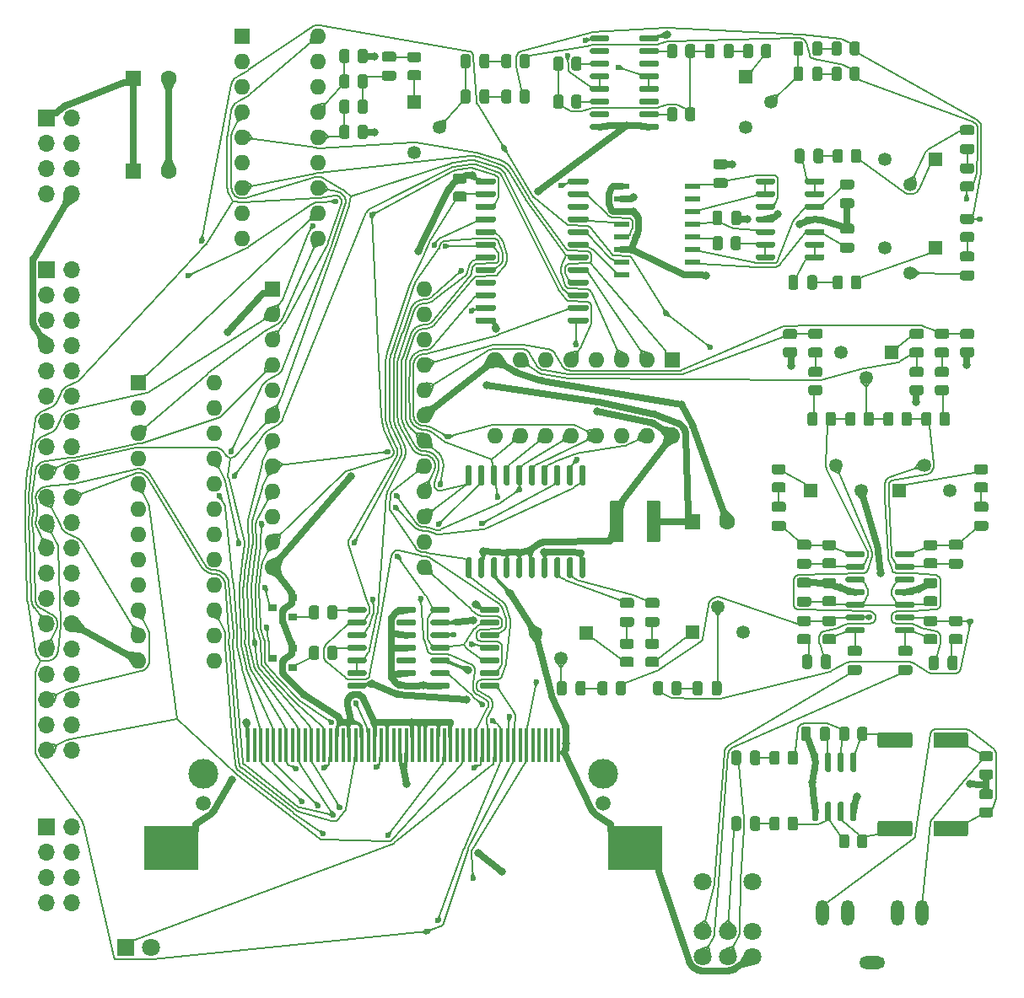
<source format=gbr>
%TF.GenerationSoftware,KiCad,Pcbnew,(5.1.9)-1*%
%TF.CreationDate,2021-11-07T13:29:39-05:00*%
%TF.ProjectId,main,6d61696e-2e6b-4696-9361-645f70636258,rev?*%
%TF.SameCoordinates,Original*%
%TF.FileFunction,Copper,L1,Top*%
%TF.FilePolarity,Positive*%
%FSLAX46Y46*%
G04 Gerber Fmt 4.6, Leading zero omitted, Abs format (unit mm)*
G04 Created by KiCad (PCBNEW (5.1.9)-1) date 2021-11-07 13:29:39*
%MOMM*%
%LPD*%
G01*
G04 APERTURE LIST*
%TA.AperFunction,ComponentPad*%
%ADD10C,1.800000*%
%TD*%
%TA.AperFunction,ComponentPad*%
%ADD11C,1.346200*%
%TD*%
%TA.AperFunction,ComponentPad*%
%ADD12R,1.346200X1.346200*%
%TD*%
%TA.AperFunction,ComponentPad*%
%ADD13O,2.600000X1.300000*%
%TD*%
%TA.AperFunction,ComponentPad*%
%ADD14O,1.300000X2.600000*%
%TD*%
%TA.AperFunction,ComponentPad*%
%ADD15C,1.600000*%
%TD*%
%TA.AperFunction,ComponentPad*%
%ADD16R,1.600000X1.600000*%
%TD*%
%TA.AperFunction,SMDPad,CuDef*%
%ADD17R,5.500000X4.400000*%
%TD*%
%TA.AperFunction,SMDPad,CuDef*%
%ADD18R,0.410000X3.510000*%
%TD*%
%TA.AperFunction,WasherPad*%
%ADD19C,1.500000*%
%TD*%
%TA.AperFunction,WasherPad*%
%ADD20C,3.000000*%
%TD*%
%TA.AperFunction,ComponentPad*%
%ADD21R,1.800000X1.800000*%
%TD*%
%TA.AperFunction,SMDPad,CuDef*%
%ADD22R,0.900000X0.800000*%
%TD*%
%TA.AperFunction,ComponentPad*%
%ADD23O,1.600000X1.600000*%
%TD*%
%TA.AperFunction,SMDPad,CuDef*%
%ADD24R,1.500000X0.600000*%
%TD*%
%TA.AperFunction,ComponentPad*%
%ADD25R,1.700000X1.700000*%
%TD*%
%TA.AperFunction,ComponentPad*%
%ADD26O,1.700000X1.700000*%
%TD*%
%TA.AperFunction,ViaPad*%
%ADD27C,0.800000*%
%TD*%
%TA.AperFunction,ViaPad*%
%ADD28C,0.600000*%
%TD*%
%TA.AperFunction,Conductor*%
%ADD29C,0.700000*%
%TD*%
%TA.AperFunction,Conductor*%
%ADD30C,0.300000*%
%TD*%
%TA.AperFunction,Conductor*%
%ADD31C,0.200000*%
%TD*%
G04 APERTURE END LIST*
D10*
%TO.P,RV10,8*%
%TO.N,N/C*%
X88392000Y-107308000D03*
%TO.P,RV10,7*%
X93392000Y-107308000D03*
%TO.P,RV10,3*%
%TO.N,GNDA*%
X93392000Y-114808000D03*
%TO.P,RV10,2*%
%TO.N,Net-(C47-Pad2)*%
X90892000Y-114808000D03*
%TO.P,RV10,1*%
%TO.N,Net-(C45-Pad1)*%
X88392000Y-114808000D03*
%TO.P,RV10,6*%
%TO.N,GNDA*%
X93392000Y-112308000D03*
%TO.P,RV10,5*%
%TO.N,Net-(C48-Pad2)*%
X90892000Y-112308000D03*
%TO.P,RV10,4*%
%TO.N,Net-(C46-Pad1)*%
X88392000Y-112308000D03*
%TD*%
%TO.P,L1,2*%
%TO.N,+5V*%
%TA.AperFunction,SMDPad,CuDef*%
G36*
G01*
X79191000Y-69020000D02*
X80311000Y-69020000D01*
G75*
G02*
X80451000Y-69160000I0J-140000D01*
G01*
X80451000Y-73080000D01*
G75*
G02*
X80311000Y-73220000I-140000J0D01*
G01*
X79191000Y-73220000D01*
G75*
G02*
X79051000Y-73080000I0J140000D01*
G01*
X79051000Y-69160000D01*
G75*
G02*
X79191000Y-69020000I140000J0D01*
G01*
G37*
%TD.AperFunction*%
%TO.P,L1,1*%
%TO.N,+5VA*%
%TA.AperFunction,SMDPad,CuDef*%
G36*
G01*
X82891000Y-69020000D02*
X84011000Y-69020000D01*
G75*
G02*
X84151000Y-69160000I0J-140000D01*
G01*
X84151000Y-73080000D01*
G75*
G02*
X84011000Y-73220000I-140000J0D01*
G01*
X82891000Y-73220000D01*
G75*
G02*
X82751000Y-73080000I0J140000D01*
G01*
X82751000Y-69160000D01*
G75*
G02*
X82891000Y-69020000I140000J0D01*
G01*
G37*
%TD.AperFunction*%
%TD*%
%TO.P,U17,14*%
%TO.N,Net-(C46-Pad2)*%
%TA.AperFunction,SMDPad,CuDef*%
G36*
G01*
X104672000Y-81892000D02*
X104672000Y-82192000D01*
G75*
G02*
X104522000Y-82342000I-150000J0D01*
G01*
X102872000Y-82342000D01*
G75*
G02*
X102722000Y-82192000I0J150000D01*
G01*
X102722000Y-81892000D01*
G75*
G02*
X102872000Y-81742000I150000J0D01*
G01*
X104522000Y-81742000D01*
G75*
G02*
X104672000Y-81892000I0J-150000D01*
G01*
G37*
%TD.AperFunction*%
%TO.P,U17,13*%
%TO.N,LINR*%
%TA.AperFunction,SMDPad,CuDef*%
G36*
G01*
X104672000Y-80622000D02*
X104672000Y-80922000D01*
G75*
G02*
X104522000Y-81072000I-150000J0D01*
G01*
X102872000Y-81072000D01*
G75*
G02*
X102722000Y-80922000I0J150000D01*
G01*
X102722000Y-80622000D01*
G75*
G02*
X102872000Y-80472000I150000J0D01*
G01*
X104522000Y-80472000D01*
G75*
G02*
X104672000Y-80622000I0J-150000D01*
G01*
G37*
%TD.AperFunction*%
%TO.P,U17,12*%
%TO.N,2.5A*%
%TA.AperFunction,SMDPad,CuDef*%
G36*
G01*
X104672000Y-79352000D02*
X104672000Y-79652000D01*
G75*
G02*
X104522000Y-79802000I-150000J0D01*
G01*
X102872000Y-79802000D01*
G75*
G02*
X102722000Y-79652000I0J150000D01*
G01*
X102722000Y-79352000D01*
G75*
G02*
X102872000Y-79202000I150000J0D01*
G01*
X104522000Y-79202000D01*
G75*
G02*
X104672000Y-79352000I0J-150000D01*
G01*
G37*
%TD.AperFunction*%
%TO.P,U17,11*%
%TO.N,GNDA*%
%TA.AperFunction,SMDPad,CuDef*%
G36*
G01*
X104672000Y-78082000D02*
X104672000Y-78382000D01*
G75*
G02*
X104522000Y-78532000I-150000J0D01*
G01*
X102872000Y-78532000D01*
G75*
G02*
X102722000Y-78382000I0J150000D01*
G01*
X102722000Y-78082000D01*
G75*
G02*
X102872000Y-77932000I150000J0D01*
G01*
X104522000Y-77932000D01*
G75*
G02*
X104672000Y-78082000I0J-150000D01*
G01*
G37*
%TD.AperFunction*%
%TO.P,U17,10*%
%TO.N,2.5A*%
%TA.AperFunction,SMDPad,CuDef*%
G36*
G01*
X104672000Y-76812000D02*
X104672000Y-77112000D01*
G75*
G02*
X104522000Y-77262000I-150000J0D01*
G01*
X102872000Y-77262000D01*
G75*
G02*
X102722000Y-77112000I0J150000D01*
G01*
X102722000Y-76812000D01*
G75*
G02*
X102872000Y-76662000I150000J0D01*
G01*
X104522000Y-76662000D01*
G75*
G02*
X104672000Y-76812000I0J-150000D01*
G01*
G37*
%TD.AperFunction*%
%TO.P,U17,9*%
%TO.N,Net-(C32-Pad2)*%
%TA.AperFunction,SMDPad,CuDef*%
G36*
G01*
X104672000Y-75542000D02*
X104672000Y-75842000D01*
G75*
G02*
X104522000Y-75992000I-150000J0D01*
G01*
X102872000Y-75992000D01*
G75*
G02*
X102722000Y-75842000I0J150000D01*
G01*
X102722000Y-75542000D01*
G75*
G02*
X102872000Y-75392000I150000J0D01*
G01*
X104522000Y-75392000D01*
G75*
G02*
X104672000Y-75542000I0J-150000D01*
G01*
G37*
%TD.AperFunction*%
%TO.P,U17,8*%
%TO.N,Net-(C32-Pad1)*%
%TA.AperFunction,SMDPad,CuDef*%
G36*
G01*
X104672000Y-74272000D02*
X104672000Y-74572000D01*
G75*
G02*
X104522000Y-74722000I-150000J0D01*
G01*
X102872000Y-74722000D01*
G75*
G02*
X102722000Y-74572000I0J150000D01*
G01*
X102722000Y-74272000D01*
G75*
G02*
X102872000Y-74122000I150000J0D01*
G01*
X104522000Y-74122000D01*
G75*
G02*
X104672000Y-74272000I0J-150000D01*
G01*
G37*
%TD.AperFunction*%
%TO.P,U17,7*%
%TO.N,Net-(C31-Pad1)*%
%TA.AperFunction,SMDPad,CuDef*%
G36*
G01*
X109622000Y-74272000D02*
X109622000Y-74572000D01*
G75*
G02*
X109472000Y-74722000I-150000J0D01*
G01*
X107822000Y-74722000D01*
G75*
G02*
X107672000Y-74572000I0J150000D01*
G01*
X107672000Y-74272000D01*
G75*
G02*
X107822000Y-74122000I150000J0D01*
G01*
X109472000Y-74122000D01*
G75*
G02*
X109622000Y-74272000I0J-150000D01*
G01*
G37*
%TD.AperFunction*%
%TO.P,U17,6*%
%TO.N,Net-(C31-Pad2)*%
%TA.AperFunction,SMDPad,CuDef*%
G36*
G01*
X109622000Y-75542000D02*
X109622000Y-75842000D01*
G75*
G02*
X109472000Y-75992000I-150000J0D01*
G01*
X107822000Y-75992000D01*
G75*
G02*
X107672000Y-75842000I0J150000D01*
G01*
X107672000Y-75542000D01*
G75*
G02*
X107822000Y-75392000I150000J0D01*
G01*
X109472000Y-75392000D01*
G75*
G02*
X109622000Y-75542000I0J-150000D01*
G01*
G37*
%TD.AperFunction*%
%TO.P,U17,5*%
%TO.N,2.5A*%
%TA.AperFunction,SMDPad,CuDef*%
G36*
G01*
X109622000Y-76812000D02*
X109622000Y-77112000D01*
G75*
G02*
X109472000Y-77262000I-150000J0D01*
G01*
X107822000Y-77262000D01*
G75*
G02*
X107672000Y-77112000I0J150000D01*
G01*
X107672000Y-76812000D01*
G75*
G02*
X107822000Y-76662000I150000J0D01*
G01*
X109472000Y-76662000D01*
G75*
G02*
X109622000Y-76812000I0J-150000D01*
G01*
G37*
%TD.AperFunction*%
%TO.P,U17,4*%
%TO.N,+5VA*%
%TA.AperFunction,SMDPad,CuDef*%
G36*
G01*
X109622000Y-78082000D02*
X109622000Y-78382000D01*
G75*
G02*
X109472000Y-78532000I-150000J0D01*
G01*
X107822000Y-78532000D01*
G75*
G02*
X107672000Y-78382000I0J150000D01*
G01*
X107672000Y-78082000D01*
G75*
G02*
X107822000Y-77932000I150000J0D01*
G01*
X109472000Y-77932000D01*
G75*
G02*
X109622000Y-78082000I0J-150000D01*
G01*
G37*
%TD.AperFunction*%
%TO.P,U17,3*%
%TO.N,2.5A*%
%TA.AperFunction,SMDPad,CuDef*%
G36*
G01*
X109622000Y-79352000D02*
X109622000Y-79652000D01*
G75*
G02*
X109472000Y-79802000I-150000J0D01*
G01*
X107822000Y-79802000D01*
G75*
G02*
X107672000Y-79652000I0J150000D01*
G01*
X107672000Y-79352000D01*
G75*
G02*
X107822000Y-79202000I150000J0D01*
G01*
X109472000Y-79202000D01*
G75*
G02*
X109622000Y-79352000I0J-150000D01*
G01*
G37*
%TD.AperFunction*%
%TO.P,U17,2*%
%TO.N,LINL*%
%TA.AperFunction,SMDPad,CuDef*%
G36*
G01*
X109622000Y-80622000D02*
X109622000Y-80922000D01*
G75*
G02*
X109472000Y-81072000I-150000J0D01*
G01*
X107822000Y-81072000D01*
G75*
G02*
X107672000Y-80922000I0J150000D01*
G01*
X107672000Y-80622000D01*
G75*
G02*
X107822000Y-80472000I150000J0D01*
G01*
X109472000Y-80472000D01*
G75*
G02*
X109622000Y-80622000I0J-150000D01*
G01*
G37*
%TD.AperFunction*%
%TO.P,U17,1*%
%TO.N,Net-(C45-Pad2)*%
%TA.AperFunction,SMDPad,CuDef*%
G36*
G01*
X109622000Y-81892000D02*
X109622000Y-82192000D01*
G75*
G02*
X109472000Y-82342000I-150000J0D01*
G01*
X107822000Y-82342000D01*
G75*
G02*
X107672000Y-82192000I0J150000D01*
G01*
X107672000Y-81892000D01*
G75*
G02*
X107822000Y-81742000I150000J0D01*
G01*
X109472000Y-81742000D01*
G75*
G02*
X109622000Y-81892000I0J-150000D01*
G01*
G37*
%TD.AperFunction*%
%TD*%
%TO.P,U16,14*%
%TO.N,Net-(C35-Pad2)*%
%TA.AperFunction,SMDPad,CuDef*%
G36*
G01*
X98655000Y-37107000D02*
X98655000Y-36807000D01*
G75*
G02*
X98805000Y-36657000I150000J0D01*
G01*
X100455000Y-36657000D01*
G75*
G02*
X100605000Y-36807000I0J-150000D01*
G01*
X100605000Y-37107000D01*
G75*
G02*
X100455000Y-37257000I-150000J0D01*
G01*
X98805000Y-37257000D01*
G75*
G02*
X98655000Y-37107000I0J150000D01*
G01*
G37*
%TD.AperFunction*%
%TO.P,U16,13*%
%TA.AperFunction,SMDPad,CuDef*%
G36*
G01*
X98655000Y-38377000D02*
X98655000Y-38077000D01*
G75*
G02*
X98805000Y-37927000I150000J0D01*
G01*
X100455000Y-37927000D01*
G75*
G02*
X100605000Y-38077000I0J-150000D01*
G01*
X100605000Y-38377000D01*
G75*
G02*
X100455000Y-38527000I-150000J0D01*
G01*
X98805000Y-38527000D01*
G75*
G02*
X98655000Y-38377000I0J150000D01*
G01*
G37*
%TD.AperFunction*%
%TO.P,U16,12*%
%TO.N,Net-(C8-Pad1)*%
%TA.AperFunction,SMDPad,CuDef*%
G36*
G01*
X98655000Y-39647000D02*
X98655000Y-39347000D01*
G75*
G02*
X98805000Y-39197000I150000J0D01*
G01*
X100455000Y-39197000D01*
G75*
G02*
X100605000Y-39347000I0J-150000D01*
G01*
X100605000Y-39647000D01*
G75*
G02*
X100455000Y-39797000I-150000J0D01*
G01*
X98805000Y-39797000D01*
G75*
G02*
X98655000Y-39647000I0J150000D01*
G01*
G37*
%TD.AperFunction*%
%TO.P,U16,11*%
%TO.N,GNDA*%
%TA.AperFunction,SMDPad,CuDef*%
G36*
G01*
X98655000Y-40917000D02*
X98655000Y-40617000D01*
G75*
G02*
X98805000Y-40467000I150000J0D01*
G01*
X100455000Y-40467000D01*
G75*
G02*
X100605000Y-40617000I0J-150000D01*
G01*
X100605000Y-40917000D01*
G75*
G02*
X100455000Y-41067000I-150000J0D01*
G01*
X98805000Y-41067000D01*
G75*
G02*
X98655000Y-40917000I0J150000D01*
G01*
G37*
%TD.AperFunction*%
%TO.P,U16,10*%
%TO.N,Net-(C9-Pad1)*%
%TA.AperFunction,SMDPad,CuDef*%
G36*
G01*
X98655000Y-42187000D02*
X98655000Y-41887000D01*
G75*
G02*
X98805000Y-41737000I150000J0D01*
G01*
X100455000Y-41737000D01*
G75*
G02*
X100605000Y-41887000I0J-150000D01*
G01*
X100605000Y-42187000D01*
G75*
G02*
X100455000Y-42337000I-150000J0D01*
G01*
X98805000Y-42337000D01*
G75*
G02*
X98655000Y-42187000I0J150000D01*
G01*
G37*
%TD.AperFunction*%
%TO.P,U16,9*%
%TO.N,Net-(C36-Pad2)*%
%TA.AperFunction,SMDPad,CuDef*%
G36*
G01*
X98655000Y-43457000D02*
X98655000Y-43157000D01*
G75*
G02*
X98805000Y-43007000I150000J0D01*
G01*
X100455000Y-43007000D01*
G75*
G02*
X100605000Y-43157000I0J-150000D01*
G01*
X100605000Y-43457000D01*
G75*
G02*
X100455000Y-43607000I-150000J0D01*
G01*
X98805000Y-43607000D01*
G75*
G02*
X98655000Y-43457000I0J150000D01*
G01*
G37*
%TD.AperFunction*%
%TO.P,U16,8*%
%TA.AperFunction,SMDPad,CuDef*%
G36*
G01*
X98655000Y-44727000D02*
X98655000Y-44427000D01*
G75*
G02*
X98805000Y-44277000I150000J0D01*
G01*
X100455000Y-44277000D01*
G75*
G02*
X100605000Y-44427000I0J-150000D01*
G01*
X100605000Y-44727000D01*
G75*
G02*
X100455000Y-44877000I-150000J0D01*
G01*
X98805000Y-44877000D01*
G75*
G02*
X98655000Y-44727000I0J150000D01*
G01*
G37*
%TD.AperFunction*%
%TO.P,U16,7*%
%TO.N,Net-(R12-Pad2)*%
%TA.AperFunction,SMDPad,CuDef*%
G36*
G01*
X93705000Y-44727000D02*
X93705000Y-44427000D01*
G75*
G02*
X93855000Y-44277000I150000J0D01*
G01*
X95505000Y-44277000D01*
G75*
G02*
X95655000Y-44427000I0J-150000D01*
G01*
X95655000Y-44727000D01*
G75*
G02*
X95505000Y-44877000I-150000J0D01*
G01*
X93855000Y-44877000D01*
G75*
G02*
X93705000Y-44727000I0J150000D01*
G01*
G37*
%TD.AperFunction*%
%TO.P,U16,6*%
%TA.AperFunction,SMDPad,CuDef*%
G36*
G01*
X93705000Y-43457000D02*
X93705000Y-43157000D01*
G75*
G02*
X93855000Y-43007000I150000J0D01*
G01*
X95505000Y-43007000D01*
G75*
G02*
X95655000Y-43157000I0J-150000D01*
G01*
X95655000Y-43457000D01*
G75*
G02*
X95505000Y-43607000I-150000J0D01*
G01*
X93855000Y-43607000D01*
G75*
G02*
X93705000Y-43457000I0J150000D01*
G01*
G37*
%TD.AperFunction*%
%TO.P,U16,5*%
%TO.N,Net-(C6-Pad1)*%
%TA.AperFunction,SMDPad,CuDef*%
G36*
G01*
X93705000Y-42187000D02*
X93705000Y-41887000D01*
G75*
G02*
X93855000Y-41737000I150000J0D01*
G01*
X95505000Y-41737000D01*
G75*
G02*
X95655000Y-41887000I0J-150000D01*
G01*
X95655000Y-42187000D01*
G75*
G02*
X95505000Y-42337000I-150000J0D01*
G01*
X93855000Y-42337000D01*
G75*
G02*
X93705000Y-42187000I0J150000D01*
G01*
G37*
%TD.AperFunction*%
%TO.P,U16,4*%
%TO.N,+5VA*%
%TA.AperFunction,SMDPad,CuDef*%
G36*
G01*
X93705000Y-40917000D02*
X93705000Y-40617000D01*
G75*
G02*
X93855000Y-40467000I150000J0D01*
G01*
X95505000Y-40467000D01*
G75*
G02*
X95655000Y-40617000I0J-150000D01*
G01*
X95655000Y-40917000D01*
G75*
G02*
X95505000Y-41067000I-150000J0D01*
G01*
X93855000Y-41067000D01*
G75*
G02*
X93705000Y-40917000I0J150000D01*
G01*
G37*
%TD.AperFunction*%
%TO.P,U16,3*%
%TO.N,Net-(C7-Pad2)*%
%TA.AperFunction,SMDPad,CuDef*%
G36*
G01*
X93705000Y-39647000D02*
X93705000Y-39347000D01*
G75*
G02*
X93855000Y-39197000I150000J0D01*
G01*
X95505000Y-39197000D01*
G75*
G02*
X95655000Y-39347000I0J-150000D01*
G01*
X95655000Y-39647000D01*
G75*
G02*
X95505000Y-39797000I-150000J0D01*
G01*
X93855000Y-39797000D01*
G75*
G02*
X93705000Y-39647000I0J150000D01*
G01*
G37*
%TD.AperFunction*%
%TO.P,U16,2*%
%TO.N,Net-(U16-Pad1)*%
%TA.AperFunction,SMDPad,CuDef*%
G36*
G01*
X93705000Y-38377000D02*
X93705000Y-38077000D01*
G75*
G02*
X93855000Y-37927000I150000J0D01*
G01*
X95505000Y-37927000D01*
G75*
G02*
X95655000Y-38077000I0J-150000D01*
G01*
X95655000Y-38377000D01*
G75*
G02*
X95505000Y-38527000I-150000J0D01*
G01*
X93855000Y-38527000D01*
G75*
G02*
X93705000Y-38377000I0J150000D01*
G01*
G37*
%TD.AperFunction*%
%TO.P,U16,1*%
%TA.AperFunction,SMDPad,CuDef*%
G36*
G01*
X93705000Y-37107000D02*
X93705000Y-36807000D01*
G75*
G02*
X93855000Y-36657000I150000J0D01*
G01*
X95505000Y-36657000D01*
G75*
G02*
X95655000Y-36807000I0J-150000D01*
G01*
X95655000Y-37107000D01*
G75*
G02*
X95505000Y-37257000I-150000J0D01*
G01*
X93855000Y-37257000D01*
G75*
G02*
X93705000Y-37107000I0J150000D01*
G01*
G37*
%TD.AperFunction*%
%TD*%
%TO.P,U18,8*%
%TO.N,+5VA*%
%TA.AperFunction,SMDPad,CuDef*%
G36*
G01*
X103355000Y-99290000D02*
X103655000Y-99290000D01*
G75*
G02*
X103805000Y-99440000I0J-150000D01*
G01*
X103805000Y-101090000D01*
G75*
G02*
X103655000Y-101240000I-150000J0D01*
G01*
X103355000Y-101240000D01*
G75*
G02*
X103205000Y-101090000I0J150000D01*
G01*
X103205000Y-99440000D01*
G75*
G02*
X103355000Y-99290000I150000J0D01*
G01*
G37*
%TD.AperFunction*%
%TO.P,U18,7*%
%TO.N,Net-(C49-Pad1)*%
%TA.AperFunction,SMDPad,CuDef*%
G36*
G01*
X102085000Y-99290000D02*
X102385000Y-99290000D01*
G75*
G02*
X102535000Y-99440000I0J-150000D01*
G01*
X102535000Y-101090000D01*
G75*
G02*
X102385000Y-101240000I-150000J0D01*
G01*
X102085000Y-101240000D01*
G75*
G02*
X101935000Y-101090000I0J150000D01*
G01*
X101935000Y-99440000D01*
G75*
G02*
X102085000Y-99290000I150000J0D01*
G01*
G37*
%TD.AperFunction*%
%TO.P,U18,6*%
%TO.N,Net-(R56-Pad1)*%
%TA.AperFunction,SMDPad,CuDef*%
G36*
G01*
X100815000Y-99290000D02*
X101115000Y-99290000D01*
G75*
G02*
X101265000Y-99440000I0J-150000D01*
G01*
X101265000Y-101090000D01*
G75*
G02*
X101115000Y-101240000I-150000J0D01*
G01*
X100815000Y-101240000D01*
G75*
G02*
X100665000Y-101090000I0J150000D01*
G01*
X100665000Y-99440000D01*
G75*
G02*
X100815000Y-99290000I150000J0D01*
G01*
G37*
%TD.AperFunction*%
%TO.P,U18,5*%
%TO.N,GNDA*%
%TA.AperFunction,SMDPad,CuDef*%
G36*
G01*
X99545000Y-99290000D02*
X99845000Y-99290000D01*
G75*
G02*
X99995000Y-99440000I0J-150000D01*
G01*
X99995000Y-101090000D01*
G75*
G02*
X99845000Y-101240000I-150000J0D01*
G01*
X99545000Y-101240000D01*
G75*
G02*
X99395000Y-101090000I0J150000D01*
G01*
X99395000Y-99440000D01*
G75*
G02*
X99545000Y-99290000I150000J0D01*
G01*
G37*
%TD.AperFunction*%
%TO.P,U18,4*%
%TA.AperFunction,SMDPad,CuDef*%
G36*
G01*
X99545000Y-94340000D02*
X99845000Y-94340000D01*
G75*
G02*
X99995000Y-94490000I0J-150000D01*
G01*
X99995000Y-96140000D01*
G75*
G02*
X99845000Y-96290000I-150000J0D01*
G01*
X99545000Y-96290000D01*
G75*
G02*
X99395000Y-96140000I0J150000D01*
G01*
X99395000Y-94490000D01*
G75*
G02*
X99545000Y-94340000I150000J0D01*
G01*
G37*
%TD.AperFunction*%
%TO.P,U18,3*%
%TO.N,Net-(C44-Pad2)*%
%TA.AperFunction,SMDPad,CuDef*%
G36*
G01*
X100815000Y-94340000D02*
X101115000Y-94340000D01*
G75*
G02*
X101265000Y-94490000I0J-150000D01*
G01*
X101265000Y-96140000D01*
G75*
G02*
X101115000Y-96290000I-150000J0D01*
G01*
X100815000Y-96290000D01*
G75*
G02*
X100665000Y-96140000I0J150000D01*
G01*
X100665000Y-94490000D01*
G75*
G02*
X100815000Y-94340000I150000J0D01*
G01*
G37*
%TD.AperFunction*%
%TO.P,U18,2*%
%TO.N,Net-(R53-Pad1)*%
%TA.AperFunction,SMDPad,CuDef*%
G36*
G01*
X102085000Y-94340000D02*
X102385000Y-94340000D01*
G75*
G02*
X102535000Y-94490000I0J-150000D01*
G01*
X102535000Y-96140000D01*
G75*
G02*
X102385000Y-96290000I-150000J0D01*
G01*
X102085000Y-96290000D01*
G75*
G02*
X101935000Y-96140000I0J150000D01*
G01*
X101935000Y-94490000D01*
G75*
G02*
X102085000Y-94340000I150000J0D01*
G01*
G37*
%TD.AperFunction*%
%TO.P,U18,1*%
%TO.N,Net-(C43-Pad1)*%
%TA.AperFunction,SMDPad,CuDef*%
G36*
G01*
X103355000Y-94340000D02*
X103655000Y-94340000D01*
G75*
G02*
X103805000Y-94490000I0J-150000D01*
G01*
X103805000Y-96140000D01*
G75*
G02*
X103655000Y-96290000I-150000J0D01*
G01*
X103355000Y-96290000D01*
G75*
G02*
X103205000Y-96140000I0J150000D01*
G01*
X103205000Y-94490000D01*
G75*
G02*
X103355000Y-94340000I150000J0D01*
G01*
G37*
%TD.AperFunction*%
%TD*%
D11*
%TO.P,RV9,3*%
%TO.N,GNDA*%
X106680000Y-43637200D03*
%TO.P,RV9,2*%
%TO.N,Net-(C40-Pad2)*%
X109220000Y-46177200D03*
D12*
%TO.P,RV9,1*%
%TO.N,Net-(R44-Pad1)*%
X111760000Y-43637200D03*
%TD*%
D11*
%TO.P,RV8,3*%
%TO.N,GNDA*%
X106680000Y-34747200D03*
%TO.P,RV8,2*%
%TO.N,Net-(C39-Pad2)*%
X109220000Y-37287200D03*
D12*
%TO.P,RV8,1*%
%TO.N,Net-(R43-Pad1)*%
X111760000Y-34747200D03*
%TD*%
D11*
%TO.P,RV7,3*%
%TO.N,GNDA*%
X104267000Y-67995800D03*
%TO.P,RV7,2*%
%TO.N,Net-(C38-Pad2)*%
X101727000Y-65455800D03*
D12*
%TO.P,RV7,1*%
%TO.N,Net-(R42-Pad1)*%
X99187000Y-67995800D03*
%TD*%
D11*
%TO.P,RV6,3*%
%TO.N,GNDA*%
X113157000Y-67995800D03*
%TO.P,RV6,2*%
%TO.N,Net-(C37-Pad2)*%
X110617000Y-65455800D03*
D12*
%TO.P,RV6,1*%
%TO.N,Net-(R41-Pad1)*%
X108077000Y-67995800D03*
%TD*%
D11*
%TO.P,RV5,3*%
%TO.N,GNDA*%
X59436000Y-34036000D03*
%TO.P,RV5,2*%
%TO.N,Net-(C28-Pad2)*%
X61976000Y-31496000D03*
D12*
%TO.P,RV5,1*%
%TO.N,Net-(R34-Pad1)*%
X59436000Y-28956000D03*
%TD*%
D11*
%TO.P,RV4,3*%
%TO.N,GNDA*%
X71628000Y-82372200D03*
%TO.P,RV4,2*%
%TO.N,Net-(C27-Pad2)*%
X74168000Y-84912200D03*
D12*
%TO.P,RV4,1*%
%TO.N,Net-(R31-Pad1)*%
X76708000Y-82372200D03*
%TD*%
D11*
%TO.P,RV3,3*%
%TO.N,GNDA*%
X92456000Y-82219800D03*
%TO.P,RV3,2*%
%TO.N,Net-(C26-Pad2)*%
X89916000Y-79679800D03*
D12*
%TO.P,RV3,1*%
%TO.N,Net-(R30-Pad1)*%
X87376000Y-82219800D03*
%TD*%
D11*
%TO.P,RV2,3*%
%TO.N,GNDA*%
X92659200Y-31496000D03*
%TO.P,RV2,2*%
%TO.N,Net-(C15-Pad2)*%
X95199200Y-28956000D03*
D12*
%TO.P,RV2,1*%
%TO.N,Net-(R29-Pad1)*%
X92659200Y-26416000D03*
%TD*%
D11*
%TO.P,RV1,3*%
%TO.N,Net-(RV1-Pad3)*%
X102235000Y-54178200D03*
%TO.P,RV1,2*%
%TO.N,Net-(R27-Pad1)*%
X104775000Y-56718200D03*
D12*
%TO.P,RV1,1*%
%TO.N,Net-(C14-Pad2)*%
X107315000Y-54178200D03*
%TD*%
%TO.P,R58,2*%
%TO.N,Net-(R56-Pad1)*%
%TA.AperFunction,SMDPad,CuDef*%
G36*
G01*
X96920000Y-101923001D02*
X96920000Y-101022999D01*
G75*
G02*
X97169999Y-100773000I249999J0D01*
G01*
X97695001Y-100773000D01*
G75*
G02*
X97945000Y-101022999I0J-249999D01*
G01*
X97945000Y-101923001D01*
G75*
G02*
X97695001Y-102173000I-249999J0D01*
G01*
X97169999Y-102173000D01*
G75*
G02*
X96920000Y-101923001I0J249999D01*
G01*
G37*
%TD.AperFunction*%
%TO.P,R58,1*%
%TO.N,LOUTR*%
%TA.AperFunction,SMDPad,CuDef*%
G36*
G01*
X95095000Y-101923001D02*
X95095000Y-101022999D01*
G75*
G02*
X95344999Y-100773000I249999J0D01*
G01*
X95870001Y-100773000D01*
G75*
G02*
X96120000Y-101022999I0J-249999D01*
G01*
X96120000Y-101923001D01*
G75*
G02*
X95870001Y-102173000I-249999J0D01*
G01*
X95344999Y-102173000D01*
G75*
G02*
X95095000Y-101923001I0J249999D01*
G01*
G37*
%TD.AperFunction*%
%TD*%
%TO.P,R57,2*%
%TO.N,Net-(C49-Pad2)*%
%TA.AperFunction,SMDPad,CuDef*%
G36*
G01*
X116389999Y-99841000D02*
X117290001Y-99841000D01*
G75*
G02*
X117540000Y-100090999I0J-249999D01*
G01*
X117540000Y-100616001D01*
G75*
G02*
X117290001Y-100866000I-249999J0D01*
G01*
X116389999Y-100866000D01*
G75*
G02*
X116140000Y-100616001I0J249999D01*
G01*
X116140000Y-100090999D01*
G75*
G02*
X116389999Y-99841000I249999J0D01*
G01*
G37*
%TD.AperFunction*%
%TO.P,R57,1*%
%TO.N,GNDA*%
%TA.AperFunction,SMDPad,CuDef*%
G36*
G01*
X116389999Y-98016000D02*
X117290001Y-98016000D01*
G75*
G02*
X117540000Y-98265999I0J-249999D01*
G01*
X117540000Y-98791001D01*
G75*
G02*
X117290001Y-99041000I-249999J0D01*
G01*
X116389999Y-99041000D01*
G75*
G02*
X116140000Y-98791001I0J249999D01*
G01*
X116140000Y-98265999D01*
G75*
G02*
X116389999Y-98016000I249999J0D01*
G01*
G37*
%TD.AperFunction*%
%TD*%
%TO.P,R56,2*%
%TO.N,Net-(C49-Pad1)*%
%TA.AperFunction,SMDPad,CuDef*%
G36*
G01*
X103905000Y-103701001D02*
X103905000Y-102800999D01*
G75*
G02*
X104154999Y-102551000I249999J0D01*
G01*
X104680001Y-102551000D01*
G75*
G02*
X104930000Y-102800999I0J-249999D01*
G01*
X104930000Y-103701001D01*
G75*
G02*
X104680001Y-103951000I-249999J0D01*
G01*
X104154999Y-103951000D01*
G75*
G02*
X103905000Y-103701001I0J249999D01*
G01*
G37*
%TD.AperFunction*%
%TO.P,R56,1*%
%TO.N,Net-(R56-Pad1)*%
%TA.AperFunction,SMDPad,CuDef*%
G36*
G01*
X102080000Y-103701001D02*
X102080000Y-102800999D01*
G75*
G02*
X102329999Y-102551000I249999J0D01*
G01*
X102855001Y-102551000D01*
G75*
G02*
X103105000Y-102800999I0J-249999D01*
G01*
X103105000Y-103701001D01*
G75*
G02*
X102855001Y-103951000I-249999J0D01*
G01*
X102329999Y-103951000D01*
G75*
G02*
X102080000Y-103701001I0J249999D01*
G01*
G37*
%TD.AperFunction*%
%TD*%
%TO.P,R55,2*%
%TO.N,Net-(C43-Pad1)*%
%TA.AperFunction,SMDPad,CuDef*%
G36*
G01*
X103905000Y-92906001D02*
X103905000Y-92005999D01*
G75*
G02*
X104154999Y-91756000I249999J0D01*
G01*
X104680001Y-91756000D01*
G75*
G02*
X104930000Y-92005999I0J-249999D01*
G01*
X104930000Y-92906001D01*
G75*
G02*
X104680001Y-93156000I-249999J0D01*
G01*
X104154999Y-93156000D01*
G75*
G02*
X103905000Y-92906001I0J249999D01*
G01*
G37*
%TD.AperFunction*%
%TO.P,R55,1*%
%TO.N,Net-(R53-Pad1)*%
%TA.AperFunction,SMDPad,CuDef*%
G36*
G01*
X102080000Y-92906001D02*
X102080000Y-92005999D01*
G75*
G02*
X102329999Y-91756000I249999J0D01*
G01*
X102855001Y-91756000D01*
G75*
G02*
X103105000Y-92005999I0J-249999D01*
G01*
X103105000Y-92906001D01*
G75*
G02*
X102855001Y-93156000I-249999J0D01*
G01*
X102329999Y-93156000D01*
G75*
G02*
X102080000Y-92906001I0J249999D01*
G01*
G37*
%TD.AperFunction*%
%TD*%
%TO.P,R54,2*%
%TO.N,GNDA*%
%TA.AperFunction,SMDPad,CuDef*%
G36*
G01*
X116389999Y-96031000D02*
X117290001Y-96031000D01*
G75*
G02*
X117540000Y-96280999I0J-249999D01*
G01*
X117540000Y-96806001D01*
G75*
G02*
X117290001Y-97056000I-249999J0D01*
G01*
X116389999Y-97056000D01*
G75*
G02*
X116140000Y-96806001I0J249999D01*
G01*
X116140000Y-96280999D01*
G75*
G02*
X116389999Y-96031000I249999J0D01*
G01*
G37*
%TD.AperFunction*%
%TO.P,R54,1*%
%TO.N,Net-(C43-Pad2)*%
%TA.AperFunction,SMDPad,CuDef*%
G36*
G01*
X116389999Y-94206000D02*
X117290001Y-94206000D01*
G75*
G02*
X117540000Y-94455999I0J-249999D01*
G01*
X117540000Y-94981001D01*
G75*
G02*
X117290001Y-95231000I-249999J0D01*
G01*
X116389999Y-95231000D01*
G75*
G02*
X116140000Y-94981001I0J249999D01*
G01*
X116140000Y-94455999D01*
G75*
G02*
X116389999Y-94206000I249999J0D01*
G01*
G37*
%TD.AperFunction*%
%TD*%
%TO.P,R53,2*%
%TO.N,LOUTL*%
%TA.AperFunction,SMDPad,CuDef*%
G36*
G01*
X96120000Y-94418999D02*
X96120000Y-95319001D01*
G75*
G02*
X95870001Y-95569000I-249999J0D01*
G01*
X95344999Y-95569000D01*
G75*
G02*
X95095000Y-95319001I0J249999D01*
G01*
X95095000Y-94418999D01*
G75*
G02*
X95344999Y-94169000I249999J0D01*
G01*
X95870001Y-94169000D01*
G75*
G02*
X96120000Y-94418999I0J-249999D01*
G01*
G37*
%TD.AperFunction*%
%TO.P,R53,1*%
%TO.N,Net-(R53-Pad1)*%
%TA.AperFunction,SMDPad,CuDef*%
G36*
G01*
X97945000Y-94418999D02*
X97945000Y-95319001D01*
G75*
G02*
X97695001Y-95569000I-249999J0D01*
G01*
X97169999Y-95569000D01*
G75*
G02*
X96920000Y-95319001I0J249999D01*
G01*
X96920000Y-94418999D01*
G75*
G02*
X97169999Y-94169000I249999J0D01*
G01*
X97695001Y-94169000D01*
G75*
G02*
X97945000Y-94418999I0J-249999D01*
G01*
G37*
%TD.AperFunction*%
%TD*%
%TO.P,R52,2*%
%TO.N,LINL*%
%TA.AperFunction,SMDPad,CuDef*%
G36*
G01*
X111702001Y-81642000D02*
X110801999Y-81642000D01*
G75*
G02*
X110552000Y-81392001I0J249999D01*
G01*
X110552000Y-80866999D01*
G75*
G02*
X110801999Y-80617000I249999J0D01*
G01*
X111702001Y-80617000D01*
G75*
G02*
X111952000Y-80866999I0J-249999D01*
G01*
X111952000Y-81392001D01*
G75*
G02*
X111702001Y-81642000I-249999J0D01*
G01*
G37*
%TD.AperFunction*%
%TO.P,R52,1*%
%TO.N,Net-(C45-Pad2)*%
%TA.AperFunction,SMDPad,CuDef*%
G36*
G01*
X111702001Y-83467000D02*
X110801999Y-83467000D01*
G75*
G02*
X110552000Y-83217001I0J249999D01*
G01*
X110552000Y-82691999D01*
G75*
G02*
X110801999Y-82442000I249999J0D01*
G01*
X111702001Y-82442000D01*
G75*
G02*
X111952000Y-82691999I0J-249999D01*
G01*
X111952000Y-83217001D01*
G75*
G02*
X111702001Y-83467000I-249999J0D01*
G01*
G37*
%TD.AperFunction*%
%TD*%
%TO.P,R51,2*%
%TO.N,LINR*%
%TA.AperFunction,SMDPad,CuDef*%
G36*
G01*
X101542001Y-81642000D02*
X100641999Y-81642000D01*
G75*
G02*
X100392000Y-81392001I0J249999D01*
G01*
X100392000Y-80866999D01*
G75*
G02*
X100641999Y-80617000I249999J0D01*
G01*
X101542001Y-80617000D01*
G75*
G02*
X101792000Y-80866999I0J-249999D01*
G01*
X101792000Y-81392001D01*
G75*
G02*
X101542001Y-81642000I-249999J0D01*
G01*
G37*
%TD.AperFunction*%
%TO.P,R51,1*%
%TO.N,Net-(C46-Pad2)*%
%TA.AperFunction,SMDPad,CuDef*%
G36*
G01*
X101542001Y-83467000D02*
X100641999Y-83467000D01*
G75*
G02*
X100392000Y-83217001I0J249999D01*
G01*
X100392000Y-82691999D01*
G75*
G02*
X100641999Y-82442000I249999J0D01*
G01*
X101542001Y-82442000D01*
G75*
G02*
X101792000Y-82691999I0J-249999D01*
G01*
X101792000Y-83217001D01*
G75*
G02*
X101542001Y-83467000I-249999J0D01*
G01*
G37*
%TD.AperFunction*%
%TD*%
%TO.P,R50,2*%
%TO.N,GNDA*%
%TA.AperFunction,SMDPad,CuDef*%
G36*
G01*
X101542001Y-77832000D02*
X100641999Y-77832000D01*
G75*
G02*
X100392000Y-77582001I0J249999D01*
G01*
X100392000Y-77056999D01*
G75*
G02*
X100641999Y-76807000I249999J0D01*
G01*
X101542001Y-76807000D01*
G75*
G02*
X101792000Y-77056999I0J-249999D01*
G01*
X101792000Y-77582001D01*
G75*
G02*
X101542001Y-77832000I-249999J0D01*
G01*
G37*
%TD.AperFunction*%
%TO.P,R50,1*%
%TO.N,2.5A*%
%TA.AperFunction,SMDPad,CuDef*%
G36*
G01*
X101542001Y-79657000D02*
X100641999Y-79657000D01*
G75*
G02*
X100392000Y-79407001I0J249999D01*
G01*
X100392000Y-78881999D01*
G75*
G02*
X100641999Y-78632000I249999J0D01*
G01*
X101542001Y-78632000D01*
G75*
G02*
X101792000Y-78881999I0J-249999D01*
G01*
X101792000Y-79407001D01*
G75*
G02*
X101542001Y-79657000I-249999J0D01*
G01*
G37*
%TD.AperFunction*%
%TD*%
%TO.P,R49,2*%
%TO.N,2.5A*%
%TA.AperFunction,SMDPad,CuDef*%
G36*
G01*
X110801999Y-78632000D02*
X111702001Y-78632000D01*
G75*
G02*
X111952000Y-78881999I0J-249999D01*
G01*
X111952000Y-79407001D01*
G75*
G02*
X111702001Y-79657000I-249999J0D01*
G01*
X110801999Y-79657000D01*
G75*
G02*
X110552000Y-79407001I0J249999D01*
G01*
X110552000Y-78881999D01*
G75*
G02*
X110801999Y-78632000I249999J0D01*
G01*
G37*
%TD.AperFunction*%
%TO.P,R49,1*%
%TO.N,+5VA*%
%TA.AperFunction,SMDPad,CuDef*%
G36*
G01*
X110801999Y-76807000D02*
X111702001Y-76807000D01*
G75*
G02*
X111952000Y-77056999I0J-249999D01*
G01*
X111952000Y-77582001D01*
G75*
G02*
X111702001Y-77832000I-249999J0D01*
G01*
X110801999Y-77832000D01*
G75*
G02*
X110552000Y-77582001I0J249999D01*
G01*
X110552000Y-77056999D01*
G75*
G02*
X110801999Y-76807000I249999J0D01*
G01*
G37*
%TD.AperFunction*%
%TD*%
%TO.P,R48,2*%
%TO.N,Net-(C40-Pad1)*%
%TA.AperFunction,SMDPad,CuDef*%
G36*
G01*
X114484999Y-42056000D02*
X115385001Y-42056000D01*
G75*
G02*
X115635000Y-42305999I0J-249999D01*
G01*
X115635000Y-42831001D01*
G75*
G02*
X115385001Y-43081000I-249999J0D01*
G01*
X114484999Y-43081000D01*
G75*
G02*
X114235000Y-42831001I0J249999D01*
G01*
X114235000Y-42305999D01*
G75*
G02*
X114484999Y-42056000I249999J0D01*
G01*
G37*
%TD.AperFunction*%
%TO.P,R48,1*%
%TO.N,LINR*%
%TA.AperFunction,SMDPad,CuDef*%
G36*
G01*
X114484999Y-40231000D02*
X115385001Y-40231000D01*
G75*
G02*
X115635000Y-40480999I0J-249999D01*
G01*
X115635000Y-41006001D01*
G75*
G02*
X115385001Y-41256000I-249999J0D01*
G01*
X114484999Y-41256000D01*
G75*
G02*
X114235000Y-41006001I0J249999D01*
G01*
X114235000Y-40480999D01*
G75*
G02*
X114484999Y-40231000I249999J0D01*
G01*
G37*
%TD.AperFunction*%
%TD*%
%TO.P,R47,2*%
%TO.N,Net-(C39-Pad1)*%
%TA.AperFunction,SMDPad,CuDef*%
G36*
G01*
X115385001Y-36176000D02*
X114484999Y-36176000D01*
G75*
G02*
X114235000Y-35926001I0J249999D01*
G01*
X114235000Y-35400999D01*
G75*
G02*
X114484999Y-35151000I249999J0D01*
G01*
X115385001Y-35151000D01*
G75*
G02*
X115635000Y-35400999I0J-249999D01*
G01*
X115635000Y-35926001D01*
G75*
G02*
X115385001Y-36176000I-249999J0D01*
G01*
G37*
%TD.AperFunction*%
%TO.P,R47,1*%
%TO.N,LINL*%
%TA.AperFunction,SMDPad,CuDef*%
G36*
G01*
X115385001Y-38001000D02*
X114484999Y-38001000D01*
G75*
G02*
X114235000Y-37751001I0J249999D01*
G01*
X114235000Y-37225999D01*
G75*
G02*
X114484999Y-36976000I249999J0D01*
G01*
X115385001Y-36976000D01*
G75*
G02*
X115635000Y-37225999I0J-249999D01*
G01*
X115635000Y-37751001D01*
G75*
G02*
X115385001Y-38001000I-249999J0D01*
G01*
G37*
%TD.AperFunction*%
%TD*%
%TO.P,R46,2*%
%TO.N,Net-(C38-Pad1)*%
%TA.AperFunction,SMDPad,CuDef*%
G36*
G01*
X98101999Y-82442000D02*
X99002001Y-82442000D01*
G75*
G02*
X99252000Y-82691999I0J-249999D01*
G01*
X99252000Y-83217001D01*
G75*
G02*
X99002001Y-83467000I-249999J0D01*
G01*
X98101999Y-83467000D01*
G75*
G02*
X97852000Y-83217001I0J249999D01*
G01*
X97852000Y-82691999D01*
G75*
G02*
X98101999Y-82442000I249999J0D01*
G01*
G37*
%TD.AperFunction*%
%TO.P,R46,1*%
%TO.N,LINR*%
%TA.AperFunction,SMDPad,CuDef*%
G36*
G01*
X98101999Y-80617000D02*
X99002001Y-80617000D01*
G75*
G02*
X99252000Y-80866999I0J-249999D01*
G01*
X99252000Y-81392001D01*
G75*
G02*
X99002001Y-81642000I-249999J0D01*
G01*
X98101999Y-81642000D01*
G75*
G02*
X97852000Y-81392001I0J249999D01*
G01*
X97852000Y-80866999D01*
G75*
G02*
X98101999Y-80617000I249999J0D01*
G01*
G37*
%TD.AperFunction*%
%TD*%
%TO.P,R45,2*%
%TO.N,Net-(C37-Pad1)*%
%TA.AperFunction,SMDPad,CuDef*%
G36*
G01*
X113341999Y-82442000D02*
X114242001Y-82442000D01*
G75*
G02*
X114492000Y-82691999I0J-249999D01*
G01*
X114492000Y-83217001D01*
G75*
G02*
X114242001Y-83467000I-249999J0D01*
G01*
X113341999Y-83467000D01*
G75*
G02*
X113092000Y-83217001I0J249999D01*
G01*
X113092000Y-82691999D01*
G75*
G02*
X113341999Y-82442000I249999J0D01*
G01*
G37*
%TD.AperFunction*%
%TO.P,R45,1*%
%TO.N,LINL*%
%TA.AperFunction,SMDPad,CuDef*%
G36*
G01*
X113341999Y-80617000D02*
X114242001Y-80617000D01*
G75*
G02*
X114492000Y-80866999I0J-249999D01*
G01*
X114492000Y-81392001D01*
G75*
G02*
X114242001Y-81642000I-249999J0D01*
G01*
X113341999Y-81642000D01*
G75*
G02*
X113092000Y-81392001I0J249999D01*
G01*
X113092000Y-80866999D01*
G75*
G02*
X113341999Y-80617000I249999J0D01*
G01*
G37*
%TD.AperFunction*%
%TD*%
%TO.P,R44,2*%
%TO.N,Net-(C36-Pad1)*%
%TA.AperFunction,SMDPad,CuDef*%
G36*
G01*
X102470000Y-46666999D02*
X102470000Y-47567001D01*
G75*
G02*
X102220001Y-47817000I-249999J0D01*
G01*
X101694999Y-47817000D01*
G75*
G02*
X101445000Y-47567001I0J249999D01*
G01*
X101445000Y-46666999D01*
G75*
G02*
X101694999Y-46417000I249999J0D01*
G01*
X102220001Y-46417000D01*
G75*
G02*
X102470000Y-46666999I0J-249999D01*
G01*
G37*
%TD.AperFunction*%
%TO.P,R44,1*%
%TO.N,Net-(R44-Pad1)*%
%TA.AperFunction,SMDPad,CuDef*%
G36*
G01*
X104295000Y-46666999D02*
X104295000Y-47567001D01*
G75*
G02*
X104045001Y-47817000I-249999J0D01*
G01*
X103519999Y-47817000D01*
G75*
G02*
X103270000Y-47567001I0J249999D01*
G01*
X103270000Y-46666999D01*
G75*
G02*
X103519999Y-46417000I249999J0D01*
G01*
X104045001Y-46417000D01*
G75*
G02*
X104295000Y-46666999I0J-249999D01*
G01*
G37*
%TD.AperFunction*%
%TD*%
%TO.P,R43,2*%
%TO.N,Net-(C35-Pad1)*%
%TA.AperFunction,SMDPad,CuDef*%
G36*
G01*
X102470000Y-33966999D02*
X102470000Y-34867001D01*
G75*
G02*
X102220001Y-35117000I-249999J0D01*
G01*
X101694999Y-35117000D01*
G75*
G02*
X101445000Y-34867001I0J249999D01*
G01*
X101445000Y-33966999D01*
G75*
G02*
X101694999Y-33717000I249999J0D01*
G01*
X102220001Y-33717000D01*
G75*
G02*
X102470000Y-33966999I0J-249999D01*
G01*
G37*
%TD.AperFunction*%
%TO.P,R43,1*%
%TO.N,Net-(R43-Pad1)*%
%TA.AperFunction,SMDPad,CuDef*%
G36*
G01*
X104295000Y-33966999D02*
X104295000Y-34867001D01*
G75*
G02*
X104045001Y-35117000I-249999J0D01*
G01*
X103519999Y-35117000D01*
G75*
G02*
X103270000Y-34867001I0J249999D01*
G01*
X103270000Y-33966999D01*
G75*
G02*
X103519999Y-33717000I249999J0D01*
G01*
X104045001Y-33717000D01*
G75*
G02*
X104295000Y-33966999I0J-249999D01*
G01*
G37*
%TD.AperFunction*%
%TD*%
%TO.P,R42,2*%
%TO.N,Net-(C34-Pad1)*%
%TA.AperFunction,SMDPad,CuDef*%
G36*
G01*
X95561999Y-67202000D02*
X96462001Y-67202000D01*
G75*
G02*
X96712000Y-67451999I0J-249999D01*
G01*
X96712000Y-67977001D01*
G75*
G02*
X96462001Y-68227000I-249999J0D01*
G01*
X95561999Y-68227000D01*
G75*
G02*
X95312000Y-67977001I0J249999D01*
G01*
X95312000Y-67451999D01*
G75*
G02*
X95561999Y-67202000I249999J0D01*
G01*
G37*
%TD.AperFunction*%
%TO.P,R42,1*%
%TO.N,Net-(R42-Pad1)*%
%TA.AperFunction,SMDPad,CuDef*%
G36*
G01*
X95561999Y-65377000D02*
X96462001Y-65377000D01*
G75*
G02*
X96712000Y-65626999I0J-249999D01*
G01*
X96712000Y-66152001D01*
G75*
G02*
X96462001Y-66402000I-249999J0D01*
G01*
X95561999Y-66402000D01*
G75*
G02*
X95312000Y-66152001I0J249999D01*
G01*
X95312000Y-65626999D01*
G75*
G02*
X95561999Y-65377000I249999J0D01*
G01*
G37*
%TD.AperFunction*%
%TD*%
%TO.P,R41,2*%
%TO.N,Net-(C33-Pad1)*%
%TA.AperFunction,SMDPad,CuDef*%
G36*
G01*
X115881999Y-67202000D02*
X116782001Y-67202000D01*
G75*
G02*
X117032000Y-67451999I0J-249999D01*
G01*
X117032000Y-67977001D01*
G75*
G02*
X116782001Y-68227000I-249999J0D01*
G01*
X115881999Y-68227000D01*
G75*
G02*
X115632000Y-67977001I0J249999D01*
G01*
X115632000Y-67451999D01*
G75*
G02*
X115881999Y-67202000I249999J0D01*
G01*
G37*
%TD.AperFunction*%
%TO.P,R41,1*%
%TO.N,Net-(R41-Pad1)*%
%TA.AperFunction,SMDPad,CuDef*%
G36*
G01*
X115881999Y-65377000D02*
X116782001Y-65377000D01*
G75*
G02*
X117032000Y-65626999I0J-249999D01*
G01*
X117032000Y-66152001D01*
G75*
G02*
X116782001Y-66402000I-249999J0D01*
G01*
X115881999Y-66402000D01*
G75*
G02*
X115632000Y-66152001I0J249999D01*
G01*
X115632000Y-65626999D01*
G75*
G02*
X115881999Y-65377000I249999J0D01*
G01*
G37*
%TD.AperFunction*%
%TD*%
%TO.P,R40,2*%
%TO.N,Net-(C32-Pad2)*%
%TA.AperFunction,SMDPad,CuDef*%
G36*
G01*
X100641999Y-74822000D02*
X101542001Y-74822000D01*
G75*
G02*
X101792000Y-75071999I0J-249999D01*
G01*
X101792000Y-75597001D01*
G75*
G02*
X101542001Y-75847000I-249999J0D01*
G01*
X100641999Y-75847000D01*
G75*
G02*
X100392000Y-75597001I0J249999D01*
G01*
X100392000Y-75071999D01*
G75*
G02*
X100641999Y-74822000I249999J0D01*
G01*
G37*
%TD.AperFunction*%
%TO.P,R40,1*%
%TO.N,Net-(C32-Pad1)*%
%TA.AperFunction,SMDPad,CuDef*%
G36*
G01*
X100641999Y-72997000D02*
X101542001Y-72997000D01*
G75*
G02*
X101792000Y-73246999I0J-249999D01*
G01*
X101792000Y-73772001D01*
G75*
G02*
X101542001Y-74022000I-249999J0D01*
G01*
X100641999Y-74022000D01*
G75*
G02*
X100392000Y-73772001I0J249999D01*
G01*
X100392000Y-73246999D01*
G75*
G02*
X100641999Y-72997000I249999J0D01*
G01*
G37*
%TD.AperFunction*%
%TD*%
%TO.P,R39,2*%
%TO.N,Net-(C31-Pad2)*%
%TA.AperFunction,SMDPad,CuDef*%
G36*
G01*
X110801999Y-74822000D02*
X111702001Y-74822000D01*
G75*
G02*
X111952000Y-75071999I0J-249999D01*
G01*
X111952000Y-75597001D01*
G75*
G02*
X111702001Y-75847000I-249999J0D01*
G01*
X110801999Y-75847000D01*
G75*
G02*
X110552000Y-75597001I0J249999D01*
G01*
X110552000Y-75071999D01*
G75*
G02*
X110801999Y-74822000I249999J0D01*
G01*
G37*
%TD.AperFunction*%
%TO.P,R39,1*%
%TO.N,Net-(C31-Pad1)*%
%TA.AperFunction,SMDPad,CuDef*%
G36*
G01*
X110801999Y-72997000D02*
X111702001Y-72997000D01*
G75*
G02*
X111952000Y-73246999I0J-249999D01*
G01*
X111952000Y-73772001D01*
G75*
G02*
X111702001Y-74022000I-249999J0D01*
G01*
X110801999Y-74022000D01*
G75*
G02*
X110552000Y-73772001I0J249999D01*
G01*
X110552000Y-73246999D01*
G75*
G02*
X110801999Y-72997000I249999J0D01*
G01*
G37*
%TD.AperFunction*%
%TD*%
%TO.P,R38,2*%
%TO.N,Net-(C30-Pad1)*%
%TA.AperFunction,SMDPad,CuDef*%
G36*
G01*
X69196000Y-27997999D02*
X69196000Y-28898001D01*
G75*
G02*
X68946001Y-29148000I-249999J0D01*
G01*
X68420999Y-29148000D01*
G75*
G02*
X68171000Y-28898001I0J249999D01*
G01*
X68171000Y-27997999D01*
G75*
G02*
X68420999Y-27748000I249999J0D01*
G01*
X68946001Y-27748000D01*
G75*
G02*
X69196000Y-27997999I0J-249999D01*
G01*
G37*
%TD.AperFunction*%
%TO.P,R38,1*%
%TO.N,LINR*%
%TA.AperFunction,SMDPad,CuDef*%
G36*
G01*
X71021000Y-27997999D02*
X71021000Y-28898001D01*
G75*
G02*
X70771001Y-29148000I-249999J0D01*
G01*
X70245999Y-29148000D01*
G75*
G02*
X69996000Y-28898001I0J249999D01*
G01*
X69996000Y-27997999D01*
G75*
G02*
X70245999Y-27748000I249999J0D01*
G01*
X70771001Y-27748000D01*
G75*
G02*
X71021000Y-27997999I0J-249999D01*
G01*
G37*
%TD.AperFunction*%
%TD*%
%TO.P,R37,2*%
%TO.N,Net-(C28-Pad1)*%
%TA.AperFunction,SMDPad,CuDef*%
G36*
G01*
X69196000Y-24441999D02*
X69196000Y-25342001D01*
G75*
G02*
X68946001Y-25592000I-249999J0D01*
G01*
X68420999Y-25592000D01*
G75*
G02*
X68171000Y-25342001I0J249999D01*
G01*
X68171000Y-24441999D01*
G75*
G02*
X68420999Y-24192000I249999J0D01*
G01*
X68946001Y-24192000D01*
G75*
G02*
X69196000Y-24441999I0J-249999D01*
G01*
G37*
%TD.AperFunction*%
%TO.P,R37,1*%
%TO.N,LINL*%
%TA.AperFunction,SMDPad,CuDef*%
G36*
G01*
X71021000Y-24441999D02*
X71021000Y-25342001D01*
G75*
G02*
X70771001Y-25592000I-249999J0D01*
G01*
X70245999Y-25592000D01*
G75*
G02*
X69996000Y-25342001I0J249999D01*
G01*
X69996000Y-24441999D01*
G75*
G02*
X70245999Y-24192000I249999J0D01*
G01*
X70771001Y-24192000D01*
G75*
G02*
X71021000Y-24441999I0J-249999D01*
G01*
G37*
%TD.AperFunction*%
%TD*%
%TO.P,R36,2*%
%TO.N,Net-(C27-Pad1)*%
%TA.AperFunction,SMDPad,CuDef*%
G36*
G01*
X78848000Y-87433999D02*
X78848000Y-88334001D01*
G75*
G02*
X78598001Y-88584000I-249999J0D01*
G01*
X78072999Y-88584000D01*
G75*
G02*
X77823000Y-88334001I0J249999D01*
G01*
X77823000Y-87433999D01*
G75*
G02*
X78072999Y-87184000I249999J0D01*
G01*
X78598001Y-87184000D01*
G75*
G02*
X78848000Y-87433999I0J-249999D01*
G01*
G37*
%TD.AperFunction*%
%TO.P,R36,1*%
%TO.N,LINR*%
%TA.AperFunction,SMDPad,CuDef*%
G36*
G01*
X80673000Y-87433999D02*
X80673000Y-88334001D01*
G75*
G02*
X80423001Y-88584000I-249999J0D01*
G01*
X79897999Y-88584000D01*
G75*
G02*
X79648000Y-88334001I0J249999D01*
G01*
X79648000Y-87433999D01*
G75*
G02*
X79897999Y-87184000I249999J0D01*
G01*
X80423001Y-87184000D01*
G75*
G02*
X80673000Y-87433999I0J-249999D01*
G01*
G37*
%TD.AperFunction*%
%TD*%
%TO.P,R35,2*%
%TO.N,Net-(C26-Pad1)*%
%TA.AperFunction,SMDPad,CuDef*%
G36*
G01*
X85236000Y-88334001D02*
X85236000Y-87433999D01*
G75*
G02*
X85485999Y-87184000I249999J0D01*
G01*
X86011001Y-87184000D01*
G75*
G02*
X86261000Y-87433999I0J-249999D01*
G01*
X86261000Y-88334001D01*
G75*
G02*
X86011001Y-88584000I-249999J0D01*
G01*
X85485999Y-88584000D01*
G75*
G02*
X85236000Y-88334001I0J249999D01*
G01*
G37*
%TD.AperFunction*%
%TO.P,R35,1*%
%TO.N,LINL*%
%TA.AperFunction,SMDPad,CuDef*%
G36*
G01*
X83411000Y-88334001D02*
X83411000Y-87433999D01*
G75*
G02*
X83660999Y-87184000I249999J0D01*
G01*
X84186001Y-87184000D01*
G75*
G02*
X84436000Y-87433999I0J-249999D01*
G01*
X84436000Y-88334001D01*
G75*
G02*
X84186001Y-88584000I-249999J0D01*
G01*
X83660999Y-88584000D01*
G75*
G02*
X83411000Y-88334001I0J249999D01*
G01*
G37*
%TD.AperFunction*%
%TD*%
%TO.P,R34,2*%
%TO.N,Net-(C23-Pad1)*%
%TA.AperFunction,SMDPad,CuDef*%
G36*
G01*
X59886001Y-25000000D02*
X58985999Y-25000000D01*
G75*
G02*
X58736000Y-24750001I0J249999D01*
G01*
X58736000Y-24224999D01*
G75*
G02*
X58985999Y-23975000I249999J0D01*
G01*
X59886001Y-23975000D01*
G75*
G02*
X60136000Y-24224999I0J-249999D01*
G01*
X60136000Y-24750001D01*
G75*
G02*
X59886001Y-25000000I-249999J0D01*
G01*
G37*
%TD.AperFunction*%
%TO.P,R34,1*%
%TO.N,Net-(R34-Pad1)*%
%TA.AperFunction,SMDPad,CuDef*%
G36*
G01*
X59886001Y-26825000D02*
X58985999Y-26825000D01*
G75*
G02*
X58736000Y-26575001I0J249999D01*
G01*
X58736000Y-26049999D01*
G75*
G02*
X58985999Y-25800000I249999J0D01*
G01*
X59886001Y-25800000D01*
G75*
G02*
X60136000Y-26049999I0J-249999D01*
G01*
X60136000Y-26575001D01*
G75*
G02*
X59886001Y-26825000I-249999J0D01*
G01*
G37*
%TD.AperFunction*%
%TD*%
%TO.P,R33,2*%
%TO.N,Net-(C20-Pad1)*%
%TA.AperFunction,SMDPad,CuDef*%
G36*
G01*
X102343000Y-23171999D02*
X102343000Y-24072001D01*
G75*
G02*
X102093001Y-24322000I-249999J0D01*
G01*
X101567999Y-24322000D01*
G75*
G02*
X101318000Y-24072001I0J249999D01*
G01*
X101318000Y-23171999D01*
G75*
G02*
X101567999Y-22922000I249999J0D01*
G01*
X102093001Y-22922000D01*
G75*
G02*
X102343000Y-23171999I0J-249999D01*
G01*
G37*
%TD.AperFunction*%
%TO.P,R33,1*%
%TO.N,LINR*%
%TA.AperFunction,SMDPad,CuDef*%
G36*
G01*
X104168000Y-23171999D02*
X104168000Y-24072001D01*
G75*
G02*
X103918001Y-24322000I-249999J0D01*
G01*
X103392999Y-24322000D01*
G75*
G02*
X103143000Y-24072001I0J249999D01*
G01*
X103143000Y-23171999D01*
G75*
G02*
X103392999Y-22922000I249999J0D01*
G01*
X103918001Y-22922000D01*
G75*
G02*
X104168000Y-23171999I0J-249999D01*
G01*
G37*
%TD.AperFunction*%
%TD*%
%TO.P,R32,2*%
%TO.N,Net-(C15-Pad1)*%
%TA.AperFunction,SMDPad,CuDef*%
G36*
G01*
X102343000Y-25711999D02*
X102343000Y-26612001D01*
G75*
G02*
X102093001Y-26862000I-249999J0D01*
G01*
X101567999Y-26862000D01*
G75*
G02*
X101318000Y-26612001I0J249999D01*
G01*
X101318000Y-25711999D01*
G75*
G02*
X101567999Y-25462000I249999J0D01*
G01*
X102093001Y-25462000D01*
G75*
G02*
X102343000Y-25711999I0J-249999D01*
G01*
G37*
%TD.AperFunction*%
%TO.P,R32,1*%
%TO.N,LINL*%
%TA.AperFunction,SMDPad,CuDef*%
G36*
G01*
X104168000Y-25711999D02*
X104168000Y-26612001D01*
G75*
G02*
X103918001Y-26862000I-249999J0D01*
G01*
X103392999Y-26862000D01*
G75*
G02*
X103143000Y-26612001I0J249999D01*
G01*
X103143000Y-25711999D01*
G75*
G02*
X103392999Y-25462000I249999J0D01*
G01*
X103918001Y-25462000D01*
G75*
G02*
X104168000Y-25711999I0J-249999D01*
G01*
G37*
%TD.AperFunction*%
%TD*%
%TO.P,R31,2*%
%TO.N,Net-(C13-Pad1)*%
%TA.AperFunction,SMDPad,CuDef*%
G36*
G01*
X81222001Y-83928000D02*
X80321999Y-83928000D01*
G75*
G02*
X80072000Y-83678001I0J249999D01*
G01*
X80072000Y-83152999D01*
G75*
G02*
X80321999Y-82903000I249999J0D01*
G01*
X81222001Y-82903000D01*
G75*
G02*
X81472000Y-83152999I0J-249999D01*
G01*
X81472000Y-83678001D01*
G75*
G02*
X81222001Y-83928000I-249999J0D01*
G01*
G37*
%TD.AperFunction*%
%TO.P,R31,1*%
%TO.N,Net-(R31-Pad1)*%
%TA.AperFunction,SMDPad,CuDef*%
G36*
G01*
X81222001Y-85753000D02*
X80321999Y-85753000D01*
G75*
G02*
X80072000Y-85503001I0J249999D01*
G01*
X80072000Y-84977999D01*
G75*
G02*
X80321999Y-84728000I249999J0D01*
G01*
X81222001Y-84728000D01*
G75*
G02*
X81472000Y-84977999I0J-249999D01*
G01*
X81472000Y-85503001D01*
G75*
G02*
X81222001Y-85753000I-249999J0D01*
G01*
G37*
%TD.AperFunction*%
%TD*%
%TO.P,R30,2*%
%TO.N,Net-(C11-Pad1)*%
%TA.AperFunction,SMDPad,CuDef*%
G36*
G01*
X83762001Y-83928000D02*
X82861999Y-83928000D01*
G75*
G02*
X82612000Y-83678001I0J249999D01*
G01*
X82612000Y-83152999D01*
G75*
G02*
X82861999Y-82903000I249999J0D01*
G01*
X83762001Y-82903000D01*
G75*
G02*
X84012000Y-83152999I0J-249999D01*
G01*
X84012000Y-83678001D01*
G75*
G02*
X83762001Y-83928000I-249999J0D01*
G01*
G37*
%TD.AperFunction*%
%TO.P,R30,1*%
%TO.N,Net-(R30-Pad1)*%
%TA.AperFunction,SMDPad,CuDef*%
G36*
G01*
X83762001Y-85753000D02*
X82861999Y-85753000D01*
G75*
G02*
X82612000Y-85503001I0J249999D01*
G01*
X82612000Y-84977999D01*
G75*
G02*
X82861999Y-84728000I249999J0D01*
G01*
X83762001Y-84728000D01*
G75*
G02*
X84012000Y-84977999I0J-249999D01*
G01*
X84012000Y-85503001D01*
G75*
G02*
X83762001Y-85753000I-249999J0D01*
G01*
G37*
%TD.AperFunction*%
%TD*%
%TO.P,R29,2*%
%TO.N,Net-(C10-Pad1)*%
%TA.AperFunction,SMDPad,CuDef*%
G36*
G01*
X93453000Y-23425999D02*
X93453000Y-24326001D01*
G75*
G02*
X93203001Y-24576000I-249999J0D01*
G01*
X92677999Y-24576000D01*
G75*
G02*
X92428000Y-24326001I0J249999D01*
G01*
X92428000Y-23425999D01*
G75*
G02*
X92677999Y-23176000I249999J0D01*
G01*
X93203001Y-23176000D01*
G75*
G02*
X93453000Y-23425999I0J-249999D01*
G01*
G37*
%TD.AperFunction*%
%TO.P,R29,1*%
%TO.N,Net-(R29-Pad1)*%
%TA.AperFunction,SMDPad,CuDef*%
G36*
G01*
X95278000Y-23425999D02*
X95278000Y-24326001D01*
G75*
G02*
X95028001Y-24576000I-249999J0D01*
G01*
X94502999Y-24576000D01*
G75*
G02*
X94253000Y-24326001I0J249999D01*
G01*
X94253000Y-23425999D01*
G75*
G02*
X94502999Y-23176000I249999J0D01*
G01*
X95028001Y-23176000D01*
G75*
G02*
X95278000Y-23425999I0J-249999D01*
G01*
G37*
%TD.AperFunction*%
%TD*%
D13*
%TO.P,J2,S*%
%TO.N,GNDA*%
X105410000Y-115427000D03*
D14*
%TO.P,J2,10*%
%TO.N,N/C*%
X107910000Y-110427000D03*
%TO.P,J2,11*%
X102910000Y-110427000D03*
%TO.P,J2,R*%
%TO.N,Net-(C49-Pad2)*%
X100410000Y-110427000D03*
%TO.P,J2,T*%
%TO.N,Net-(C43-Pad2)*%
X110410000Y-110427000D03*
%TD*%
%TO.P,C49,2*%
%TO.N,Net-(C49-Pad2)*%
%TA.AperFunction,SMDPad,CuDef*%
G36*
G01*
X111540000Y-102531000D02*
X111540000Y-101431000D01*
G75*
G02*
X111790000Y-101181000I250000J0D01*
G01*
X114790000Y-101181000D01*
G75*
G02*
X115040000Y-101431000I0J-250000D01*
G01*
X115040000Y-102531000D01*
G75*
G02*
X114790000Y-102781000I-250000J0D01*
G01*
X111790000Y-102781000D01*
G75*
G02*
X111540000Y-102531000I0J250000D01*
G01*
G37*
%TD.AperFunction*%
%TO.P,C49,1*%
%TO.N,Net-(C49-Pad1)*%
%TA.AperFunction,SMDPad,CuDef*%
G36*
G01*
X105940000Y-102531000D02*
X105940000Y-101431000D01*
G75*
G02*
X106190000Y-101181000I250000J0D01*
G01*
X109190000Y-101181000D01*
G75*
G02*
X109440000Y-101431000I0J-250000D01*
G01*
X109440000Y-102531000D01*
G75*
G02*
X109190000Y-102781000I-250000J0D01*
G01*
X106190000Y-102781000D01*
G75*
G02*
X105940000Y-102531000I0J250000D01*
G01*
G37*
%TD.AperFunction*%
%TD*%
%TO.P,C48,2*%
%TO.N,Net-(C48-Pad2)*%
%TA.AperFunction,SMDPad,CuDef*%
G36*
G01*
X92260000Y-100998000D02*
X92260000Y-101948000D01*
G75*
G02*
X92010000Y-102198000I-250000J0D01*
G01*
X91510000Y-102198000D01*
G75*
G02*
X91260000Y-101948000I0J250000D01*
G01*
X91260000Y-100998000D01*
G75*
G02*
X91510000Y-100748000I250000J0D01*
G01*
X92010000Y-100748000D01*
G75*
G02*
X92260000Y-100998000I0J-250000D01*
G01*
G37*
%TD.AperFunction*%
%TO.P,C48,1*%
%TO.N,LOUTR*%
%TA.AperFunction,SMDPad,CuDef*%
G36*
G01*
X94160000Y-100998000D02*
X94160000Y-101948000D01*
G75*
G02*
X93910000Y-102198000I-250000J0D01*
G01*
X93410000Y-102198000D01*
G75*
G02*
X93160000Y-101948000I0J250000D01*
G01*
X93160000Y-100998000D01*
G75*
G02*
X93410000Y-100748000I250000J0D01*
G01*
X93910000Y-100748000D01*
G75*
G02*
X94160000Y-100998000I0J-250000D01*
G01*
G37*
%TD.AperFunction*%
%TD*%
%TO.P,C47,2*%
%TO.N,Net-(C47-Pad2)*%
%TA.AperFunction,SMDPad,CuDef*%
G36*
G01*
X92260000Y-94394000D02*
X92260000Y-95344000D01*
G75*
G02*
X92010000Y-95594000I-250000J0D01*
G01*
X91510000Y-95594000D01*
G75*
G02*
X91260000Y-95344000I0J250000D01*
G01*
X91260000Y-94394000D01*
G75*
G02*
X91510000Y-94144000I250000J0D01*
G01*
X92010000Y-94144000D01*
G75*
G02*
X92260000Y-94394000I0J-250000D01*
G01*
G37*
%TD.AperFunction*%
%TO.P,C47,1*%
%TO.N,LOUTL*%
%TA.AperFunction,SMDPad,CuDef*%
G36*
G01*
X94160000Y-94394000D02*
X94160000Y-95344000D01*
G75*
G02*
X93910000Y-95594000I-250000J0D01*
G01*
X93410000Y-95594000D01*
G75*
G02*
X93160000Y-95344000I0J250000D01*
G01*
X93160000Y-94394000D01*
G75*
G02*
X93410000Y-94144000I250000J0D01*
G01*
X93910000Y-94144000D01*
G75*
G02*
X94160000Y-94394000I0J-250000D01*
G01*
G37*
%TD.AperFunction*%
%TD*%
%TO.P,C46,2*%
%TO.N,Net-(C46-Pad2)*%
%TA.AperFunction,SMDPad,CuDef*%
G36*
G01*
X104107000Y-84640000D02*
X103157000Y-84640000D01*
G75*
G02*
X102907000Y-84390000I0J250000D01*
G01*
X102907000Y-83890000D01*
G75*
G02*
X103157000Y-83640000I250000J0D01*
G01*
X104107000Y-83640000D01*
G75*
G02*
X104357000Y-83890000I0J-250000D01*
G01*
X104357000Y-84390000D01*
G75*
G02*
X104107000Y-84640000I-250000J0D01*
G01*
G37*
%TD.AperFunction*%
%TO.P,C46,1*%
%TO.N,Net-(C46-Pad1)*%
%TA.AperFunction,SMDPad,CuDef*%
G36*
G01*
X104107000Y-86540000D02*
X103157000Y-86540000D01*
G75*
G02*
X102907000Y-86290000I0J250000D01*
G01*
X102907000Y-85790000D01*
G75*
G02*
X103157000Y-85540000I250000J0D01*
G01*
X104107000Y-85540000D01*
G75*
G02*
X104357000Y-85790000I0J-250000D01*
G01*
X104357000Y-86290000D01*
G75*
G02*
X104107000Y-86540000I-250000J0D01*
G01*
G37*
%TD.AperFunction*%
%TD*%
%TO.P,C45,2*%
%TO.N,Net-(C45-Pad2)*%
%TA.AperFunction,SMDPad,CuDef*%
G36*
G01*
X109187000Y-84640000D02*
X108237000Y-84640000D01*
G75*
G02*
X107987000Y-84390000I0J250000D01*
G01*
X107987000Y-83890000D01*
G75*
G02*
X108237000Y-83640000I250000J0D01*
G01*
X109187000Y-83640000D01*
G75*
G02*
X109437000Y-83890000I0J-250000D01*
G01*
X109437000Y-84390000D01*
G75*
G02*
X109187000Y-84640000I-250000J0D01*
G01*
G37*
%TD.AperFunction*%
%TO.P,C45,1*%
%TO.N,Net-(C45-Pad1)*%
%TA.AperFunction,SMDPad,CuDef*%
G36*
G01*
X109187000Y-86540000D02*
X108237000Y-86540000D01*
G75*
G02*
X107987000Y-86290000I0J250000D01*
G01*
X107987000Y-85790000D01*
G75*
G02*
X108237000Y-85540000I250000J0D01*
G01*
X109187000Y-85540000D01*
G75*
G02*
X109437000Y-85790000I0J-250000D01*
G01*
X109437000Y-86290000D01*
G75*
G02*
X109187000Y-86540000I-250000J0D01*
G01*
G37*
%TD.AperFunction*%
%TD*%
%TO.P,C44,2*%
%TO.N,Net-(C44-Pad2)*%
%TA.AperFunction,SMDPad,CuDef*%
G36*
G01*
X100145000Y-92931000D02*
X100145000Y-91981000D01*
G75*
G02*
X100395000Y-91731000I250000J0D01*
G01*
X100895000Y-91731000D01*
G75*
G02*
X101145000Y-91981000I0J-250000D01*
G01*
X101145000Y-92931000D01*
G75*
G02*
X100895000Y-93181000I-250000J0D01*
G01*
X100395000Y-93181000D01*
G75*
G02*
X100145000Y-92931000I0J250000D01*
G01*
G37*
%TD.AperFunction*%
%TO.P,C44,1*%
%TO.N,GNDA*%
%TA.AperFunction,SMDPad,CuDef*%
G36*
G01*
X98245000Y-92931000D02*
X98245000Y-91981000D01*
G75*
G02*
X98495000Y-91731000I250000J0D01*
G01*
X98995000Y-91731000D01*
G75*
G02*
X99245000Y-91981000I0J-250000D01*
G01*
X99245000Y-92931000D01*
G75*
G02*
X98995000Y-93181000I-250000J0D01*
G01*
X98495000Y-93181000D01*
G75*
G02*
X98245000Y-92931000I0J250000D01*
G01*
G37*
%TD.AperFunction*%
%TD*%
%TO.P,C43,2*%
%TO.N,Net-(C43-Pad2)*%
%TA.AperFunction,SMDPad,CuDef*%
G36*
G01*
X111540000Y-93641000D02*
X111540000Y-92541000D01*
G75*
G02*
X111790000Y-92291000I250000J0D01*
G01*
X114790000Y-92291000D01*
G75*
G02*
X115040000Y-92541000I0J-250000D01*
G01*
X115040000Y-93641000D01*
G75*
G02*
X114790000Y-93891000I-250000J0D01*
G01*
X111790000Y-93891000D01*
G75*
G02*
X111540000Y-93641000I0J250000D01*
G01*
G37*
%TD.AperFunction*%
%TO.P,C43,1*%
%TO.N,Net-(C43-Pad1)*%
%TA.AperFunction,SMDPad,CuDef*%
G36*
G01*
X105940000Y-93641000D02*
X105940000Y-92541000D01*
G75*
G02*
X106190000Y-92291000I250000J0D01*
G01*
X109190000Y-92291000D01*
G75*
G02*
X109440000Y-92541000I0J-250000D01*
G01*
X109440000Y-93641000D01*
G75*
G02*
X109190000Y-93891000I-250000J0D01*
G01*
X106190000Y-93891000D01*
G75*
G02*
X105940000Y-93641000I0J250000D01*
G01*
G37*
%TD.AperFunction*%
%TD*%
%TO.P,C42,2*%
%TO.N,GNDA*%
%TA.AperFunction,SMDPad,CuDef*%
G36*
G01*
X99027000Y-77782000D02*
X98077000Y-77782000D01*
G75*
G02*
X97827000Y-77532000I0J250000D01*
G01*
X97827000Y-77032000D01*
G75*
G02*
X98077000Y-76782000I250000J0D01*
G01*
X99027000Y-76782000D01*
G75*
G02*
X99277000Y-77032000I0J-250000D01*
G01*
X99277000Y-77532000D01*
G75*
G02*
X99027000Y-77782000I-250000J0D01*
G01*
G37*
%TD.AperFunction*%
%TO.P,C42,1*%
%TO.N,2.5A*%
%TA.AperFunction,SMDPad,CuDef*%
G36*
G01*
X99027000Y-79682000D02*
X98077000Y-79682000D01*
G75*
G02*
X97827000Y-79432000I0J250000D01*
G01*
X97827000Y-78932000D01*
G75*
G02*
X98077000Y-78682000I250000J0D01*
G01*
X99027000Y-78682000D01*
G75*
G02*
X99277000Y-78932000I0J-250000D01*
G01*
X99277000Y-79432000D01*
G75*
G02*
X99027000Y-79682000I-250000J0D01*
G01*
G37*
%TD.AperFunction*%
%TD*%
D15*
%TO.P,C41,2*%
%TO.N,GNDA*%
X90876000Y-71120000D03*
D16*
%TO.P,C41,1*%
%TO.N,+5VA*%
X87376000Y-71120000D03*
%TD*%
%TO.P,C40,2*%
%TO.N,Net-(C40-Pad2)*%
%TA.AperFunction,SMDPad,CuDef*%
G36*
G01*
X114460000Y-45916000D02*
X115410000Y-45916000D01*
G75*
G02*
X115660000Y-46166000I0J-250000D01*
G01*
X115660000Y-46666000D01*
G75*
G02*
X115410000Y-46916000I-250000J0D01*
G01*
X114460000Y-46916000D01*
G75*
G02*
X114210000Y-46666000I0J250000D01*
G01*
X114210000Y-46166000D01*
G75*
G02*
X114460000Y-45916000I250000J0D01*
G01*
G37*
%TD.AperFunction*%
%TO.P,C40,1*%
%TO.N,Net-(C40-Pad1)*%
%TA.AperFunction,SMDPad,CuDef*%
G36*
G01*
X114460000Y-44016000D02*
X115410000Y-44016000D01*
G75*
G02*
X115660000Y-44266000I0J-250000D01*
G01*
X115660000Y-44766000D01*
G75*
G02*
X115410000Y-45016000I-250000J0D01*
G01*
X114460000Y-45016000D01*
G75*
G02*
X114210000Y-44766000I0J250000D01*
G01*
X114210000Y-44266000D01*
G75*
G02*
X114460000Y-44016000I250000J0D01*
G01*
G37*
%TD.AperFunction*%
%TD*%
%TO.P,C39,2*%
%TO.N,Net-(C39-Pad2)*%
%TA.AperFunction,SMDPad,CuDef*%
G36*
G01*
X115410000Y-32316000D02*
X114460000Y-32316000D01*
G75*
G02*
X114210000Y-32066000I0J250000D01*
G01*
X114210000Y-31566000D01*
G75*
G02*
X114460000Y-31316000I250000J0D01*
G01*
X115410000Y-31316000D01*
G75*
G02*
X115660000Y-31566000I0J-250000D01*
G01*
X115660000Y-32066000D01*
G75*
G02*
X115410000Y-32316000I-250000J0D01*
G01*
G37*
%TD.AperFunction*%
%TO.P,C39,1*%
%TO.N,Net-(C39-Pad1)*%
%TA.AperFunction,SMDPad,CuDef*%
G36*
G01*
X115410000Y-34216000D02*
X114460000Y-34216000D01*
G75*
G02*
X114210000Y-33966000I0J250000D01*
G01*
X114210000Y-33466000D01*
G75*
G02*
X114460000Y-33216000I250000J0D01*
G01*
X115410000Y-33216000D01*
G75*
G02*
X115660000Y-33466000I0J-250000D01*
G01*
X115660000Y-33966000D01*
G75*
G02*
X115410000Y-34216000I-250000J0D01*
G01*
G37*
%TD.AperFunction*%
%TD*%
%TO.P,C38,2*%
%TO.N,Net-(C38-Pad2)*%
%TA.AperFunction,SMDPad,CuDef*%
G36*
G01*
X100272000Y-85692000D02*
X100272000Y-84742000D01*
G75*
G02*
X100522000Y-84492000I250000J0D01*
G01*
X101022000Y-84492000D01*
G75*
G02*
X101272000Y-84742000I0J-250000D01*
G01*
X101272000Y-85692000D01*
G75*
G02*
X101022000Y-85942000I-250000J0D01*
G01*
X100522000Y-85942000D01*
G75*
G02*
X100272000Y-85692000I0J250000D01*
G01*
G37*
%TD.AperFunction*%
%TO.P,C38,1*%
%TO.N,Net-(C38-Pad1)*%
%TA.AperFunction,SMDPad,CuDef*%
G36*
G01*
X98372000Y-85692000D02*
X98372000Y-84742000D01*
G75*
G02*
X98622000Y-84492000I250000J0D01*
G01*
X99122000Y-84492000D01*
G75*
G02*
X99372000Y-84742000I0J-250000D01*
G01*
X99372000Y-85692000D01*
G75*
G02*
X99122000Y-85942000I-250000J0D01*
G01*
X98622000Y-85942000D01*
G75*
G02*
X98372000Y-85692000I0J250000D01*
G01*
G37*
%TD.AperFunction*%
%TD*%
%TO.P,C37,2*%
%TO.N,Net-(C37-Pad2)*%
%TA.AperFunction,SMDPad,CuDef*%
G36*
G01*
X112072000Y-84869000D02*
X112072000Y-85819000D01*
G75*
G02*
X111822000Y-86069000I-250000J0D01*
G01*
X111322000Y-86069000D01*
G75*
G02*
X111072000Y-85819000I0J250000D01*
G01*
X111072000Y-84869000D01*
G75*
G02*
X111322000Y-84619000I250000J0D01*
G01*
X111822000Y-84619000D01*
G75*
G02*
X112072000Y-84869000I0J-250000D01*
G01*
G37*
%TD.AperFunction*%
%TO.P,C37,1*%
%TO.N,Net-(C37-Pad1)*%
%TA.AperFunction,SMDPad,CuDef*%
G36*
G01*
X113972000Y-84869000D02*
X113972000Y-85819000D01*
G75*
G02*
X113722000Y-86069000I-250000J0D01*
G01*
X113222000Y-86069000D01*
G75*
G02*
X112972000Y-85819000I0J250000D01*
G01*
X112972000Y-84869000D01*
G75*
G02*
X113222000Y-84619000I250000J0D01*
G01*
X113722000Y-84619000D01*
G75*
G02*
X113972000Y-84869000I0J-250000D01*
G01*
G37*
%TD.AperFunction*%
%TD*%
%TO.P,C36,2*%
%TO.N,Net-(C36-Pad2)*%
%TA.AperFunction,SMDPad,CuDef*%
G36*
G01*
X97975000Y-46642000D02*
X97975000Y-47592000D01*
G75*
G02*
X97725000Y-47842000I-250000J0D01*
G01*
X97225000Y-47842000D01*
G75*
G02*
X96975000Y-47592000I0J250000D01*
G01*
X96975000Y-46642000D01*
G75*
G02*
X97225000Y-46392000I250000J0D01*
G01*
X97725000Y-46392000D01*
G75*
G02*
X97975000Y-46642000I0J-250000D01*
G01*
G37*
%TD.AperFunction*%
%TO.P,C36,1*%
%TO.N,Net-(C36-Pad1)*%
%TA.AperFunction,SMDPad,CuDef*%
G36*
G01*
X99875000Y-46642000D02*
X99875000Y-47592000D01*
G75*
G02*
X99625000Y-47842000I-250000J0D01*
G01*
X99125000Y-47842000D01*
G75*
G02*
X98875000Y-47592000I0J250000D01*
G01*
X98875000Y-46642000D01*
G75*
G02*
X99125000Y-46392000I250000J0D01*
G01*
X99625000Y-46392000D01*
G75*
G02*
X99875000Y-46642000I0J-250000D01*
G01*
G37*
%TD.AperFunction*%
%TD*%
%TO.P,C35,2*%
%TO.N,Net-(C35-Pad2)*%
%TA.AperFunction,SMDPad,CuDef*%
G36*
G01*
X98610000Y-33942000D02*
X98610000Y-34892000D01*
G75*
G02*
X98360000Y-35142000I-250000J0D01*
G01*
X97860000Y-35142000D01*
G75*
G02*
X97610000Y-34892000I0J250000D01*
G01*
X97610000Y-33942000D01*
G75*
G02*
X97860000Y-33692000I250000J0D01*
G01*
X98360000Y-33692000D01*
G75*
G02*
X98610000Y-33942000I0J-250000D01*
G01*
G37*
%TD.AperFunction*%
%TO.P,C35,1*%
%TO.N,Net-(C35-Pad1)*%
%TA.AperFunction,SMDPad,CuDef*%
G36*
G01*
X100510000Y-33942000D02*
X100510000Y-34892000D01*
G75*
G02*
X100260000Y-35142000I-250000J0D01*
G01*
X99760000Y-35142000D01*
G75*
G02*
X99510000Y-34892000I0J250000D01*
G01*
X99510000Y-33942000D01*
G75*
G02*
X99760000Y-33692000I250000J0D01*
G01*
X100260000Y-33692000D01*
G75*
G02*
X100510000Y-33942000I0J-250000D01*
G01*
G37*
%TD.AperFunction*%
%TD*%
%TO.P,C34,2*%
%TO.N,Net-(C32-Pad1)*%
%TA.AperFunction,SMDPad,CuDef*%
G36*
G01*
X95537000Y-71062000D02*
X96487000Y-71062000D01*
G75*
G02*
X96737000Y-71312000I0J-250000D01*
G01*
X96737000Y-71812000D01*
G75*
G02*
X96487000Y-72062000I-250000J0D01*
G01*
X95537000Y-72062000D01*
G75*
G02*
X95287000Y-71812000I0J250000D01*
G01*
X95287000Y-71312000D01*
G75*
G02*
X95537000Y-71062000I250000J0D01*
G01*
G37*
%TD.AperFunction*%
%TO.P,C34,1*%
%TO.N,Net-(C34-Pad1)*%
%TA.AperFunction,SMDPad,CuDef*%
G36*
G01*
X95537000Y-69162000D02*
X96487000Y-69162000D01*
G75*
G02*
X96737000Y-69412000I0J-250000D01*
G01*
X96737000Y-69912000D01*
G75*
G02*
X96487000Y-70162000I-250000J0D01*
G01*
X95537000Y-70162000D01*
G75*
G02*
X95287000Y-69912000I0J250000D01*
G01*
X95287000Y-69412000D01*
G75*
G02*
X95537000Y-69162000I250000J0D01*
G01*
G37*
%TD.AperFunction*%
%TD*%
%TO.P,C33,2*%
%TO.N,Net-(C31-Pad1)*%
%TA.AperFunction,SMDPad,CuDef*%
G36*
G01*
X115857000Y-71062000D02*
X116807000Y-71062000D01*
G75*
G02*
X117057000Y-71312000I0J-250000D01*
G01*
X117057000Y-71812000D01*
G75*
G02*
X116807000Y-72062000I-250000J0D01*
G01*
X115857000Y-72062000D01*
G75*
G02*
X115607000Y-71812000I0J250000D01*
G01*
X115607000Y-71312000D01*
G75*
G02*
X115857000Y-71062000I250000J0D01*
G01*
G37*
%TD.AperFunction*%
%TO.P,C33,1*%
%TO.N,Net-(C33-Pad1)*%
%TA.AperFunction,SMDPad,CuDef*%
G36*
G01*
X115857000Y-69162000D02*
X116807000Y-69162000D01*
G75*
G02*
X117057000Y-69412000I0J-250000D01*
G01*
X117057000Y-69912000D01*
G75*
G02*
X116807000Y-70162000I-250000J0D01*
G01*
X115857000Y-70162000D01*
G75*
G02*
X115607000Y-69912000I0J250000D01*
G01*
X115607000Y-69412000D01*
G75*
G02*
X115857000Y-69162000I250000J0D01*
G01*
G37*
%TD.AperFunction*%
%TD*%
%TO.P,C32,2*%
%TO.N,Net-(C32-Pad2)*%
%TA.AperFunction,SMDPad,CuDef*%
G36*
G01*
X98077000Y-74872000D02*
X99027000Y-74872000D01*
G75*
G02*
X99277000Y-75122000I0J-250000D01*
G01*
X99277000Y-75622000D01*
G75*
G02*
X99027000Y-75872000I-250000J0D01*
G01*
X98077000Y-75872000D01*
G75*
G02*
X97827000Y-75622000I0J250000D01*
G01*
X97827000Y-75122000D01*
G75*
G02*
X98077000Y-74872000I250000J0D01*
G01*
G37*
%TD.AperFunction*%
%TO.P,C32,1*%
%TO.N,Net-(C32-Pad1)*%
%TA.AperFunction,SMDPad,CuDef*%
G36*
G01*
X98077000Y-72972000D02*
X99027000Y-72972000D01*
G75*
G02*
X99277000Y-73222000I0J-250000D01*
G01*
X99277000Y-73722000D01*
G75*
G02*
X99027000Y-73972000I-250000J0D01*
G01*
X98077000Y-73972000D01*
G75*
G02*
X97827000Y-73722000I0J250000D01*
G01*
X97827000Y-73222000D01*
G75*
G02*
X98077000Y-72972000I250000J0D01*
G01*
G37*
%TD.AperFunction*%
%TD*%
%TO.P,C31,2*%
%TO.N,Net-(C31-Pad2)*%
%TA.AperFunction,SMDPad,CuDef*%
G36*
G01*
X113317000Y-74872000D02*
X114267000Y-74872000D01*
G75*
G02*
X114517000Y-75122000I0J-250000D01*
G01*
X114517000Y-75622000D01*
G75*
G02*
X114267000Y-75872000I-250000J0D01*
G01*
X113317000Y-75872000D01*
G75*
G02*
X113067000Y-75622000I0J250000D01*
G01*
X113067000Y-75122000D01*
G75*
G02*
X113317000Y-74872000I250000J0D01*
G01*
G37*
%TD.AperFunction*%
%TO.P,C31,1*%
%TO.N,Net-(C31-Pad1)*%
%TA.AperFunction,SMDPad,CuDef*%
G36*
G01*
X113317000Y-72972000D02*
X114267000Y-72972000D01*
G75*
G02*
X114517000Y-73222000I0J-250000D01*
G01*
X114517000Y-73722000D01*
G75*
G02*
X114267000Y-73972000I-250000J0D01*
G01*
X113317000Y-73972000D01*
G75*
G02*
X113067000Y-73722000I0J250000D01*
G01*
X113067000Y-73222000D01*
G75*
G02*
X113317000Y-72972000I250000J0D01*
G01*
G37*
%TD.AperFunction*%
%TD*%
%TO.P,C30,2*%
%TO.N,Net-(C28-Pad2)*%
%TA.AperFunction,SMDPad,CuDef*%
G36*
G01*
X65082000Y-27973000D02*
X65082000Y-28923000D01*
G75*
G02*
X64832000Y-29173000I-250000J0D01*
G01*
X64332000Y-29173000D01*
G75*
G02*
X64082000Y-28923000I0J250000D01*
G01*
X64082000Y-27973000D01*
G75*
G02*
X64332000Y-27723000I250000J0D01*
G01*
X64832000Y-27723000D01*
G75*
G02*
X65082000Y-27973000I0J-250000D01*
G01*
G37*
%TD.AperFunction*%
%TO.P,C30,1*%
%TO.N,Net-(C30-Pad1)*%
%TA.AperFunction,SMDPad,CuDef*%
G36*
G01*
X66982000Y-27973000D02*
X66982000Y-28923000D01*
G75*
G02*
X66732000Y-29173000I-250000J0D01*
G01*
X66232000Y-29173000D01*
G75*
G02*
X65982000Y-28923000I0J250000D01*
G01*
X65982000Y-27973000D01*
G75*
G02*
X66232000Y-27723000I250000J0D01*
G01*
X66732000Y-27723000D01*
G75*
G02*
X66982000Y-27973000I0J-250000D01*
G01*
G37*
%TD.AperFunction*%
%TD*%
%TO.P,C28,2*%
%TO.N,Net-(C28-Pad2)*%
%TA.AperFunction,SMDPad,CuDef*%
G36*
G01*
X65082000Y-24417000D02*
X65082000Y-25367000D01*
G75*
G02*
X64832000Y-25617000I-250000J0D01*
G01*
X64332000Y-25617000D01*
G75*
G02*
X64082000Y-25367000I0J250000D01*
G01*
X64082000Y-24417000D01*
G75*
G02*
X64332000Y-24167000I250000J0D01*
G01*
X64832000Y-24167000D01*
G75*
G02*
X65082000Y-24417000I0J-250000D01*
G01*
G37*
%TD.AperFunction*%
%TO.P,C28,1*%
%TO.N,Net-(C28-Pad1)*%
%TA.AperFunction,SMDPad,CuDef*%
G36*
G01*
X66982000Y-24417000D02*
X66982000Y-25367000D01*
G75*
G02*
X66732000Y-25617000I-250000J0D01*
G01*
X66232000Y-25617000D01*
G75*
G02*
X65982000Y-25367000I0J250000D01*
G01*
X65982000Y-24417000D01*
G75*
G02*
X66232000Y-24167000I250000J0D01*
G01*
X66732000Y-24167000D01*
G75*
G02*
X66982000Y-24417000I0J-250000D01*
G01*
G37*
%TD.AperFunction*%
%TD*%
%TO.P,C27,2*%
%TO.N,Net-(C27-Pad2)*%
%TA.AperFunction,SMDPad,CuDef*%
G36*
G01*
X74734000Y-87409000D02*
X74734000Y-88359000D01*
G75*
G02*
X74484000Y-88609000I-250000J0D01*
G01*
X73984000Y-88609000D01*
G75*
G02*
X73734000Y-88359000I0J250000D01*
G01*
X73734000Y-87409000D01*
G75*
G02*
X73984000Y-87159000I250000J0D01*
G01*
X74484000Y-87159000D01*
G75*
G02*
X74734000Y-87409000I0J-250000D01*
G01*
G37*
%TD.AperFunction*%
%TO.P,C27,1*%
%TO.N,Net-(C27-Pad1)*%
%TA.AperFunction,SMDPad,CuDef*%
G36*
G01*
X76634000Y-87409000D02*
X76634000Y-88359000D01*
G75*
G02*
X76384000Y-88609000I-250000J0D01*
G01*
X75884000Y-88609000D01*
G75*
G02*
X75634000Y-88359000I0J250000D01*
G01*
X75634000Y-87409000D01*
G75*
G02*
X75884000Y-87159000I250000J0D01*
G01*
X76384000Y-87159000D01*
G75*
G02*
X76634000Y-87409000I0J-250000D01*
G01*
G37*
%TD.AperFunction*%
%TD*%
%TO.P,C26,2*%
%TO.N,Net-(C26-Pad2)*%
%TA.AperFunction,SMDPad,CuDef*%
G36*
G01*
X89284000Y-88359000D02*
X89284000Y-87409000D01*
G75*
G02*
X89534000Y-87159000I250000J0D01*
G01*
X90034000Y-87159000D01*
G75*
G02*
X90284000Y-87409000I0J-250000D01*
G01*
X90284000Y-88359000D01*
G75*
G02*
X90034000Y-88609000I-250000J0D01*
G01*
X89534000Y-88609000D01*
G75*
G02*
X89284000Y-88359000I0J250000D01*
G01*
G37*
%TD.AperFunction*%
%TO.P,C26,1*%
%TO.N,Net-(C26-Pad1)*%
%TA.AperFunction,SMDPad,CuDef*%
G36*
G01*
X87384000Y-88359000D02*
X87384000Y-87409000D01*
G75*
G02*
X87634000Y-87159000I250000J0D01*
G01*
X88134000Y-87159000D01*
G75*
G02*
X88384000Y-87409000I0J-250000D01*
G01*
X88384000Y-88359000D01*
G75*
G02*
X88134000Y-88609000I-250000J0D01*
G01*
X87634000Y-88609000D01*
G75*
G02*
X87384000Y-88359000I0J250000D01*
G01*
G37*
%TD.AperFunction*%
%TD*%
%TO.P,C23,2*%
%TO.N,Net-(C23-Pad2)*%
%TA.AperFunction,SMDPad,CuDef*%
G36*
G01*
X56421000Y-25850000D02*
X57371000Y-25850000D01*
G75*
G02*
X57621000Y-26100000I0J-250000D01*
G01*
X57621000Y-26600000D01*
G75*
G02*
X57371000Y-26850000I-250000J0D01*
G01*
X56421000Y-26850000D01*
G75*
G02*
X56171000Y-26600000I0J250000D01*
G01*
X56171000Y-26100000D01*
G75*
G02*
X56421000Y-25850000I250000J0D01*
G01*
G37*
%TD.AperFunction*%
%TO.P,C23,1*%
%TO.N,Net-(C23-Pad1)*%
%TA.AperFunction,SMDPad,CuDef*%
G36*
G01*
X56421000Y-23950000D02*
X57371000Y-23950000D01*
G75*
G02*
X57621000Y-24200000I0J-250000D01*
G01*
X57621000Y-24700000D01*
G75*
G02*
X57371000Y-24950000I-250000J0D01*
G01*
X56421000Y-24950000D01*
G75*
G02*
X56171000Y-24700000I0J250000D01*
G01*
X56171000Y-24200000D01*
G75*
G02*
X56421000Y-23950000I250000J0D01*
G01*
G37*
%TD.AperFunction*%
%TD*%
%TO.P,C20,2*%
%TO.N,Net-(C15-Pad2)*%
%TA.AperFunction,SMDPad,CuDef*%
G36*
G01*
X98483000Y-23147000D02*
X98483000Y-24097000D01*
G75*
G02*
X98233000Y-24347000I-250000J0D01*
G01*
X97733000Y-24347000D01*
G75*
G02*
X97483000Y-24097000I0J250000D01*
G01*
X97483000Y-23147000D01*
G75*
G02*
X97733000Y-22897000I250000J0D01*
G01*
X98233000Y-22897000D01*
G75*
G02*
X98483000Y-23147000I0J-250000D01*
G01*
G37*
%TD.AperFunction*%
%TO.P,C20,1*%
%TO.N,Net-(C20-Pad1)*%
%TA.AperFunction,SMDPad,CuDef*%
G36*
G01*
X100383000Y-23147000D02*
X100383000Y-24097000D01*
G75*
G02*
X100133000Y-24347000I-250000J0D01*
G01*
X99633000Y-24347000D01*
G75*
G02*
X99383000Y-24097000I0J250000D01*
G01*
X99383000Y-23147000D01*
G75*
G02*
X99633000Y-22897000I250000J0D01*
G01*
X100133000Y-22897000D01*
G75*
G02*
X100383000Y-23147000I0J-250000D01*
G01*
G37*
%TD.AperFunction*%
%TD*%
%TO.P,C15,2*%
%TO.N,Net-(C15-Pad2)*%
%TA.AperFunction,SMDPad,CuDef*%
G36*
G01*
X98483000Y-25687000D02*
X98483000Y-26637000D01*
G75*
G02*
X98233000Y-26887000I-250000J0D01*
G01*
X97733000Y-26887000D01*
G75*
G02*
X97483000Y-26637000I0J250000D01*
G01*
X97483000Y-25687000D01*
G75*
G02*
X97733000Y-25437000I250000J0D01*
G01*
X98233000Y-25437000D01*
G75*
G02*
X98483000Y-25687000I0J-250000D01*
G01*
G37*
%TD.AperFunction*%
%TO.P,C15,1*%
%TO.N,Net-(C15-Pad1)*%
%TA.AperFunction,SMDPad,CuDef*%
G36*
G01*
X100383000Y-25687000D02*
X100383000Y-26637000D01*
G75*
G02*
X100133000Y-26887000I-250000J0D01*
G01*
X99633000Y-26887000D01*
G75*
G02*
X99383000Y-26637000I0J250000D01*
G01*
X99383000Y-25687000D01*
G75*
G02*
X99633000Y-25437000I250000J0D01*
G01*
X100133000Y-25437000D01*
G75*
G02*
X100383000Y-25687000I0J-250000D01*
G01*
G37*
%TD.AperFunction*%
%TD*%
%TO.P,C13,2*%
%TO.N,Net-(C13-Pad2)*%
%TA.AperFunction,SMDPad,CuDef*%
G36*
G01*
X81247000Y-79814000D02*
X80297000Y-79814000D01*
G75*
G02*
X80047000Y-79564000I0J250000D01*
G01*
X80047000Y-79064000D01*
G75*
G02*
X80297000Y-78814000I250000J0D01*
G01*
X81247000Y-78814000D01*
G75*
G02*
X81497000Y-79064000I0J-250000D01*
G01*
X81497000Y-79564000D01*
G75*
G02*
X81247000Y-79814000I-250000J0D01*
G01*
G37*
%TD.AperFunction*%
%TO.P,C13,1*%
%TO.N,Net-(C13-Pad1)*%
%TA.AperFunction,SMDPad,CuDef*%
G36*
G01*
X81247000Y-81714000D02*
X80297000Y-81714000D01*
G75*
G02*
X80047000Y-81464000I0J250000D01*
G01*
X80047000Y-80964000D01*
G75*
G02*
X80297000Y-80714000I250000J0D01*
G01*
X81247000Y-80714000D01*
G75*
G02*
X81497000Y-80964000I0J-250000D01*
G01*
X81497000Y-81464000D01*
G75*
G02*
X81247000Y-81714000I-250000J0D01*
G01*
G37*
%TD.AperFunction*%
%TD*%
%TO.P,C11,2*%
%TO.N,Net-(C11-Pad2)*%
%TA.AperFunction,SMDPad,CuDef*%
G36*
G01*
X83787000Y-79814000D02*
X82837000Y-79814000D01*
G75*
G02*
X82587000Y-79564000I0J250000D01*
G01*
X82587000Y-79064000D01*
G75*
G02*
X82837000Y-78814000I250000J0D01*
G01*
X83787000Y-78814000D01*
G75*
G02*
X84037000Y-79064000I0J-250000D01*
G01*
X84037000Y-79564000D01*
G75*
G02*
X83787000Y-79814000I-250000J0D01*
G01*
G37*
%TD.AperFunction*%
%TO.P,C11,1*%
%TO.N,Net-(C11-Pad1)*%
%TA.AperFunction,SMDPad,CuDef*%
G36*
G01*
X83787000Y-81714000D02*
X82837000Y-81714000D01*
G75*
G02*
X82587000Y-81464000I0J250000D01*
G01*
X82587000Y-80964000D01*
G75*
G02*
X82837000Y-80714000I250000J0D01*
G01*
X83787000Y-80714000D01*
G75*
G02*
X84037000Y-80964000I0J-250000D01*
G01*
X84037000Y-81464000D01*
G75*
G02*
X83787000Y-81714000I-250000J0D01*
G01*
G37*
%TD.AperFunction*%
%TD*%
%TO.P,C10,2*%
%TO.N,Net-(C10-Pad2)*%
%TA.AperFunction,SMDPad,CuDef*%
G36*
G01*
X89593000Y-23401000D02*
X89593000Y-24351000D01*
G75*
G02*
X89343000Y-24601000I-250000J0D01*
G01*
X88843000Y-24601000D01*
G75*
G02*
X88593000Y-24351000I0J250000D01*
G01*
X88593000Y-23401000D01*
G75*
G02*
X88843000Y-23151000I250000J0D01*
G01*
X89343000Y-23151000D01*
G75*
G02*
X89593000Y-23401000I0J-250000D01*
G01*
G37*
%TD.AperFunction*%
%TO.P,C10,1*%
%TO.N,Net-(C10-Pad1)*%
%TA.AperFunction,SMDPad,CuDef*%
G36*
G01*
X91493000Y-23401000D02*
X91493000Y-24351000D01*
G75*
G02*
X91243000Y-24601000I-250000J0D01*
G01*
X90743000Y-24601000D01*
G75*
G02*
X90493000Y-24351000I0J250000D01*
G01*
X90493000Y-23401000D01*
G75*
G02*
X90743000Y-23151000I250000J0D01*
G01*
X91243000Y-23151000D01*
G75*
G02*
X91493000Y-23401000I0J-250000D01*
G01*
G37*
%TD.AperFunction*%
%TD*%
%TO.P,U4,16*%
%TO.N,+5V*%
%TA.AperFunction,SMDPad,CuDef*%
G36*
G01*
X79018000Y-31346000D02*
X79018000Y-31646000D01*
G75*
G02*
X78868000Y-31796000I-150000J0D01*
G01*
X77218000Y-31796000D01*
G75*
G02*
X77068000Y-31646000I0J150000D01*
G01*
X77068000Y-31346000D01*
G75*
G02*
X77218000Y-31196000I150000J0D01*
G01*
X78868000Y-31196000D01*
G75*
G02*
X79018000Y-31346000I0J-150000D01*
G01*
G37*
%TD.AperFunction*%
%TO.P,U4,15*%
%TO.N,Net-(U4-Pad15)*%
%TA.AperFunction,SMDPad,CuDef*%
G36*
G01*
X79018000Y-30076000D02*
X79018000Y-30376000D01*
G75*
G02*
X78868000Y-30526000I-150000J0D01*
G01*
X77218000Y-30526000D01*
G75*
G02*
X77068000Y-30376000I0J150000D01*
G01*
X77068000Y-30076000D01*
G75*
G02*
X77218000Y-29926000I150000J0D01*
G01*
X78868000Y-29926000D01*
G75*
G02*
X79018000Y-30076000I0J-150000D01*
G01*
G37*
%TD.AperFunction*%
%TO.P,U4,14*%
%TO.N,Net-(R16-Pad2)*%
%TA.AperFunction,SMDPad,CuDef*%
G36*
G01*
X79018000Y-28806000D02*
X79018000Y-29106000D01*
G75*
G02*
X78868000Y-29256000I-150000J0D01*
G01*
X77218000Y-29256000D01*
G75*
G02*
X77068000Y-29106000I0J150000D01*
G01*
X77068000Y-28806000D01*
G75*
G02*
X77218000Y-28656000I150000J0D01*
G01*
X78868000Y-28656000D01*
G75*
G02*
X79018000Y-28806000I0J-150000D01*
G01*
G37*
%TD.AperFunction*%
%TO.P,U4,13*%
%TO.N,F_D1*%
%TA.AperFunction,SMDPad,CuDef*%
G36*
G01*
X79018000Y-27536000D02*
X79018000Y-27836000D01*
G75*
G02*
X78868000Y-27986000I-150000J0D01*
G01*
X77218000Y-27986000D01*
G75*
G02*
X77068000Y-27836000I0J150000D01*
G01*
X77068000Y-27536000D01*
G75*
G02*
X77218000Y-27386000I150000J0D01*
G01*
X78868000Y-27386000D01*
G75*
G02*
X79018000Y-27536000I0J-150000D01*
G01*
G37*
%TD.AperFunction*%
%TO.P,U4,12*%
%TA.AperFunction,SMDPad,CuDef*%
G36*
G01*
X79018000Y-26266000D02*
X79018000Y-26566000D01*
G75*
G02*
X78868000Y-26716000I-150000J0D01*
G01*
X77218000Y-26716000D01*
G75*
G02*
X77068000Y-26566000I0J150000D01*
G01*
X77068000Y-26266000D01*
G75*
G02*
X77218000Y-26116000I150000J0D01*
G01*
X78868000Y-26116000D01*
G75*
G02*
X79018000Y-26266000I0J-150000D01*
G01*
G37*
%TD.AperFunction*%
%TO.P,U4,11*%
%TO.N,Net-(R15-Pad2)*%
%TA.AperFunction,SMDPad,CuDef*%
G36*
G01*
X79018000Y-24996000D02*
X79018000Y-25296000D01*
G75*
G02*
X78868000Y-25446000I-150000J0D01*
G01*
X77218000Y-25446000D01*
G75*
G02*
X77068000Y-25296000I0J150000D01*
G01*
X77068000Y-24996000D01*
G75*
G02*
X77218000Y-24846000I150000J0D01*
G01*
X78868000Y-24846000D01*
G75*
G02*
X79018000Y-24996000I0J-150000D01*
G01*
G37*
%TD.AperFunction*%
%TO.P,U4,10*%
%TO.N,Net-(U4-Pad10)*%
%TA.AperFunction,SMDPad,CuDef*%
G36*
G01*
X79018000Y-23726000D02*
X79018000Y-24026000D01*
G75*
G02*
X78868000Y-24176000I-150000J0D01*
G01*
X77218000Y-24176000D01*
G75*
G02*
X77068000Y-24026000I0J150000D01*
G01*
X77068000Y-23726000D01*
G75*
G02*
X77218000Y-23576000I150000J0D01*
G01*
X78868000Y-23576000D01*
G75*
G02*
X79018000Y-23726000I0J-150000D01*
G01*
G37*
%TD.AperFunction*%
%TO.P,U4,9*%
%TO.N,CASS*%
%TA.AperFunction,SMDPad,CuDef*%
G36*
G01*
X79018000Y-22456000D02*
X79018000Y-22756000D01*
G75*
G02*
X78868000Y-22906000I-150000J0D01*
G01*
X77218000Y-22906000D01*
G75*
G02*
X77068000Y-22756000I0J150000D01*
G01*
X77068000Y-22456000D01*
G75*
G02*
X77218000Y-22306000I150000J0D01*
G01*
X78868000Y-22306000D01*
G75*
G02*
X79018000Y-22456000I0J-150000D01*
G01*
G37*
%TD.AperFunction*%
%TO.P,U4,8*%
%TO.N,GNDA*%
%TA.AperFunction,SMDPad,CuDef*%
G36*
G01*
X83968000Y-22456000D02*
X83968000Y-22756000D01*
G75*
G02*
X83818000Y-22906000I-150000J0D01*
G01*
X82168000Y-22906000D01*
G75*
G02*
X82018000Y-22756000I0J150000D01*
G01*
X82018000Y-22456000D01*
G75*
G02*
X82168000Y-22306000I150000J0D01*
G01*
X83818000Y-22306000D01*
G75*
G02*
X83968000Y-22456000I0J-150000D01*
G01*
G37*
%TD.AperFunction*%
%TO.P,U4,7*%
%TO.N,Net-(R14-Pad2)*%
%TA.AperFunction,SMDPad,CuDef*%
G36*
G01*
X83968000Y-23726000D02*
X83968000Y-24026000D01*
G75*
G02*
X83818000Y-24176000I-150000J0D01*
G01*
X82168000Y-24176000D01*
G75*
G02*
X82018000Y-24026000I0J150000D01*
G01*
X82018000Y-23726000D01*
G75*
G02*
X82168000Y-23576000I150000J0D01*
G01*
X83818000Y-23576000D01*
G75*
G02*
X83968000Y-23726000I0J-150000D01*
G01*
G37*
%TD.AperFunction*%
%TO.P,U4,6*%
%TO.N,Net-(U4-Pad6)*%
%TA.AperFunction,SMDPad,CuDef*%
G36*
G01*
X83968000Y-24996000D02*
X83968000Y-25296000D01*
G75*
G02*
X83818000Y-25446000I-150000J0D01*
G01*
X82168000Y-25446000D01*
G75*
G02*
X82018000Y-25296000I0J150000D01*
G01*
X82018000Y-24996000D01*
G75*
G02*
X82168000Y-24846000I150000J0D01*
G01*
X83818000Y-24846000D01*
G75*
G02*
X83968000Y-24996000I0J-150000D01*
G01*
G37*
%TD.AperFunction*%
%TO.P,U4,5*%
%TO.N,F_D0*%
%TA.AperFunction,SMDPad,CuDef*%
G36*
G01*
X83968000Y-26266000D02*
X83968000Y-26566000D01*
G75*
G02*
X83818000Y-26716000I-150000J0D01*
G01*
X82168000Y-26716000D01*
G75*
G02*
X82018000Y-26566000I0J150000D01*
G01*
X82018000Y-26266000D01*
G75*
G02*
X82168000Y-26116000I150000J0D01*
G01*
X83818000Y-26116000D01*
G75*
G02*
X83968000Y-26266000I0J-150000D01*
G01*
G37*
%TD.AperFunction*%
%TO.P,U4,4*%
%TA.AperFunction,SMDPad,CuDef*%
G36*
G01*
X83968000Y-27536000D02*
X83968000Y-27836000D01*
G75*
G02*
X83818000Y-27986000I-150000J0D01*
G01*
X82168000Y-27986000D01*
G75*
G02*
X82018000Y-27836000I0J150000D01*
G01*
X82018000Y-27536000D01*
G75*
G02*
X82168000Y-27386000I150000J0D01*
G01*
X83818000Y-27386000D01*
G75*
G02*
X83968000Y-27536000I0J-150000D01*
G01*
G37*
%TD.AperFunction*%
%TO.P,U4,3*%
%TO.N,Net-(U4-Pad3)*%
%TA.AperFunction,SMDPad,CuDef*%
G36*
G01*
X83968000Y-28806000D02*
X83968000Y-29106000D01*
G75*
G02*
X83818000Y-29256000I-150000J0D01*
G01*
X82168000Y-29256000D01*
G75*
G02*
X82018000Y-29106000I0J150000D01*
G01*
X82018000Y-28806000D01*
G75*
G02*
X82168000Y-28656000I150000J0D01*
G01*
X83818000Y-28656000D01*
G75*
G02*
X83968000Y-28806000I0J-150000D01*
G01*
G37*
%TD.AperFunction*%
%TO.P,U4,2*%
%TO.N,Net-(R13-Pad2)*%
%TA.AperFunction,SMDPad,CuDef*%
G36*
G01*
X83968000Y-30076000D02*
X83968000Y-30376000D01*
G75*
G02*
X83818000Y-30526000I-150000J0D01*
G01*
X82168000Y-30526000D01*
G75*
G02*
X82018000Y-30376000I0J150000D01*
G01*
X82018000Y-30076000D01*
G75*
G02*
X82168000Y-29926000I150000J0D01*
G01*
X83818000Y-29926000D01*
G75*
G02*
X83968000Y-30076000I0J-150000D01*
G01*
G37*
%TD.AperFunction*%
%TO.P,U4,1*%
%TO.N,+5V*%
%TA.AperFunction,SMDPad,CuDef*%
G36*
G01*
X83968000Y-31346000D02*
X83968000Y-31646000D01*
G75*
G02*
X83818000Y-31796000I-150000J0D01*
G01*
X82168000Y-31796000D01*
G75*
G02*
X82018000Y-31646000I0J150000D01*
G01*
X82018000Y-31346000D01*
G75*
G02*
X82168000Y-31196000I150000J0D01*
G01*
X83818000Y-31196000D01*
G75*
G02*
X83968000Y-31346000I0J-150000D01*
G01*
G37*
%TD.AperFunction*%
%TD*%
%TO.P,R28,2*%
%TO.N,Net-(R27-Pad1)*%
%TA.AperFunction,SMDPad,CuDef*%
G36*
G01*
X107550000Y-60382999D02*
X107550000Y-61283001D01*
G75*
G02*
X107300001Y-61533000I-249999J0D01*
G01*
X106774999Y-61533000D01*
G75*
G02*
X106525000Y-61283001I0J249999D01*
G01*
X106525000Y-60382999D01*
G75*
G02*
X106774999Y-60133000I249999J0D01*
G01*
X107300001Y-60133000D01*
G75*
G02*
X107550000Y-60382999I0J-249999D01*
G01*
G37*
%TD.AperFunction*%
%TO.P,R28,1*%
%TO.N,Net-(C31-Pad2)*%
%TA.AperFunction,SMDPad,CuDef*%
G36*
G01*
X109375000Y-60382999D02*
X109375000Y-61283001D01*
G75*
G02*
X109125001Y-61533000I-249999J0D01*
G01*
X108599999Y-61533000D01*
G75*
G02*
X108350000Y-61283001I0J249999D01*
G01*
X108350000Y-60382999D01*
G75*
G02*
X108599999Y-60133000I249999J0D01*
G01*
X109125001Y-60133000D01*
G75*
G02*
X109375000Y-60382999I0J-249999D01*
G01*
G37*
%TD.AperFunction*%
%TD*%
%TO.P,R27,2*%
%TO.N,Net-(C32-Pad2)*%
%TA.AperFunction,SMDPad,CuDef*%
G36*
G01*
X103740000Y-60382999D02*
X103740000Y-61283001D01*
G75*
G02*
X103490001Y-61533000I-249999J0D01*
G01*
X102964999Y-61533000D01*
G75*
G02*
X102715000Y-61283001I0J249999D01*
G01*
X102715000Y-60382999D01*
G75*
G02*
X102964999Y-60133000I249999J0D01*
G01*
X103490001Y-60133000D01*
G75*
G02*
X103740000Y-60382999I0J-249999D01*
G01*
G37*
%TD.AperFunction*%
%TO.P,R27,1*%
%TO.N,Net-(R27-Pad1)*%
%TA.AperFunction,SMDPad,CuDef*%
G36*
G01*
X105565000Y-60382999D02*
X105565000Y-61283001D01*
G75*
G02*
X105315001Y-61533000I-249999J0D01*
G01*
X104789999Y-61533000D01*
G75*
G02*
X104540000Y-61283001I0J249999D01*
G01*
X104540000Y-60382999D01*
G75*
G02*
X104789999Y-60133000I249999J0D01*
G01*
X105315001Y-60133000D01*
G75*
G02*
X105565000Y-60382999I0J-249999D01*
G01*
G37*
%TD.AperFunction*%
%TD*%
%TO.P,R26,2*%
%TO.N,Net-(C32-Pad2)*%
%TA.AperFunction,SMDPad,CuDef*%
G36*
G01*
X100730000Y-61283001D02*
X100730000Y-60382999D01*
G75*
G02*
X100979999Y-60133000I249999J0D01*
G01*
X101505001Y-60133000D01*
G75*
G02*
X101755000Y-60382999I0J-249999D01*
G01*
X101755000Y-61283001D01*
G75*
G02*
X101505001Y-61533000I-249999J0D01*
G01*
X100979999Y-61533000D01*
G75*
G02*
X100730000Y-61283001I0J249999D01*
G01*
G37*
%TD.AperFunction*%
%TO.P,R26,1*%
%TO.N,Net-(R24-Pad2)*%
%TA.AperFunction,SMDPad,CuDef*%
G36*
G01*
X98905000Y-61283001D02*
X98905000Y-60382999D01*
G75*
G02*
X99154999Y-60133000I249999J0D01*
G01*
X99680001Y-60133000D01*
G75*
G02*
X99930000Y-60382999I0J-249999D01*
G01*
X99930000Y-61283001D01*
G75*
G02*
X99680001Y-61533000I-249999J0D01*
G01*
X99154999Y-61533000D01*
G75*
G02*
X98905000Y-61283001I0J249999D01*
G01*
G37*
%TD.AperFunction*%
%TD*%
%TO.P,R25,2*%
%TO.N,Net-(C31-Pad2)*%
%TA.AperFunction,SMDPad,CuDef*%
G36*
G01*
X111360000Y-60382999D02*
X111360000Y-61283001D01*
G75*
G02*
X111110001Y-61533000I-249999J0D01*
G01*
X110584999Y-61533000D01*
G75*
G02*
X110335000Y-61283001I0J249999D01*
G01*
X110335000Y-60382999D01*
G75*
G02*
X110584999Y-60133000I249999J0D01*
G01*
X111110001Y-60133000D01*
G75*
G02*
X111360000Y-60382999I0J-249999D01*
G01*
G37*
%TD.AperFunction*%
%TO.P,R25,1*%
%TO.N,Net-(R23-Pad2)*%
%TA.AperFunction,SMDPad,CuDef*%
G36*
G01*
X113185000Y-60382999D02*
X113185000Y-61283001D01*
G75*
G02*
X112935001Y-61533000I-249999J0D01*
G01*
X112409999Y-61533000D01*
G75*
G02*
X112160000Y-61283001I0J249999D01*
G01*
X112160000Y-60382999D01*
G75*
G02*
X112409999Y-60133000I249999J0D01*
G01*
X112935001Y-60133000D01*
G75*
G02*
X113185000Y-60382999I0J-249999D01*
G01*
G37*
%TD.AperFunction*%
%TD*%
%TO.P,R24,2*%
%TO.N,Net-(R24-Pad2)*%
%TA.AperFunction,SMDPad,CuDef*%
G36*
G01*
X99244999Y-57423000D02*
X100145001Y-57423000D01*
G75*
G02*
X100395000Y-57672999I0J-249999D01*
G01*
X100395000Y-58198001D01*
G75*
G02*
X100145001Y-58448000I-249999J0D01*
G01*
X99244999Y-58448000D01*
G75*
G02*
X98995000Y-58198001I0J249999D01*
G01*
X98995000Y-57672999D01*
G75*
G02*
X99244999Y-57423000I249999J0D01*
G01*
G37*
%TD.AperFunction*%
%TO.P,R24,1*%
%TO.N,Net-(C25-Pad1)*%
%TA.AperFunction,SMDPad,CuDef*%
G36*
G01*
X99244999Y-55598000D02*
X100145001Y-55598000D01*
G75*
G02*
X100395000Y-55847999I0J-249999D01*
G01*
X100395000Y-56373001D01*
G75*
G02*
X100145001Y-56623000I-249999J0D01*
G01*
X99244999Y-56623000D01*
G75*
G02*
X98995000Y-56373001I0J249999D01*
G01*
X98995000Y-55847999D01*
G75*
G02*
X99244999Y-55598000I249999J0D01*
G01*
G37*
%TD.AperFunction*%
%TD*%
%TO.P,R23,2*%
%TO.N,Net-(R23-Pad2)*%
%TA.AperFunction,SMDPad,CuDef*%
G36*
G01*
X111944999Y-57423000D02*
X112845001Y-57423000D01*
G75*
G02*
X113095000Y-57672999I0J-249999D01*
G01*
X113095000Y-58198001D01*
G75*
G02*
X112845001Y-58448000I-249999J0D01*
G01*
X111944999Y-58448000D01*
G75*
G02*
X111695000Y-58198001I0J249999D01*
G01*
X111695000Y-57672999D01*
G75*
G02*
X111944999Y-57423000I249999J0D01*
G01*
G37*
%TD.AperFunction*%
%TO.P,R23,1*%
%TO.N,Net-(C24-Pad1)*%
%TA.AperFunction,SMDPad,CuDef*%
G36*
G01*
X111944999Y-55598000D02*
X112845001Y-55598000D01*
G75*
G02*
X113095000Y-55847999I0J-249999D01*
G01*
X113095000Y-56373001D01*
G75*
G02*
X112845001Y-56623000I-249999J0D01*
G01*
X111944999Y-56623000D01*
G75*
G02*
X111695000Y-56373001I0J249999D01*
G01*
X111695000Y-55847999D01*
G75*
G02*
X111944999Y-55598000I249999J0D01*
G01*
G37*
%TD.AperFunction*%
%TD*%
%TO.P,R22,2*%
%TO.N,Net-(R20-Pad2)*%
%TA.AperFunction,SMDPad,CuDef*%
G36*
G01*
X52940000Y-29013999D02*
X52940000Y-29914001D01*
G75*
G02*
X52690001Y-30164000I-249999J0D01*
G01*
X52164999Y-30164000D01*
G75*
G02*
X51915000Y-29914001I0J249999D01*
G01*
X51915000Y-29013999D01*
G75*
G02*
X52164999Y-28764000I249999J0D01*
G01*
X52690001Y-28764000D01*
G75*
G02*
X52940000Y-29013999I0J-249999D01*
G01*
G37*
%TD.AperFunction*%
%TO.P,R22,1*%
%TO.N,Net-(C23-Pad2)*%
%TA.AperFunction,SMDPad,CuDef*%
G36*
G01*
X54765000Y-29013999D02*
X54765000Y-29914001D01*
G75*
G02*
X54515001Y-30164000I-249999J0D01*
G01*
X53989999Y-30164000D01*
G75*
G02*
X53740000Y-29914001I0J249999D01*
G01*
X53740000Y-29013999D01*
G75*
G02*
X53989999Y-28764000I249999J0D01*
G01*
X54515001Y-28764000D01*
G75*
G02*
X54765000Y-29013999I0J-249999D01*
G01*
G37*
%TD.AperFunction*%
%TD*%
%TO.P,R21,2*%
%TO.N,Net-(R18-Pad2)*%
%TA.AperFunction,SMDPad,CuDef*%
G36*
G01*
X52940000Y-26473999D02*
X52940000Y-27374001D01*
G75*
G02*
X52690001Y-27624000I-249999J0D01*
G01*
X52164999Y-27624000D01*
G75*
G02*
X51915000Y-27374001I0J249999D01*
G01*
X51915000Y-26473999D01*
G75*
G02*
X52164999Y-26224000I249999J0D01*
G01*
X52690001Y-26224000D01*
G75*
G02*
X52940000Y-26473999I0J-249999D01*
G01*
G37*
%TD.AperFunction*%
%TO.P,R21,1*%
%TO.N,Net-(C23-Pad2)*%
%TA.AperFunction,SMDPad,CuDef*%
G36*
G01*
X54765000Y-26473999D02*
X54765000Y-27374001D01*
G75*
G02*
X54515001Y-27624000I-249999J0D01*
G01*
X53989999Y-27624000D01*
G75*
G02*
X53740000Y-27374001I0J249999D01*
G01*
X53740000Y-26473999D01*
G75*
G02*
X53989999Y-26224000I249999J0D01*
G01*
X54515001Y-26224000D01*
G75*
G02*
X54765000Y-26473999I0J-249999D01*
G01*
G37*
%TD.AperFunction*%
%TD*%
%TO.P,R20,2*%
%TO.N,Net-(R20-Pad2)*%
%TA.AperFunction,SMDPad,CuDef*%
G36*
G01*
X52940000Y-31553999D02*
X52940000Y-32454001D01*
G75*
G02*
X52690001Y-32704000I-249999J0D01*
G01*
X52164999Y-32704000D01*
G75*
G02*
X51915000Y-32454001I0J249999D01*
G01*
X51915000Y-31553999D01*
G75*
G02*
X52164999Y-31304000I249999J0D01*
G01*
X52690001Y-31304000D01*
G75*
G02*
X52940000Y-31553999I0J-249999D01*
G01*
G37*
%TD.AperFunction*%
%TO.P,R20,1*%
%TO.N,GNDA*%
%TA.AperFunction,SMDPad,CuDef*%
G36*
G01*
X54765000Y-31553999D02*
X54765000Y-32454001D01*
G75*
G02*
X54515001Y-32704000I-249999J0D01*
G01*
X53989999Y-32704000D01*
G75*
G02*
X53740000Y-32454001I0J249999D01*
G01*
X53740000Y-31553999D01*
G75*
G02*
X53989999Y-31304000I249999J0D01*
G01*
X54515001Y-31304000D01*
G75*
G02*
X54765000Y-31553999I0J-249999D01*
G01*
G37*
%TD.AperFunction*%
%TD*%
%TO.P,R19,2*%
%TO.N,Net-(C24-Pad2)*%
%TA.AperFunction,SMDPad,CuDef*%
G36*
G01*
X115385001Y-52813000D02*
X114484999Y-52813000D01*
G75*
G02*
X114235000Y-52563001I0J249999D01*
G01*
X114235000Y-52037999D01*
G75*
G02*
X114484999Y-51788000I249999J0D01*
G01*
X115385001Y-51788000D01*
G75*
G02*
X115635000Y-52037999I0J-249999D01*
G01*
X115635000Y-52563001D01*
G75*
G02*
X115385001Y-52813000I-249999J0D01*
G01*
G37*
%TD.AperFunction*%
%TO.P,R19,1*%
%TO.N,GNDA*%
%TA.AperFunction,SMDPad,CuDef*%
G36*
G01*
X115385001Y-54638000D02*
X114484999Y-54638000D01*
G75*
G02*
X114235000Y-54388001I0J249999D01*
G01*
X114235000Y-53862999D01*
G75*
G02*
X114484999Y-53613000I249999J0D01*
G01*
X115385001Y-53613000D01*
G75*
G02*
X115635000Y-53862999I0J-249999D01*
G01*
X115635000Y-54388001D01*
G75*
G02*
X115385001Y-54638000I-249999J0D01*
G01*
G37*
%TD.AperFunction*%
%TD*%
%TO.P,R18,2*%
%TO.N,Net-(R18-Pad2)*%
%TA.AperFunction,SMDPad,CuDef*%
G36*
G01*
X52940000Y-23933999D02*
X52940000Y-24834001D01*
G75*
G02*
X52690001Y-25084000I-249999J0D01*
G01*
X52164999Y-25084000D01*
G75*
G02*
X51915000Y-24834001I0J249999D01*
G01*
X51915000Y-23933999D01*
G75*
G02*
X52164999Y-23684000I249999J0D01*
G01*
X52690001Y-23684000D01*
G75*
G02*
X52940000Y-23933999I0J-249999D01*
G01*
G37*
%TD.AperFunction*%
%TO.P,R18,1*%
%TO.N,GNDA*%
%TA.AperFunction,SMDPad,CuDef*%
G36*
G01*
X54765000Y-23933999D02*
X54765000Y-24834001D01*
G75*
G02*
X54515001Y-25084000I-249999J0D01*
G01*
X53989999Y-25084000D01*
G75*
G02*
X53740000Y-24834001I0J249999D01*
G01*
X53740000Y-23933999D01*
G75*
G02*
X53989999Y-23684000I249999J0D01*
G01*
X54515001Y-23684000D01*
G75*
G02*
X54765000Y-23933999I0J-249999D01*
G01*
G37*
%TD.AperFunction*%
%TD*%
%TO.P,R17,2*%
%TO.N,Net-(C25-Pad2)*%
%TA.AperFunction,SMDPad,CuDef*%
G36*
G01*
X97605001Y-52813000D02*
X96704999Y-52813000D01*
G75*
G02*
X96455000Y-52563001I0J249999D01*
G01*
X96455000Y-52037999D01*
G75*
G02*
X96704999Y-51788000I249999J0D01*
G01*
X97605001Y-51788000D01*
G75*
G02*
X97855000Y-52037999I0J-249999D01*
G01*
X97855000Y-52563001D01*
G75*
G02*
X97605001Y-52813000I-249999J0D01*
G01*
G37*
%TD.AperFunction*%
%TO.P,R17,1*%
%TO.N,GNDA*%
%TA.AperFunction,SMDPad,CuDef*%
G36*
G01*
X97605001Y-54638000D02*
X96704999Y-54638000D01*
G75*
G02*
X96455000Y-54388001I0J249999D01*
G01*
X96455000Y-53862999D01*
G75*
G02*
X96704999Y-53613000I249999J0D01*
G01*
X97605001Y-53613000D01*
G75*
G02*
X97855000Y-53862999I0J-249999D01*
G01*
X97855000Y-54388001D01*
G75*
G02*
X97605001Y-54638000I-249999J0D01*
G01*
G37*
%TD.AperFunction*%
%TD*%
%TO.P,R16,2*%
%TO.N,Net-(R16-Pad2)*%
%TA.AperFunction,SMDPad,CuDef*%
G36*
G01*
X75203000Y-29406001D02*
X75203000Y-28505999D01*
G75*
G02*
X75452999Y-28256000I249999J0D01*
G01*
X75978001Y-28256000D01*
G75*
G02*
X76228000Y-28505999I0J-249999D01*
G01*
X76228000Y-29406001D01*
G75*
G02*
X75978001Y-29656000I-249999J0D01*
G01*
X75452999Y-29656000D01*
G75*
G02*
X75203000Y-29406001I0J249999D01*
G01*
G37*
%TD.AperFunction*%
%TO.P,R16,1*%
%TO.N,Net-(C10-Pad2)*%
%TA.AperFunction,SMDPad,CuDef*%
G36*
G01*
X73378000Y-29406001D02*
X73378000Y-28505999D01*
G75*
G02*
X73627999Y-28256000I249999J0D01*
G01*
X74153001Y-28256000D01*
G75*
G02*
X74403000Y-28505999I0J-249999D01*
G01*
X74403000Y-29406001D01*
G75*
G02*
X74153001Y-29656000I-249999J0D01*
G01*
X73627999Y-29656000D01*
G75*
G02*
X73378000Y-29406001I0J249999D01*
G01*
G37*
%TD.AperFunction*%
%TD*%
%TO.P,R15,2*%
%TO.N,Net-(R15-Pad2)*%
%TA.AperFunction,SMDPad,CuDef*%
G36*
G01*
X75203000Y-25596001D02*
X75203000Y-24695999D01*
G75*
G02*
X75452999Y-24446000I249999J0D01*
G01*
X75978001Y-24446000D01*
G75*
G02*
X76228000Y-24695999I0J-249999D01*
G01*
X76228000Y-25596001D01*
G75*
G02*
X75978001Y-25846000I-249999J0D01*
G01*
X75452999Y-25846000D01*
G75*
G02*
X75203000Y-25596001I0J249999D01*
G01*
G37*
%TD.AperFunction*%
%TO.P,R15,1*%
%TO.N,Net-(C10-Pad2)*%
%TA.AperFunction,SMDPad,CuDef*%
G36*
G01*
X73378000Y-25596001D02*
X73378000Y-24695999D01*
G75*
G02*
X73627999Y-24446000I249999J0D01*
G01*
X74153001Y-24446000D01*
G75*
G02*
X74403000Y-24695999I0J-249999D01*
G01*
X74403000Y-25596001D01*
G75*
G02*
X74153001Y-25846000I-249999J0D01*
G01*
X73627999Y-25846000D01*
G75*
G02*
X73378000Y-25596001I0J249999D01*
G01*
G37*
%TD.AperFunction*%
%TD*%
%TO.P,R14,2*%
%TO.N,Net-(R14-Pad2)*%
%TA.AperFunction,SMDPad,CuDef*%
G36*
G01*
X85833000Y-23425999D02*
X85833000Y-24326001D01*
G75*
G02*
X85583001Y-24576000I-249999J0D01*
G01*
X85057999Y-24576000D01*
G75*
G02*
X84808000Y-24326001I0J249999D01*
G01*
X84808000Y-23425999D01*
G75*
G02*
X85057999Y-23176000I249999J0D01*
G01*
X85583001Y-23176000D01*
G75*
G02*
X85833000Y-23425999I0J-249999D01*
G01*
G37*
%TD.AperFunction*%
%TO.P,R14,1*%
%TO.N,Net-(C10-Pad2)*%
%TA.AperFunction,SMDPad,CuDef*%
G36*
G01*
X87658000Y-23425999D02*
X87658000Y-24326001D01*
G75*
G02*
X87408001Y-24576000I-249999J0D01*
G01*
X86882999Y-24576000D01*
G75*
G02*
X86633000Y-24326001I0J249999D01*
G01*
X86633000Y-23425999D01*
G75*
G02*
X86882999Y-23176000I249999J0D01*
G01*
X87408001Y-23176000D01*
G75*
G02*
X87658000Y-23425999I0J-249999D01*
G01*
G37*
%TD.AperFunction*%
%TD*%
%TO.P,R13,2*%
%TO.N,Net-(R13-Pad2)*%
%TA.AperFunction,SMDPad,CuDef*%
G36*
G01*
X85833000Y-29775999D02*
X85833000Y-30676001D01*
G75*
G02*
X85583001Y-30926000I-249999J0D01*
G01*
X85057999Y-30926000D01*
G75*
G02*
X84808000Y-30676001I0J249999D01*
G01*
X84808000Y-29775999D01*
G75*
G02*
X85057999Y-29526000I249999J0D01*
G01*
X85583001Y-29526000D01*
G75*
G02*
X85833000Y-29775999I0J-249999D01*
G01*
G37*
%TD.AperFunction*%
%TO.P,R13,1*%
%TO.N,Net-(C10-Pad2)*%
%TA.AperFunction,SMDPad,CuDef*%
G36*
G01*
X87658000Y-29775999D02*
X87658000Y-30676001D01*
G75*
G02*
X87408001Y-30926000I-249999J0D01*
G01*
X86882999Y-30926000D01*
G75*
G02*
X86633000Y-30676001I0J249999D01*
G01*
X86633000Y-29775999D01*
G75*
G02*
X86882999Y-29526000I249999J0D01*
G01*
X87408001Y-29526000D01*
G75*
G02*
X87658000Y-29775999I0J-249999D01*
G01*
G37*
%TD.AperFunction*%
%TD*%
%TO.P,R12,2*%
%TO.N,Net-(R12-Pad2)*%
%TA.AperFunction,SMDPad,CuDef*%
G36*
G01*
X91205000Y-43630001D02*
X91205000Y-42729999D01*
G75*
G02*
X91454999Y-42480000I249999J0D01*
G01*
X91980001Y-42480000D01*
G75*
G02*
X92230000Y-42729999I0J-249999D01*
G01*
X92230000Y-43630001D01*
G75*
G02*
X91980001Y-43880000I-249999J0D01*
G01*
X91454999Y-43880000D01*
G75*
G02*
X91205000Y-43630001I0J249999D01*
G01*
G37*
%TD.AperFunction*%
%TO.P,R12,1*%
%TO.N,Net-(R12-Pad1)*%
%TA.AperFunction,SMDPad,CuDef*%
G36*
G01*
X89380000Y-43630001D02*
X89380000Y-42729999D01*
G75*
G02*
X89629999Y-42480000I249999J0D01*
G01*
X90155001Y-42480000D01*
G75*
G02*
X90405000Y-42729999I0J-249999D01*
G01*
X90405000Y-43630001D01*
G75*
G02*
X90155001Y-43880000I-249999J0D01*
G01*
X89629999Y-43880000D01*
G75*
G02*
X89380000Y-43630001I0J249999D01*
G01*
G37*
%TD.AperFunction*%
%TD*%
%TO.P,R5,2*%
%TO.N,GNDA*%
%TA.AperFunction,SMDPad,CuDef*%
G36*
G01*
X109404999Y-57423000D02*
X110305001Y-57423000D01*
G75*
G02*
X110555000Y-57672999I0J-249999D01*
G01*
X110555000Y-58198001D01*
G75*
G02*
X110305001Y-58448000I-249999J0D01*
G01*
X109404999Y-58448000D01*
G75*
G02*
X109155000Y-58198001I0J249999D01*
G01*
X109155000Y-57672999D01*
G75*
G02*
X109404999Y-57423000I249999J0D01*
G01*
G37*
%TD.AperFunction*%
%TO.P,R5,1*%
%TO.N,Net-(C14-Pad1)*%
%TA.AperFunction,SMDPad,CuDef*%
G36*
G01*
X109404999Y-55598000D02*
X110305001Y-55598000D01*
G75*
G02*
X110555000Y-55847999I0J-249999D01*
G01*
X110555000Y-56373001D01*
G75*
G02*
X110305001Y-56623000I-249999J0D01*
G01*
X109404999Y-56623000D01*
G75*
G02*
X109155000Y-56373001I0J249999D01*
G01*
X109155000Y-55847999D01*
G75*
G02*
X109404999Y-55598000I249999J0D01*
G01*
G37*
%TD.AperFunction*%
%TD*%
%TO.P,C25,2*%
%TO.N,Net-(C25-Pad2)*%
%TA.AperFunction,SMDPad,CuDef*%
G36*
G01*
X100170000Y-52763000D02*
X99220000Y-52763000D01*
G75*
G02*
X98970000Y-52513000I0J250000D01*
G01*
X98970000Y-52013000D01*
G75*
G02*
X99220000Y-51763000I250000J0D01*
G01*
X100170000Y-51763000D01*
G75*
G02*
X100420000Y-52013000I0J-250000D01*
G01*
X100420000Y-52513000D01*
G75*
G02*
X100170000Y-52763000I-250000J0D01*
G01*
G37*
%TD.AperFunction*%
%TO.P,C25,1*%
%TO.N,Net-(C25-Pad1)*%
%TA.AperFunction,SMDPad,CuDef*%
G36*
G01*
X100170000Y-54663000D02*
X99220000Y-54663000D01*
G75*
G02*
X98970000Y-54413000I0J250000D01*
G01*
X98970000Y-53913000D01*
G75*
G02*
X99220000Y-53663000I250000J0D01*
G01*
X100170000Y-53663000D01*
G75*
G02*
X100420000Y-53913000I0J-250000D01*
G01*
X100420000Y-54413000D01*
G75*
G02*
X100170000Y-54663000I-250000J0D01*
G01*
G37*
%TD.AperFunction*%
%TD*%
%TO.P,C24,2*%
%TO.N,Net-(C24-Pad2)*%
%TA.AperFunction,SMDPad,CuDef*%
G36*
G01*
X112870000Y-52763000D02*
X111920000Y-52763000D01*
G75*
G02*
X111670000Y-52513000I0J250000D01*
G01*
X111670000Y-52013000D01*
G75*
G02*
X111920000Y-51763000I250000J0D01*
G01*
X112870000Y-51763000D01*
G75*
G02*
X113120000Y-52013000I0J-250000D01*
G01*
X113120000Y-52513000D01*
G75*
G02*
X112870000Y-52763000I-250000J0D01*
G01*
G37*
%TD.AperFunction*%
%TO.P,C24,1*%
%TO.N,Net-(C24-Pad1)*%
%TA.AperFunction,SMDPad,CuDef*%
G36*
G01*
X112870000Y-54663000D02*
X111920000Y-54663000D01*
G75*
G02*
X111670000Y-54413000I0J250000D01*
G01*
X111670000Y-53913000D01*
G75*
G02*
X111920000Y-53663000I250000J0D01*
G01*
X112870000Y-53663000D01*
G75*
G02*
X113120000Y-53913000I0J-250000D01*
G01*
X113120000Y-54413000D01*
G75*
G02*
X112870000Y-54663000I-250000J0D01*
G01*
G37*
%TD.AperFunction*%
%TD*%
%TO.P,C14,2*%
%TO.N,Net-(C14-Pad2)*%
%TA.AperFunction,SMDPad,CuDef*%
G36*
G01*
X110330000Y-52763000D02*
X109380000Y-52763000D01*
G75*
G02*
X109130000Y-52513000I0J250000D01*
G01*
X109130000Y-52013000D01*
G75*
G02*
X109380000Y-51763000I250000J0D01*
G01*
X110330000Y-51763000D01*
G75*
G02*
X110580000Y-52013000I0J-250000D01*
G01*
X110580000Y-52513000D01*
G75*
G02*
X110330000Y-52763000I-250000J0D01*
G01*
G37*
%TD.AperFunction*%
%TO.P,C14,1*%
%TO.N,Net-(C14-Pad1)*%
%TA.AperFunction,SMDPad,CuDef*%
G36*
G01*
X110330000Y-54663000D02*
X109380000Y-54663000D01*
G75*
G02*
X109130000Y-54413000I0J250000D01*
G01*
X109130000Y-53913000D01*
G75*
G02*
X109380000Y-53663000I250000J0D01*
G01*
X110330000Y-53663000D01*
G75*
G02*
X110580000Y-53913000I0J-250000D01*
G01*
X110580000Y-54413000D01*
G75*
G02*
X110330000Y-54663000I-250000J0D01*
G01*
G37*
%TD.AperFunction*%
%TD*%
%TO.P,C9,2*%
%TO.N,GNDA*%
%TA.AperFunction,SMDPad,CuDef*%
G36*
G01*
X103345000Y-42222000D02*
X102395000Y-42222000D01*
G75*
G02*
X102145000Y-41972000I0J250000D01*
G01*
X102145000Y-41472000D01*
G75*
G02*
X102395000Y-41222000I250000J0D01*
G01*
X103345000Y-41222000D01*
G75*
G02*
X103595000Y-41472000I0J-250000D01*
G01*
X103595000Y-41972000D01*
G75*
G02*
X103345000Y-42222000I-250000J0D01*
G01*
G37*
%TD.AperFunction*%
%TO.P,C9,1*%
%TO.N,Net-(C9-Pad1)*%
%TA.AperFunction,SMDPad,CuDef*%
G36*
G01*
X103345000Y-44122000D02*
X102395000Y-44122000D01*
G75*
G02*
X102145000Y-43872000I0J250000D01*
G01*
X102145000Y-43372000D01*
G75*
G02*
X102395000Y-43122000I250000J0D01*
G01*
X103345000Y-43122000D01*
G75*
G02*
X103595000Y-43372000I0J-250000D01*
G01*
X103595000Y-43872000D01*
G75*
G02*
X103345000Y-44122000I-250000J0D01*
G01*
G37*
%TD.AperFunction*%
%TD*%
%TO.P,C8,2*%
%TO.N,GNDA*%
%TA.AperFunction,SMDPad,CuDef*%
G36*
G01*
X102395000Y-38677000D02*
X103345000Y-38677000D01*
G75*
G02*
X103595000Y-38927000I0J-250000D01*
G01*
X103595000Y-39427000D01*
G75*
G02*
X103345000Y-39677000I-250000J0D01*
G01*
X102395000Y-39677000D01*
G75*
G02*
X102145000Y-39427000I0J250000D01*
G01*
X102145000Y-38927000D01*
G75*
G02*
X102395000Y-38677000I250000J0D01*
G01*
G37*
%TD.AperFunction*%
%TO.P,C8,1*%
%TO.N,Net-(C8-Pad1)*%
%TA.AperFunction,SMDPad,CuDef*%
G36*
G01*
X102395000Y-36777000D02*
X103345000Y-36777000D01*
G75*
G02*
X103595000Y-37027000I0J-250000D01*
G01*
X103595000Y-37527000D01*
G75*
G02*
X103345000Y-37777000I-250000J0D01*
G01*
X102395000Y-37777000D01*
G75*
G02*
X102145000Y-37527000I0J250000D01*
G01*
X102145000Y-37027000D01*
G75*
G02*
X102395000Y-36777000I250000J0D01*
G01*
G37*
%TD.AperFunction*%
%TD*%
%TO.P,C7,2*%
%TO.N,Net-(C7-Pad2)*%
%TA.AperFunction,SMDPad,CuDef*%
G36*
G01*
X89695000Y-36645000D02*
X90645000Y-36645000D01*
G75*
G02*
X90895000Y-36895000I0J-250000D01*
G01*
X90895000Y-37395000D01*
G75*
G02*
X90645000Y-37645000I-250000J0D01*
G01*
X89695000Y-37645000D01*
G75*
G02*
X89445000Y-37395000I0J250000D01*
G01*
X89445000Y-36895000D01*
G75*
G02*
X89695000Y-36645000I250000J0D01*
G01*
G37*
%TD.AperFunction*%
%TO.P,C7,1*%
%TO.N,GNDA*%
%TA.AperFunction,SMDPad,CuDef*%
G36*
G01*
X89695000Y-34745000D02*
X90645000Y-34745000D01*
G75*
G02*
X90895000Y-34995000I0J-250000D01*
G01*
X90895000Y-35495000D01*
G75*
G02*
X90645000Y-35745000I-250000J0D01*
G01*
X89695000Y-35745000D01*
G75*
G02*
X89445000Y-35495000I0J250000D01*
G01*
X89445000Y-34995000D01*
G75*
G02*
X89695000Y-34745000I250000J0D01*
G01*
G37*
%TD.AperFunction*%
%TD*%
%TO.P,C6,2*%
%TO.N,GNDA*%
%TA.AperFunction,SMDPad,CuDef*%
G36*
G01*
X91255000Y-41115000D02*
X91255000Y-40165000D01*
G75*
G02*
X91505000Y-39915000I250000J0D01*
G01*
X92005000Y-39915000D01*
G75*
G02*
X92255000Y-40165000I0J-250000D01*
G01*
X92255000Y-41115000D01*
G75*
G02*
X92005000Y-41365000I-250000J0D01*
G01*
X91505000Y-41365000D01*
G75*
G02*
X91255000Y-41115000I0J250000D01*
G01*
G37*
%TD.AperFunction*%
%TO.P,C6,1*%
%TO.N,Net-(C6-Pad1)*%
%TA.AperFunction,SMDPad,CuDef*%
G36*
G01*
X89355000Y-41115000D02*
X89355000Y-40165000D01*
G75*
G02*
X89605000Y-39915000I250000J0D01*
G01*
X90105000Y-39915000D01*
G75*
G02*
X90355000Y-40165000I0J-250000D01*
G01*
X90355000Y-41115000D01*
G75*
G02*
X90105000Y-41365000I-250000J0D01*
G01*
X89605000Y-41365000D01*
G75*
G02*
X89355000Y-41115000I0J250000D01*
G01*
G37*
%TD.AperFunction*%
%TD*%
D17*
%TO.P,U15,52*%
%TO.N,GNDA*%
X35066000Y-103964000D03*
%TO.P,U15,51*%
X81566000Y-103964000D03*
D18*
%TO.P,U15,1*%
X42756000Y-93586500D03*
%TO.P,U15,28*%
%TO.N,Net-(U15-Pad28)*%
X45936000Y-93586500D03*
%TO.P,U15,33*%
%TO.N,Net-(U15-Pad33)*%
X52286000Y-93586500D03*
%TO.P,U15,9*%
%TO.N,GNDA*%
X52916000Y-93586500D03*
%TO.P,U15,34*%
%TO.N,~F_IN~*%
X53556000Y-93586500D03*
%TO.P,U15,26*%
%TO.N,Net-(U15-Pad26)*%
X43396000Y-93586500D03*
%TO.P,U15,2*%
%TO.N,F_D3*%
X44026000Y-93586500D03*
%TO.P,U15,4*%
%TO.N,F_D5*%
X46566000Y-93586500D03*
%TO.P,U15,27*%
%TO.N,Net-(U15-Pad27)*%
X44666000Y-93586500D03*
%TO.P,U15,3*%
%TO.N,F_D4*%
X45296000Y-93586500D03*
%TO.P,U15,29*%
%TO.N,Net-(U15-Pad29)*%
X47206000Y-93586500D03*
%TO.P,U15,30*%
%TO.N,Net-(U15-Pad30)*%
X48476000Y-93586500D03*
%TO.P,U15,6*%
%TO.N,F_D7*%
X49106000Y-93586500D03*
%TO.P,U15,5*%
%TO.N,F_D6*%
X47836000Y-93586500D03*
%TO.P,U15,31*%
%TO.N,Net-(U15-Pad31)*%
X49746000Y-93586500D03*
%TO.P,U15,7*%
%TO.N,~CFCARD~*%
X50376000Y-93586500D03*
%TO.P,U15,32*%
%TO.N,Net-(R7-Pad2)*%
X51016000Y-93586500D03*
%TO.P,U15,8*%
%TO.N,GNDA*%
X51646000Y-93586500D03*
%TO.P,U15,37*%
%TO.N,Net-(U15-Pad37)*%
X57366000Y-93586500D03*
%TO.P,U15,47*%
%TO.N,Net-(U15-Pad47)*%
X70066000Y-93586500D03*
%TO.P,U15,24*%
%TO.N,Net-(U15-Pad24)*%
X71966000Y-93586500D03*
%TO.P,U15,20*%
%TO.N,F_A0*%
X66886000Y-93586500D03*
%TO.P,U15,21*%
%TO.N,F_D0*%
X68156000Y-93586500D03*
%TO.P,U15,50*%
%TO.N,GNDA*%
X73876000Y-93586500D03*
%TO.P,U15,16*%
X61806000Y-93586500D03*
%TO.P,U15,39*%
X59906000Y-93586500D03*
%TO.P,U15,14*%
X59266000Y-93586500D03*
%TO.P,U15,43*%
%TO.N,Net-(U15-Pad43)*%
X64986000Y-93586500D03*
%TO.P,U15,22*%
%TO.N,F_D1*%
X69426000Y-93586500D03*
%TO.P,U15,25*%
%TO.N,Net-(U15-Pad25)*%
X73236000Y-93586500D03*
%TO.P,U15,49*%
%TO.N,Net-(U15-Pad49)*%
X72606000Y-93586500D03*
%TO.P,U15,35*%
%TO.N,~F_OUT~*%
X54826000Y-93586500D03*
%TO.P,U15,11*%
%TO.N,GNDA*%
X55456000Y-93586500D03*
%TO.P,U15,13*%
%TO.N,+5V*%
X57996000Y-93586500D03*
%TO.P,U15,38*%
X58636000Y-93586500D03*
%TO.P,U15,46*%
%TO.N,Net-(R10-Pad2)*%
X68796000Y-93586500D03*
%TO.P,U15,12*%
%TO.N,GNDA*%
X56726000Y-93586500D03*
%TO.P,U15,15*%
X60536000Y-93586500D03*
%TO.P,U15,41*%
%TO.N,~CFRESET~*%
X62446000Y-93586500D03*
%TO.P,U15,18*%
%TO.N,F_A2*%
X64346000Y-93586500D03*
%TO.P,U15,17*%
%TO.N,GNDA*%
X63076000Y-93586500D03*
%TO.P,U15,40*%
%TO.N,Net-(U15-Pad40)*%
X61176000Y-93586500D03*
%TO.P,U15,44*%
%TO.N,Net-(R9-Pad2)*%
X66256000Y-93586500D03*
%TO.P,U15,36*%
%TO.N,Net-(R8-Pad2)*%
X56096000Y-93586500D03*
%TO.P,U15,10*%
%TO.N,GNDA*%
X54186000Y-93586500D03*
%TO.P,U15,45*%
%TO.N,Net-(D1-Pad1)*%
X67526000Y-93586500D03*
%TO.P,U15,19*%
%TO.N,F_A1*%
X65616000Y-93586500D03*
%TO.P,U15,48*%
%TO.N,Net-(U15-Pad48)*%
X71336000Y-93586500D03*
%TO.P,U15,42*%
%TO.N,Net-(U15-Pad42)*%
X63716000Y-93586500D03*
%TO.P,U15,23*%
%TO.N,F_D2*%
X70696000Y-93586500D03*
D19*
%TO.P,U15,*%
%TO.N,*%
X38236000Y-99464000D03*
X78396000Y-99464000D03*
D20*
X38236000Y-96464000D03*
X78396000Y-96464000D03*
%TD*%
D10*
%TO.P,D1,2*%
%TO.N,Net-(D1-Pad2)*%
X33020000Y-113919000D03*
D21*
%TO.P,D1,1*%
%TO.N,Net-(D1-Pad1)*%
X30480000Y-113919000D03*
%TD*%
%TO.P,U8,14*%
%TO.N,+5V*%
%TA.AperFunction,SMDPad,CuDef*%
G36*
G01*
X54651000Y-87480000D02*
X54651000Y-87780000D01*
G75*
G02*
X54501000Y-87930000I-150000J0D01*
G01*
X52851000Y-87930000D01*
G75*
G02*
X52701000Y-87780000I0J150000D01*
G01*
X52701000Y-87480000D01*
G75*
G02*
X52851000Y-87330000I150000J0D01*
G01*
X54501000Y-87330000D01*
G75*
G02*
X54651000Y-87480000I0J-150000D01*
G01*
G37*
%TD.AperFunction*%
%TO.P,U8,13*%
%TO.N,Net-(R4-Pad2)*%
%TA.AperFunction,SMDPad,CuDef*%
G36*
G01*
X54651000Y-86210000D02*
X54651000Y-86510000D01*
G75*
G02*
X54501000Y-86660000I-150000J0D01*
G01*
X52851000Y-86660000D01*
G75*
G02*
X52701000Y-86510000I0J150000D01*
G01*
X52701000Y-86210000D01*
G75*
G02*
X52851000Y-86060000I150000J0D01*
G01*
X54501000Y-86060000D01*
G75*
G02*
X54651000Y-86210000I0J-150000D01*
G01*
G37*
%TD.AperFunction*%
%TO.P,U8,12*%
%TA.AperFunction,SMDPad,CuDef*%
G36*
G01*
X54651000Y-84940000D02*
X54651000Y-85240000D01*
G75*
G02*
X54501000Y-85390000I-150000J0D01*
G01*
X52851000Y-85390000D01*
G75*
G02*
X52701000Y-85240000I0J150000D01*
G01*
X52701000Y-84940000D01*
G75*
G02*
X52851000Y-84790000I150000J0D01*
G01*
X54501000Y-84790000D01*
G75*
G02*
X54651000Y-84940000I0J-150000D01*
G01*
G37*
%TD.AperFunction*%
%TO.P,U8,11*%
%TO.N,Net-(R1-Pad2)*%
%TA.AperFunction,SMDPad,CuDef*%
G36*
G01*
X54651000Y-83670000D02*
X54651000Y-83970000D01*
G75*
G02*
X54501000Y-84120000I-150000J0D01*
G01*
X52851000Y-84120000D01*
G75*
G02*
X52701000Y-83970000I0J150000D01*
G01*
X52701000Y-83670000D01*
G75*
G02*
X52851000Y-83520000I150000J0D01*
G01*
X54501000Y-83520000D01*
G75*
G02*
X54651000Y-83670000I0J-150000D01*
G01*
G37*
%TD.AperFunction*%
%TO.P,U8,10*%
%TO.N,Net-(R6-Pad2)*%
%TA.AperFunction,SMDPad,CuDef*%
G36*
G01*
X54651000Y-82400000D02*
X54651000Y-82700000D01*
G75*
G02*
X54501000Y-82850000I-150000J0D01*
G01*
X52851000Y-82850000D01*
G75*
G02*
X52701000Y-82700000I0J150000D01*
G01*
X52701000Y-82400000D01*
G75*
G02*
X52851000Y-82250000I150000J0D01*
G01*
X54501000Y-82250000D01*
G75*
G02*
X54651000Y-82400000I0J-150000D01*
G01*
G37*
%TD.AperFunction*%
%TO.P,U8,9*%
%TO.N,Net-(R2-Pad2)*%
%TA.AperFunction,SMDPad,CuDef*%
G36*
G01*
X54651000Y-81130000D02*
X54651000Y-81430000D01*
G75*
G02*
X54501000Y-81580000I-150000J0D01*
G01*
X52851000Y-81580000D01*
G75*
G02*
X52701000Y-81430000I0J150000D01*
G01*
X52701000Y-81130000D01*
G75*
G02*
X52851000Y-80980000I150000J0D01*
G01*
X54501000Y-80980000D01*
G75*
G02*
X54651000Y-81130000I0J-150000D01*
G01*
G37*
%TD.AperFunction*%
%TO.P,U8,8*%
%TO.N,Net-(R3-Pad2)*%
%TA.AperFunction,SMDPad,CuDef*%
G36*
G01*
X54651000Y-79860000D02*
X54651000Y-80160000D01*
G75*
G02*
X54501000Y-80310000I-150000J0D01*
G01*
X52851000Y-80310000D01*
G75*
G02*
X52701000Y-80160000I0J150000D01*
G01*
X52701000Y-79860000D01*
G75*
G02*
X52851000Y-79710000I150000J0D01*
G01*
X54501000Y-79710000D01*
G75*
G02*
X54651000Y-79860000I0J-150000D01*
G01*
G37*
%TD.AperFunction*%
%TO.P,U8,7*%
%TO.N,GNDA*%
%TA.AperFunction,SMDPad,CuDef*%
G36*
G01*
X59601000Y-79860000D02*
X59601000Y-80160000D01*
G75*
G02*
X59451000Y-80310000I-150000J0D01*
G01*
X57801000Y-80310000D01*
G75*
G02*
X57651000Y-80160000I0J150000D01*
G01*
X57651000Y-79860000D01*
G75*
G02*
X57801000Y-79710000I150000J0D01*
G01*
X59451000Y-79710000D01*
G75*
G02*
X59601000Y-79860000I0J-150000D01*
G01*
G37*
%TD.AperFunction*%
%TO.P,U8,6*%
%TO.N,Net-(U8-Pad6)*%
%TA.AperFunction,SMDPad,CuDef*%
G36*
G01*
X59601000Y-81130000D02*
X59601000Y-81430000D01*
G75*
G02*
X59451000Y-81580000I-150000J0D01*
G01*
X57801000Y-81580000D01*
G75*
G02*
X57651000Y-81430000I0J150000D01*
G01*
X57651000Y-81130000D01*
G75*
G02*
X57801000Y-80980000I150000J0D01*
G01*
X59451000Y-80980000D01*
G75*
G02*
X59601000Y-81130000I0J-150000D01*
G01*
G37*
%TD.AperFunction*%
%TO.P,U8,5*%
%TO.N,GNDA*%
%TA.AperFunction,SMDPad,CuDef*%
G36*
G01*
X59601000Y-82400000D02*
X59601000Y-82700000D01*
G75*
G02*
X59451000Y-82850000I-150000J0D01*
G01*
X57801000Y-82850000D01*
G75*
G02*
X57651000Y-82700000I0J150000D01*
G01*
X57651000Y-82400000D01*
G75*
G02*
X57801000Y-82250000I150000J0D01*
G01*
X59451000Y-82250000D01*
G75*
G02*
X59601000Y-82400000I0J-150000D01*
G01*
G37*
%TD.AperFunction*%
%TO.P,U8,4*%
%TA.AperFunction,SMDPad,CuDef*%
G36*
G01*
X59601000Y-83670000D02*
X59601000Y-83970000D01*
G75*
G02*
X59451000Y-84120000I-150000J0D01*
G01*
X57801000Y-84120000D01*
G75*
G02*
X57651000Y-83970000I0J150000D01*
G01*
X57651000Y-83670000D01*
G75*
G02*
X57801000Y-83520000I150000J0D01*
G01*
X59451000Y-83520000D01*
G75*
G02*
X59601000Y-83670000I0J-150000D01*
G01*
G37*
%TD.AperFunction*%
%TO.P,U8,3*%
%TO.N,Net-(U8-Pad3)*%
%TA.AperFunction,SMDPad,CuDef*%
G36*
G01*
X59601000Y-84940000D02*
X59601000Y-85240000D01*
G75*
G02*
X59451000Y-85390000I-150000J0D01*
G01*
X57801000Y-85390000D01*
G75*
G02*
X57651000Y-85240000I0J150000D01*
G01*
X57651000Y-84940000D01*
G75*
G02*
X57801000Y-84790000I150000J0D01*
G01*
X59451000Y-84790000D01*
G75*
G02*
X59601000Y-84940000I0J-150000D01*
G01*
G37*
%TD.AperFunction*%
%TO.P,U8,2*%
%TO.N,GNDA*%
%TA.AperFunction,SMDPad,CuDef*%
G36*
G01*
X59601000Y-86210000D02*
X59601000Y-86510000D01*
G75*
G02*
X59451000Y-86660000I-150000J0D01*
G01*
X57801000Y-86660000D01*
G75*
G02*
X57651000Y-86510000I0J150000D01*
G01*
X57651000Y-86210000D01*
G75*
G02*
X57801000Y-86060000I150000J0D01*
G01*
X59451000Y-86060000D01*
G75*
G02*
X59601000Y-86210000I0J-150000D01*
G01*
G37*
%TD.AperFunction*%
%TO.P,U8,1*%
%TA.AperFunction,SMDPad,CuDef*%
G36*
G01*
X59601000Y-87480000D02*
X59601000Y-87780000D01*
G75*
G02*
X59451000Y-87930000I-150000J0D01*
G01*
X57801000Y-87930000D01*
G75*
G02*
X57651000Y-87780000I0J150000D01*
G01*
X57651000Y-87480000D01*
G75*
G02*
X57801000Y-87330000I150000J0D01*
G01*
X59451000Y-87330000D01*
G75*
G02*
X59601000Y-87480000I0J-150000D01*
G01*
G37*
%TD.AperFunction*%
%TD*%
%TO.P,R3,2*%
%TO.N,Net-(R3-Pad2)*%
%TA.AperFunction,SMDPad,CuDef*%
G36*
G01*
X50692000Y-80714001D02*
X50692000Y-79813999D01*
G75*
G02*
X50941999Y-79564000I249999J0D01*
G01*
X51467001Y-79564000D01*
G75*
G02*
X51717000Y-79813999I0J-249999D01*
G01*
X51717000Y-80714001D01*
G75*
G02*
X51467001Y-80964000I-249999J0D01*
G01*
X50941999Y-80964000D01*
G75*
G02*
X50692000Y-80714001I0J249999D01*
G01*
G37*
%TD.AperFunction*%
%TO.P,R3,1*%
%TO.N,Net-(Q2-Pad1)*%
%TA.AperFunction,SMDPad,CuDef*%
G36*
G01*
X48867000Y-80714001D02*
X48867000Y-79813999D01*
G75*
G02*
X49116999Y-79564000I249999J0D01*
G01*
X49642001Y-79564000D01*
G75*
G02*
X49892000Y-79813999I0J-249999D01*
G01*
X49892000Y-80714001D01*
G75*
G02*
X49642001Y-80964000I-249999J0D01*
G01*
X49116999Y-80964000D01*
G75*
G02*
X48867000Y-80714001I0J249999D01*
G01*
G37*
%TD.AperFunction*%
%TD*%
%TO.P,R2,2*%
%TO.N,Net-(R2-Pad2)*%
%TA.AperFunction,SMDPad,CuDef*%
G36*
G01*
X63557999Y-37992000D02*
X64458001Y-37992000D01*
G75*
G02*
X64708000Y-38241999I0J-249999D01*
G01*
X64708000Y-38767001D01*
G75*
G02*
X64458001Y-39017000I-249999J0D01*
G01*
X63557999Y-39017000D01*
G75*
G02*
X63308000Y-38767001I0J249999D01*
G01*
X63308000Y-38241999D01*
G75*
G02*
X63557999Y-37992000I249999J0D01*
G01*
G37*
%TD.AperFunction*%
%TO.P,R2,1*%
%TO.N,+5V*%
%TA.AperFunction,SMDPad,CuDef*%
G36*
G01*
X63557999Y-36167000D02*
X64458001Y-36167000D01*
G75*
G02*
X64708000Y-36416999I0J-249999D01*
G01*
X64708000Y-36942001D01*
G75*
G02*
X64458001Y-37192000I-249999J0D01*
G01*
X63557999Y-37192000D01*
G75*
G02*
X63308000Y-36942001I0J249999D01*
G01*
X63308000Y-36416999D01*
G75*
G02*
X63557999Y-36167000I249999J0D01*
G01*
G37*
%TD.AperFunction*%
%TD*%
%TO.P,R1,2*%
%TO.N,Net-(R1-Pad2)*%
%TA.AperFunction,SMDPad,CuDef*%
G36*
G01*
X50692000Y-84778001D02*
X50692000Y-83877999D01*
G75*
G02*
X50941999Y-83628000I249999J0D01*
G01*
X51467001Y-83628000D01*
G75*
G02*
X51717000Y-83877999I0J-249999D01*
G01*
X51717000Y-84778001D01*
G75*
G02*
X51467001Y-85028000I-249999J0D01*
G01*
X50941999Y-85028000D01*
G75*
G02*
X50692000Y-84778001I0J249999D01*
G01*
G37*
%TD.AperFunction*%
%TO.P,R1,1*%
%TO.N,Net-(Q1-Pad1)*%
%TA.AperFunction,SMDPad,CuDef*%
G36*
G01*
X48867000Y-84778001D02*
X48867000Y-83877999D01*
G75*
G02*
X49116999Y-83628000I249999J0D01*
G01*
X49642001Y-83628000D01*
G75*
G02*
X49892000Y-83877999I0J-249999D01*
G01*
X49892000Y-84778001D01*
G75*
G02*
X49642001Y-85028000I-249999J0D01*
G01*
X49116999Y-85028000D01*
G75*
G02*
X48867000Y-84778001I0J249999D01*
G01*
G37*
%TD.AperFunction*%
%TD*%
D22*
%TO.P,Q2,3*%
%TO.N,~F_INT~*%
X45228000Y-79756000D03*
%TO.P,Q2,2*%
%TO.N,GNDA*%
X47228000Y-78806000D03*
%TO.P,Q2,1*%
%TO.N,Net-(Q2-Pad1)*%
X47228000Y-80706000D03*
%TD*%
%TO.P,Q1,3*%
%TO.N,F_WAIT*%
X45228000Y-84836000D03*
%TO.P,Q1,2*%
%TO.N,GNDA*%
X47228000Y-83886000D03*
%TO.P,Q1,1*%
%TO.N,Net-(Q1-Pad1)*%
X47228000Y-85786000D03*
%TD*%
D23*
%TO.P,U7,16*%
%TO.N,+5V*%
X85344000Y-62484000D03*
%TO.P,U7,8*%
%TO.N,GNDA*%
X67564000Y-54864000D03*
%TO.P,U7,15*%
%TO.N,F_D4*%
X82804000Y-62484000D03*
%TO.P,U7,7*%
%TO.N,Net-(C14-Pad1)*%
X70104000Y-54864000D03*
%TO.P,U7,14*%
%TO.N,clk0*%
X80264000Y-62484000D03*
%TO.P,U7,6*%
%TO.N,GNDA*%
X72644000Y-54864000D03*
%TO.P,U7,13*%
%TO.N,F_D3*%
X77724000Y-62484000D03*
%TO.P,U7,5*%
%TO.N,~PSG0_WE~*%
X75184000Y-54864000D03*
%TO.P,U7,12*%
%TO.N,F_D2*%
X75184000Y-62484000D03*
%TO.P,U7,4*%
%TO.N,Net-(R4-Pad2)*%
X77724000Y-54864000D03*
%TO.P,U7,11*%
%TO.N,F_D1*%
X72644000Y-62484000D03*
%TO.P,U7,3*%
%TO.N,F_D7*%
X80264000Y-54864000D03*
%TO.P,U7,10*%
%TO.N,F_D0*%
X70104000Y-62484000D03*
%TO.P,U7,2*%
%TO.N,F_D6*%
X82804000Y-54864000D03*
%TO.P,U7,9*%
%TO.N,Net-(U7-Pad9)*%
X67564000Y-62484000D03*
D16*
%TO.P,U7,1*%
%TO.N,F_D5*%
X85344000Y-54864000D03*
%TD*%
%TO.P,U6,14*%
%TO.N,+5V*%
%TA.AperFunction,SMDPad,CuDef*%
G36*
G01*
X66016000Y-80160000D02*
X66016000Y-79860000D01*
G75*
G02*
X66166000Y-79710000I150000J0D01*
G01*
X67816000Y-79710000D01*
G75*
G02*
X67966000Y-79860000I0J-150000D01*
G01*
X67966000Y-80160000D01*
G75*
G02*
X67816000Y-80310000I-150000J0D01*
G01*
X66166000Y-80310000D01*
G75*
G02*
X66016000Y-80160000I0J150000D01*
G01*
G37*
%TD.AperFunction*%
%TO.P,U6,13*%
%TO.N,~INTREAD~*%
%TA.AperFunction,SMDPad,CuDef*%
G36*
G01*
X66016000Y-81430000D02*
X66016000Y-81130000D01*
G75*
G02*
X66166000Y-80980000I150000J0D01*
G01*
X67816000Y-80980000D01*
G75*
G02*
X67966000Y-81130000I0J-150000D01*
G01*
X67966000Y-81430000D01*
G75*
G02*
X67816000Y-81580000I-150000J0D01*
G01*
X66166000Y-81580000D01*
G75*
G02*
X66016000Y-81430000I0J150000D01*
G01*
G37*
%TD.AperFunction*%
%TO.P,U6,12*%
%TO.N,Net-(R2-Pad2)*%
%TA.AperFunction,SMDPad,CuDef*%
G36*
G01*
X66016000Y-82700000D02*
X66016000Y-82400000D01*
G75*
G02*
X66166000Y-82250000I150000J0D01*
G01*
X67816000Y-82250000D01*
G75*
G02*
X67966000Y-82400000I0J-150000D01*
G01*
X67966000Y-82700000D01*
G75*
G02*
X67816000Y-82850000I-150000J0D01*
G01*
X66166000Y-82850000D01*
G75*
G02*
X66016000Y-82700000I0J150000D01*
G01*
G37*
%TD.AperFunction*%
%TO.P,U6,11*%
%TO.N,F_D0*%
%TA.AperFunction,SMDPad,CuDef*%
G36*
G01*
X66016000Y-83970000D02*
X66016000Y-83670000D01*
G75*
G02*
X66166000Y-83520000I150000J0D01*
G01*
X67816000Y-83520000D01*
G75*
G02*
X67966000Y-83670000I0J-150000D01*
G01*
X67966000Y-83970000D01*
G75*
G02*
X67816000Y-84120000I-150000J0D01*
G01*
X66166000Y-84120000D01*
G75*
G02*
X66016000Y-83970000I0J150000D01*
G01*
G37*
%TD.AperFunction*%
%TO.P,U6,10*%
%TO.N,~INTREAD~*%
%TA.AperFunction,SMDPad,CuDef*%
G36*
G01*
X66016000Y-85240000D02*
X66016000Y-84940000D01*
G75*
G02*
X66166000Y-84790000I150000J0D01*
G01*
X67816000Y-84790000D01*
G75*
G02*
X67966000Y-84940000I0J-150000D01*
G01*
X67966000Y-85240000D01*
G75*
G02*
X67816000Y-85390000I-150000J0D01*
G01*
X66166000Y-85390000D01*
G75*
G02*
X66016000Y-85240000I0J150000D01*
G01*
G37*
%TD.AperFunction*%
%TO.P,U6,9*%
%TO.N,Net-(R6-Pad2)*%
%TA.AperFunction,SMDPad,CuDef*%
G36*
G01*
X66016000Y-86510000D02*
X66016000Y-86210000D01*
G75*
G02*
X66166000Y-86060000I150000J0D01*
G01*
X67816000Y-86060000D01*
G75*
G02*
X67966000Y-86210000I0J-150000D01*
G01*
X67966000Y-86510000D01*
G75*
G02*
X67816000Y-86660000I-150000J0D01*
G01*
X66166000Y-86660000D01*
G75*
G02*
X66016000Y-86510000I0J150000D01*
G01*
G37*
%TD.AperFunction*%
%TO.P,U6,8*%
%TO.N,F_D1*%
%TA.AperFunction,SMDPad,CuDef*%
G36*
G01*
X66016000Y-87780000D02*
X66016000Y-87480000D01*
G75*
G02*
X66166000Y-87330000I150000J0D01*
G01*
X67816000Y-87330000D01*
G75*
G02*
X67966000Y-87480000I0J-150000D01*
G01*
X67966000Y-87780000D01*
G75*
G02*
X67816000Y-87930000I-150000J0D01*
G01*
X66166000Y-87930000D01*
G75*
G02*
X66016000Y-87780000I0J150000D01*
G01*
G37*
%TD.AperFunction*%
%TO.P,U6,7*%
%TO.N,GNDA*%
%TA.AperFunction,SMDPad,CuDef*%
G36*
G01*
X61066000Y-87780000D02*
X61066000Y-87480000D01*
G75*
G02*
X61216000Y-87330000I150000J0D01*
G01*
X62866000Y-87330000D01*
G75*
G02*
X63016000Y-87480000I0J-150000D01*
G01*
X63016000Y-87780000D01*
G75*
G02*
X62866000Y-87930000I-150000J0D01*
G01*
X61216000Y-87930000D01*
G75*
G02*
X61066000Y-87780000I0J150000D01*
G01*
G37*
%TD.AperFunction*%
%TO.P,U6,6*%
%TO.N,F_D2*%
%TA.AperFunction,SMDPad,CuDef*%
G36*
G01*
X61066000Y-86510000D02*
X61066000Y-86210000D01*
G75*
G02*
X61216000Y-86060000I150000J0D01*
G01*
X62866000Y-86060000D01*
G75*
G02*
X63016000Y-86210000I0J-150000D01*
G01*
X63016000Y-86510000D01*
G75*
G02*
X62866000Y-86660000I-150000J0D01*
G01*
X61216000Y-86660000D01*
G75*
G02*
X61066000Y-86510000I0J150000D01*
G01*
G37*
%TD.AperFunction*%
%TO.P,U6,5*%
%TO.N,+5V*%
%TA.AperFunction,SMDPad,CuDef*%
G36*
G01*
X61066000Y-85240000D02*
X61066000Y-84940000D01*
G75*
G02*
X61216000Y-84790000I150000J0D01*
G01*
X62866000Y-84790000D01*
G75*
G02*
X63016000Y-84940000I0J-150000D01*
G01*
X63016000Y-85240000D01*
G75*
G02*
X62866000Y-85390000I-150000J0D01*
G01*
X61216000Y-85390000D01*
G75*
G02*
X61066000Y-85240000I0J150000D01*
G01*
G37*
%TD.AperFunction*%
%TO.P,U6,4*%
%TO.N,~INTREAD~*%
%TA.AperFunction,SMDPad,CuDef*%
G36*
G01*
X61066000Y-83970000D02*
X61066000Y-83670000D01*
G75*
G02*
X61216000Y-83520000I150000J0D01*
G01*
X62866000Y-83520000D01*
G75*
G02*
X63016000Y-83670000I0J-150000D01*
G01*
X63016000Y-83970000D01*
G75*
G02*
X62866000Y-84120000I-150000J0D01*
G01*
X61216000Y-84120000D01*
G75*
G02*
X61066000Y-83970000I0J150000D01*
G01*
G37*
%TD.AperFunction*%
%TO.P,U6,3*%
%TO.N,F_D3*%
%TA.AperFunction,SMDPad,CuDef*%
G36*
G01*
X61066000Y-82700000D02*
X61066000Y-82400000D01*
G75*
G02*
X61216000Y-82250000I150000J0D01*
G01*
X62866000Y-82250000D01*
G75*
G02*
X63016000Y-82400000I0J-150000D01*
G01*
X63016000Y-82700000D01*
G75*
G02*
X62866000Y-82850000I-150000J0D01*
G01*
X61216000Y-82850000D01*
G75*
G02*
X61066000Y-82700000I0J150000D01*
G01*
G37*
%TD.AperFunction*%
%TO.P,U6,2*%
%TO.N,+5V*%
%TA.AperFunction,SMDPad,CuDef*%
G36*
G01*
X61066000Y-81430000D02*
X61066000Y-81130000D01*
G75*
G02*
X61216000Y-80980000I150000J0D01*
G01*
X62866000Y-80980000D01*
G75*
G02*
X63016000Y-81130000I0J-150000D01*
G01*
X63016000Y-81430000D01*
G75*
G02*
X62866000Y-81580000I-150000J0D01*
G01*
X61216000Y-81580000D01*
G75*
G02*
X61066000Y-81430000I0J150000D01*
G01*
G37*
%TD.AperFunction*%
%TO.P,U6,1*%
%TO.N,~INTREAD~*%
%TA.AperFunction,SMDPad,CuDef*%
G36*
G01*
X61066000Y-80160000D02*
X61066000Y-79860000D01*
G75*
G02*
X61216000Y-79710000I150000J0D01*
G01*
X62866000Y-79710000D01*
G75*
G02*
X63016000Y-79860000I0J-150000D01*
G01*
X63016000Y-80160000D01*
G75*
G02*
X62866000Y-80310000I-150000J0D01*
G01*
X61216000Y-80310000D01*
G75*
G02*
X61066000Y-80160000I0J150000D01*
G01*
G37*
%TD.AperFunction*%
%TD*%
D23*
%TO.P,U10,24*%
%TO.N,clk2*%
X60452000Y-47752000D03*
%TO.P,U10,12*%
%TO.N,GNDA*%
X45212000Y-75692000D03*
%TO.P,U10,23*%
%TO.N,+5V*%
X60452000Y-50292000D03*
%TO.P,U10,11*%
%TO.N,~RESET~*%
X45212000Y-73152000D03*
%TO.P,U10,22*%
%TO.N,+5VA*%
X60452000Y-52832000D03*
%TO.P,U10,10*%
%TO.N,Net-(U10-Pad10)*%
X45212000Y-70612000D03*
%TO.P,U10,21*%
%TO.N,Net-(C24-Pad2)*%
X60452000Y-55372000D03*
%TO.P,U10,9*%
%TO.N,F_D7*%
X45212000Y-68072000D03*
%TO.P,U10,20*%
%TO.N,Net-(C25-Pad2)*%
X60452000Y-57912000D03*
%TO.P,U10,8*%
%TO.N,F_D6*%
X45212000Y-65532000D03*
%TO.P,U10,19*%
%TO.N,GNDA*%
X60452000Y-60452000D03*
%TO.P,U10,7*%
%TO.N,F_D5*%
X45212000Y-62992000D03*
%TO.P,U10,18*%
%TO.N,F_A1*%
X60452000Y-62992000D03*
%TO.P,U10,6*%
%TO.N,F_D4*%
X45212000Y-60452000D03*
%TO.P,U10,17*%
%TO.N,F_A0*%
X60452000Y-65532000D03*
%TO.P,U10,5*%
%TO.N,F_D3*%
X45212000Y-57912000D03*
%TO.P,U10,16*%
%TO.N,~F_IN~*%
X60452000Y-68072000D03*
%TO.P,U10,4*%
%TO.N,F_D2*%
X45212000Y-55372000D03*
%TO.P,U10,15*%
%TO.N,~F_OUT~*%
X60452000Y-70612000D03*
%TO.P,U10,3*%
%TO.N,F_D1*%
X45212000Y-52832000D03*
%TO.P,U10,14*%
%TO.N,~2612~*%
X60452000Y-73152000D03*
%TO.P,U10,2*%
%TO.N,F_D0*%
X45212000Y-50292000D03*
%TO.P,U10,13*%
%TO.N,Net-(R6-Pad2)*%
X60452000Y-75692000D03*
D16*
%TO.P,U10,1*%
%TO.N,GNDA*%
X45212000Y-47752000D03*
%TD*%
D23*
%TO.P,U9,18*%
%TO.N,F_D1*%
X49784000Y-22352000D03*
%TO.P,U9,9*%
%TO.N,Net-(U9-Pad9)*%
X42164000Y-42672000D03*
%TO.P,U9,17*%
%TO.N,F_D0*%
X49784000Y-24892000D03*
%TO.P,U9,8*%
%TO.N,clk1*%
X42164000Y-40132000D03*
%TO.P,U9,16*%
%TO.N,+5V*%
X49784000Y-27432000D03*
%TO.P,U9,7*%
%TO.N,F_D7*%
X42164000Y-37592000D03*
%TO.P,U9,15*%
%TO.N,Net-(R18-Pad2)*%
X49784000Y-29972000D03*
%TO.P,U9,6*%
%TO.N,F_D6*%
X42164000Y-35052000D03*
%TO.P,U9,14*%
%TO.N,Net-(R20-Pad2)*%
X49784000Y-32512000D03*
%TO.P,U9,5*%
%TO.N,F_D5*%
X42164000Y-32512000D03*
%TO.P,U9,13*%
%TO.N,~RESET~*%
X49784000Y-35052000D03*
%TO.P,U9,4*%
%TO.N,F_D4*%
X42164000Y-29972000D03*
%TO.P,U9,12*%
%TO.N,~2413~*%
X49784000Y-37592000D03*
%TO.P,U9,3*%
%TO.N,F_D3*%
X42164000Y-27432000D03*
%TO.P,U9,11*%
%TO.N,~F_OUT~*%
X49784000Y-40132000D03*
%TO.P,U9,2*%
%TO.N,F_D2*%
X42164000Y-24892000D03*
%TO.P,U9,10*%
%TO.N,F_A0*%
X49784000Y-42672000D03*
D16*
%TO.P,U9,1*%
%TO.N,GNDA*%
X42164000Y-22352000D03*
%TD*%
%TO.P,U5,20*%
%TO.N,GNDA*%
%TA.AperFunction,SMDPad,CuDef*%
G36*
G01*
X76177000Y-74745000D02*
X76477000Y-74745000D01*
G75*
G02*
X76627000Y-74895000I0J-150000D01*
G01*
X76627000Y-76645000D01*
G75*
G02*
X76477000Y-76795000I-150000J0D01*
G01*
X76177000Y-76795000D01*
G75*
G02*
X76027000Y-76645000I0J150000D01*
G01*
X76027000Y-74895000D01*
G75*
G02*
X76177000Y-74745000I150000J0D01*
G01*
G37*
%TD.AperFunction*%
%TO.P,U5,19*%
%TO.N,Net-(C11-Pad2)*%
%TA.AperFunction,SMDPad,CuDef*%
G36*
G01*
X74907000Y-74745000D02*
X75207000Y-74745000D01*
G75*
G02*
X75357000Y-74895000I0J-150000D01*
G01*
X75357000Y-76645000D01*
G75*
G02*
X75207000Y-76795000I-150000J0D01*
G01*
X74907000Y-76795000D01*
G75*
G02*
X74757000Y-76645000I0J150000D01*
G01*
X74757000Y-74895000D01*
G75*
G02*
X74907000Y-74745000I150000J0D01*
G01*
G37*
%TD.AperFunction*%
%TO.P,U5,18*%
%TO.N,Net-(C13-Pad2)*%
%TA.AperFunction,SMDPad,CuDef*%
G36*
G01*
X73637000Y-74745000D02*
X73937000Y-74745000D01*
G75*
G02*
X74087000Y-74895000I0J-150000D01*
G01*
X74087000Y-76645000D01*
G75*
G02*
X73937000Y-76795000I-150000J0D01*
G01*
X73637000Y-76795000D01*
G75*
G02*
X73487000Y-76645000I0J150000D01*
G01*
X73487000Y-74895000D01*
G75*
G02*
X73637000Y-74745000I150000J0D01*
G01*
G37*
%TD.AperFunction*%
%TO.P,U5,17*%
%TO.N,GNDA*%
%TA.AperFunction,SMDPad,CuDef*%
G36*
G01*
X72367000Y-74745000D02*
X72667000Y-74745000D01*
G75*
G02*
X72817000Y-74895000I0J-150000D01*
G01*
X72817000Y-76645000D01*
G75*
G02*
X72667000Y-76795000I-150000J0D01*
G01*
X72367000Y-76795000D01*
G75*
G02*
X72217000Y-76645000I0J150000D01*
G01*
X72217000Y-74895000D01*
G75*
G02*
X72367000Y-74745000I150000J0D01*
G01*
G37*
%TD.AperFunction*%
%TO.P,U5,16*%
%TO.N,+5V*%
%TA.AperFunction,SMDPad,CuDef*%
G36*
G01*
X71097000Y-74745000D02*
X71397000Y-74745000D01*
G75*
G02*
X71547000Y-74895000I0J-150000D01*
G01*
X71547000Y-76645000D01*
G75*
G02*
X71397000Y-76795000I-150000J0D01*
G01*
X71097000Y-76795000D01*
G75*
G02*
X70947000Y-76645000I0J150000D01*
G01*
X70947000Y-74895000D01*
G75*
G02*
X71097000Y-74745000I150000J0D01*
G01*
G37*
%TD.AperFunction*%
%TO.P,U5,15*%
%TA.AperFunction,SMDPad,CuDef*%
G36*
G01*
X69827000Y-74745000D02*
X70127000Y-74745000D01*
G75*
G02*
X70277000Y-74895000I0J-150000D01*
G01*
X70277000Y-76645000D01*
G75*
G02*
X70127000Y-76795000I-150000J0D01*
G01*
X69827000Y-76795000D01*
G75*
G02*
X69677000Y-76645000I0J150000D01*
G01*
X69677000Y-74895000D01*
G75*
G02*
X69827000Y-74745000I150000J0D01*
G01*
G37*
%TD.AperFunction*%
%TO.P,U5,14*%
%TA.AperFunction,SMDPad,CuDef*%
G36*
G01*
X68557000Y-74745000D02*
X68857000Y-74745000D01*
G75*
G02*
X69007000Y-74895000I0J-150000D01*
G01*
X69007000Y-76645000D01*
G75*
G02*
X68857000Y-76795000I-150000J0D01*
G01*
X68557000Y-76795000D01*
G75*
G02*
X68407000Y-76645000I0J150000D01*
G01*
X68407000Y-74895000D01*
G75*
G02*
X68557000Y-74745000I150000J0D01*
G01*
G37*
%TD.AperFunction*%
%TO.P,U5,13*%
%TO.N,GNDA*%
%TA.AperFunction,SMDPad,CuDef*%
G36*
G01*
X67287000Y-74745000D02*
X67587000Y-74745000D01*
G75*
G02*
X67737000Y-74895000I0J-150000D01*
G01*
X67737000Y-76645000D01*
G75*
G02*
X67587000Y-76795000I-150000J0D01*
G01*
X67287000Y-76795000D01*
G75*
G02*
X67137000Y-76645000I0J150000D01*
G01*
X67137000Y-74895000D01*
G75*
G02*
X67287000Y-74745000I150000J0D01*
G01*
G37*
%TD.AperFunction*%
%TO.P,U5,12*%
%TO.N,+5V*%
%TA.AperFunction,SMDPad,CuDef*%
G36*
G01*
X66017000Y-74745000D02*
X66317000Y-74745000D01*
G75*
G02*
X66467000Y-74895000I0J-150000D01*
G01*
X66467000Y-76645000D01*
G75*
G02*
X66317000Y-76795000I-150000J0D01*
G01*
X66017000Y-76795000D01*
G75*
G02*
X65867000Y-76645000I0J150000D01*
G01*
X65867000Y-74895000D01*
G75*
G02*
X66017000Y-74745000I150000J0D01*
G01*
G37*
%TD.AperFunction*%
%TO.P,U5,11*%
%TO.N,F_A0*%
%TA.AperFunction,SMDPad,CuDef*%
G36*
G01*
X64747000Y-74745000D02*
X65047000Y-74745000D01*
G75*
G02*
X65197000Y-74895000I0J-150000D01*
G01*
X65197000Y-76645000D01*
G75*
G02*
X65047000Y-76795000I-150000J0D01*
G01*
X64747000Y-76795000D01*
G75*
G02*
X64597000Y-76645000I0J150000D01*
G01*
X64597000Y-74895000D01*
G75*
G02*
X64747000Y-74745000I150000J0D01*
G01*
G37*
%TD.AperFunction*%
%TO.P,U5,10*%
%TO.N,~F_OUT~*%
%TA.AperFunction,SMDPad,CuDef*%
G36*
G01*
X64747000Y-65445000D02*
X65047000Y-65445000D01*
G75*
G02*
X65197000Y-65595000I0J-150000D01*
G01*
X65197000Y-67345000D01*
G75*
G02*
X65047000Y-67495000I-150000J0D01*
G01*
X64747000Y-67495000D01*
G75*
G02*
X64597000Y-67345000I0J150000D01*
G01*
X64597000Y-65595000D01*
G75*
G02*
X64747000Y-65445000I150000J0D01*
G01*
G37*
%TD.AperFunction*%
%TO.P,U5,9*%
%TO.N,~DAC~*%
%TA.AperFunction,SMDPad,CuDef*%
G36*
G01*
X66017000Y-65445000D02*
X66317000Y-65445000D01*
G75*
G02*
X66467000Y-65595000I0J-150000D01*
G01*
X66467000Y-67345000D01*
G75*
G02*
X66317000Y-67495000I-150000J0D01*
G01*
X66017000Y-67495000D01*
G75*
G02*
X65867000Y-67345000I0J150000D01*
G01*
X65867000Y-65595000D01*
G75*
G02*
X66017000Y-65445000I150000J0D01*
G01*
G37*
%TD.AperFunction*%
%TO.P,U5,8*%
%TO.N,F_D0*%
%TA.AperFunction,SMDPad,CuDef*%
G36*
G01*
X67287000Y-65445000D02*
X67587000Y-65445000D01*
G75*
G02*
X67737000Y-65595000I0J-150000D01*
G01*
X67737000Y-67345000D01*
G75*
G02*
X67587000Y-67495000I-150000J0D01*
G01*
X67287000Y-67495000D01*
G75*
G02*
X67137000Y-67345000I0J150000D01*
G01*
X67137000Y-65595000D01*
G75*
G02*
X67287000Y-65445000I150000J0D01*
G01*
G37*
%TD.AperFunction*%
%TO.P,U5,7*%
%TO.N,F_D1*%
%TA.AperFunction,SMDPad,CuDef*%
G36*
G01*
X68557000Y-65445000D02*
X68857000Y-65445000D01*
G75*
G02*
X69007000Y-65595000I0J-150000D01*
G01*
X69007000Y-67345000D01*
G75*
G02*
X68857000Y-67495000I-150000J0D01*
G01*
X68557000Y-67495000D01*
G75*
G02*
X68407000Y-67345000I0J150000D01*
G01*
X68407000Y-65595000D01*
G75*
G02*
X68557000Y-65445000I150000J0D01*
G01*
G37*
%TD.AperFunction*%
%TO.P,U5,6*%
%TO.N,F_D2*%
%TA.AperFunction,SMDPad,CuDef*%
G36*
G01*
X69827000Y-65445000D02*
X70127000Y-65445000D01*
G75*
G02*
X70277000Y-65595000I0J-150000D01*
G01*
X70277000Y-67345000D01*
G75*
G02*
X70127000Y-67495000I-150000J0D01*
G01*
X69827000Y-67495000D01*
G75*
G02*
X69677000Y-67345000I0J150000D01*
G01*
X69677000Y-65595000D01*
G75*
G02*
X69827000Y-65445000I150000J0D01*
G01*
G37*
%TD.AperFunction*%
%TO.P,U5,5*%
%TO.N,F_D3*%
%TA.AperFunction,SMDPad,CuDef*%
G36*
G01*
X71097000Y-65445000D02*
X71397000Y-65445000D01*
G75*
G02*
X71547000Y-65595000I0J-150000D01*
G01*
X71547000Y-67345000D01*
G75*
G02*
X71397000Y-67495000I-150000J0D01*
G01*
X71097000Y-67495000D01*
G75*
G02*
X70947000Y-67345000I0J150000D01*
G01*
X70947000Y-65595000D01*
G75*
G02*
X71097000Y-65445000I150000J0D01*
G01*
G37*
%TD.AperFunction*%
%TO.P,U5,4*%
%TO.N,F_D4*%
%TA.AperFunction,SMDPad,CuDef*%
G36*
G01*
X72367000Y-65445000D02*
X72667000Y-65445000D01*
G75*
G02*
X72817000Y-65595000I0J-150000D01*
G01*
X72817000Y-67345000D01*
G75*
G02*
X72667000Y-67495000I-150000J0D01*
G01*
X72367000Y-67495000D01*
G75*
G02*
X72217000Y-67345000I0J150000D01*
G01*
X72217000Y-65595000D01*
G75*
G02*
X72367000Y-65445000I150000J0D01*
G01*
G37*
%TD.AperFunction*%
%TO.P,U5,3*%
%TO.N,F_D5*%
%TA.AperFunction,SMDPad,CuDef*%
G36*
G01*
X73637000Y-65445000D02*
X73937000Y-65445000D01*
G75*
G02*
X74087000Y-65595000I0J-150000D01*
G01*
X74087000Y-67345000D01*
G75*
G02*
X73937000Y-67495000I-150000J0D01*
G01*
X73637000Y-67495000D01*
G75*
G02*
X73487000Y-67345000I0J150000D01*
G01*
X73487000Y-65595000D01*
G75*
G02*
X73637000Y-65445000I150000J0D01*
G01*
G37*
%TD.AperFunction*%
%TO.P,U5,2*%
%TO.N,F_D6*%
%TA.AperFunction,SMDPad,CuDef*%
G36*
G01*
X74907000Y-65445000D02*
X75207000Y-65445000D01*
G75*
G02*
X75357000Y-65595000I0J-150000D01*
G01*
X75357000Y-67345000D01*
G75*
G02*
X75207000Y-67495000I-150000J0D01*
G01*
X74907000Y-67495000D01*
G75*
G02*
X74757000Y-67345000I0J150000D01*
G01*
X74757000Y-65595000D01*
G75*
G02*
X74907000Y-65445000I150000J0D01*
G01*
G37*
%TD.AperFunction*%
%TO.P,U5,1*%
%TO.N,D7C*%
%TA.AperFunction,SMDPad,CuDef*%
G36*
G01*
X76177000Y-65445000D02*
X76477000Y-65445000D01*
G75*
G02*
X76627000Y-65595000I0J-150000D01*
G01*
X76627000Y-67345000D01*
G75*
G02*
X76477000Y-67495000I-150000J0D01*
G01*
X76177000Y-67495000D01*
G75*
G02*
X76027000Y-67345000I0J150000D01*
G01*
X76027000Y-65595000D01*
G75*
G02*
X76177000Y-65445000I150000J0D01*
G01*
G37*
%TD.AperFunction*%
%TD*%
D24*
%TO.P,U2,16*%
%TO.N,Net-(C7-Pad2)*%
X87370000Y-37465000D03*
%TO.P,U2,15*%
%TO.N,Net-(U2-Pad15)*%
X87370000Y-38735000D03*
%TO.P,U2,14*%
%TO.N,Net-(U16-Pad1)*%
X87370000Y-40005000D03*
%TO.P,U2,13*%
%TO.N,Net-(C6-Pad1)*%
X87370000Y-41275000D03*
%TO.P,U2,12*%
%TO.N,Net-(R12-Pad1)*%
X87370000Y-42545000D03*
%TO.P,U2,11*%
%TO.N,Net-(C8-Pad1)*%
X87370000Y-43815000D03*
%TO.P,U2,10*%
%TO.N,Net-(C9-Pad1)*%
X87370000Y-45085000D03*
%TO.P,U2,9*%
%TO.N,+5VA*%
X87370000Y-46355000D03*
%TO.P,U2,8*%
%TO.N,Net-(U1-Pad19)*%
X80270000Y-46355000D03*
%TO.P,U2,7*%
%TO.N,Net-(U1-Pad20)*%
X80270000Y-45085000D03*
%TO.P,U2,6*%
%TO.N,+5VA*%
X80270000Y-43815000D03*
%TO.P,U2,5*%
%TO.N,Net-(U1-Pad23)*%
X80270000Y-42545000D03*
%TO.P,U2,4*%
%TO.N,Net-(U1-Pad21)*%
X80270000Y-41275000D03*
%TO.P,U2,3*%
%TO.N,+5VA*%
X80270000Y-40005000D03*
%TO.P,U2,2*%
%TO.N,GNDA*%
X80270000Y-38735000D03*
%TO.P,U2,1*%
%TO.N,+5VA*%
X80270000Y-37465000D03*
%TD*%
%TO.P,U1,24*%
%TO.N,clk3*%
%TA.AperFunction,SMDPad,CuDef*%
G36*
G01*
X74872000Y-37107000D02*
X74872000Y-36807000D01*
G75*
G02*
X75022000Y-36657000I150000J0D01*
G01*
X76772000Y-36657000D01*
G75*
G02*
X76922000Y-36807000I0J-150000D01*
G01*
X76922000Y-37107000D01*
G75*
G02*
X76772000Y-37257000I-150000J0D01*
G01*
X75022000Y-37257000D01*
G75*
G02*
X74872000Y-37107000I0J150000D01*
G01*
G37*
%TD.AperFunction*%
%TO.P,U1,23*%
%TO.N,Net-(U1-Pad23)*%
%TA.AperFunction,SMDPad,CuDef*%
G36*
G01*
X74872000Y-38377000D02*
X74872000Y-38077000D01*
G75*
G02*
X75022000Y-37927000I150000J0D01*
G01*
X76772000Y-37927000D01*
G75*
G02*
X76922000Y-38077000I0J-150000D01*
G01*
X76922000Y-38377000D01*
G75*
G02*
X76772000Y-38527000I-150000J0D01*
G01*
X75022000Y-38527000D01*
G75*
G02*
X74872000Y-38377000I0J150000D01*
G01*
G37*
%TD.AperFunction*%
%TO.P,U1,22*%
%TO.N,Net-(U1-Pad22)*%
%TA.AperFunction,SMDPad,CuDef*%
G36*
G01*
X74872000Y-39647000D02*
X74872000Y-39347000D01*
G75*
G02*
X75022000Y-39197000I150000J0D01*
G01*
X76772000Y-39197000D01*
G75*
G02*
X76922000Y-39347000I0J-150000D01*
G01*
X76922000Y-39647000D01*
G75*
G02*
X76772000Y-39797000I-150000J0D01*
G01*
X75022000Y-39797000D01*
G75*
G02*
X74872000Y-39647000I0J150000D01*
G01*
G37*
%TD.AperFunction*%
%TO.P,U1,21*%
%TO.N,Net-(U1-Pad21)*%
%TA.AperFunction,SMDPad,CuDef*%
G36*
G01*
X74872000Y-40917000D02*
X74872000Y-40617000D01*
G75*
G02*
X75022000Y-40467000I150000J0D01*
G01*
X76772000Y-40467000D01*
G75*
G02*
X76922000Y-40617000I0J-150000D01*
G01*
X76922000Y-40917000D01*
G75*
G02*
X76772000Y-41067000I-150000J0D01*
G01*
X75022000Y-41067000D01*
G75*
G02*
X74872000Y-40917000I0J150000D01*
G01*
G37*
%TD.AperFunction*%
%TO.P,U1,20*%
%TO.N,Net-(U1-Pad20)*%
%TA.AperFunction,SMDPad,CuDef*%
G36*
G01*
X74872000Y-42187000D02*
X74872000Y-41887000D01*
G75*
G02*
X75022000Y-41737000I150000J0D01*
G01*
X76772000Y-41737000D01*
G75*
G02*
X76922000Y-41887000I0J-150000D01*
G01*
X76922000Y-42187000D01*
G75*
G02*
X76772000Y-42337000I-150000J0D01*
G01*
X75022000Y-42337000D01*
G75*
G02*
X74872000Y-42187000I0J150000D01*
G01*
G37*
%TD.AperFunction*%
%TO.P,U1,19*%
%TO.N,Net-(U1-Pad19)*%
%TA.AperFunction,SMDPad,CuDef*%
G36*
G01*
X74872000Y-43457000D02*
X74872000Y-43157000D01*
G75*
G02*
X75022000Y-43007000I150000J0D01*
G01*
X76772000Y-43007000D01*
G75*
G02*
X76922000Y-43157000I0J-150000D01*
G01*
X76922000Y-43457000D01*
G75*
G02*
X76772000Y-43607000I-150000J0D01*
G01*
X75022000Y-43607000D01*
G75*
G02*
X74872000Y-43457000I0J150000D01*
G01*
G37*
%TD.AperFunction*%
%TO.P,U1,18*%
%TO.N,F_D7*%
%TA.AperFunction,SMDPad,CuDef*%
G36*
G01*
X74872000Y-44727000D02*
X74872000Y-44427000D01*
G75*
G02*
X75022000Y-44277000I150000J0D01*
G01*
X76772000Y-44277000D01*
G75*
G02*
X76922000Y-44427000I0J-150000D01*
G01*
X76922000Y-44727000D01*
G75*
G02*
X76772000Y-44877000I-150000J0D01*
G01*
X75022000Y-44877000D01*
G75*
G02*
X74872000Y-44727000I0J150000D01*
G01*
G37*
%TD.AperFunction*%
%TO.P,U1,17*%
%TO.N,F_D6*%
%TA.AperFunction,SMDPad,CuDef*%
G36*
G01*
X74872000Y-45997000D02*
X74872000Y-45697000D01*
G75*
G02*
X75022000Y-45547000I150000J0D01*
G01*
X76772000Y-45547000D01*
G75*
G02*
X76922000Y-45697000I0J-150000D01*
G01*
X76922000Y-45997000D01*
G75*
G02*
X76772000Y-46147000I-150000J0D01*
G01*
X75022000Y-46147000D01*
G75*
G02*
X74872000Y-45997000I0J150000D01*
G01*
G37*
%TD.AperFunction*%
%TO.P,U1,16*%
%TO.N,F_D5*%
%TA.AperFunction,SMDPad,CuDef*%
G36*
G01*
X74872000Y-47267000D02*
X74872000Y-46967000D01*
G75*
G02*
X75022000Y-46817000I150000J0D01*
G01*
X76772000Y-46817000D01*
G75*
G02*
X76922000Y-46967000I0J-150000D01*
G01*
X76922000Y-47267000D01*
G75*
G02*
X76772000Y-47417000I-150000J0D01*
G01*
X75022000Y-47417000D01*
G75*
G02*
X74872000Y-47267000I0J150000D01*
G01*
G37*
%TD.AperFunction*%
%TO.P,U1,15*%
%TO.N,F_D4*%
%TA.AperFunction,SMDPad,CuDef*%
G36*
G01*
X74872000Y-48537000D02*
X74872000Y-48237000D01*
G75*
G02*
X75022000Y-48087000I150000J0D01*
G01*
X76772000Y-48087000D01*
G75*
G02*
X76922000Y-48237000I0J-150000D01*
G01*
X76922000Y-48537000D01*
G75*
G02*
X76772000Y-48687000I-150000J0D01*
G01*
X75022000Y-48687000D01*
G75*
G02*
X74872000Y-48537000I0J150000D01*
G01*
G37*
%TD.AperFunction*%
%TO.P,U1,14*%
%TO.N,F_D3*%
%TA.AperFunction,SMDPad,CuDef*%
G36*
G01*
X74872000Y-49807000D02*
X74872000Y-49507000D01*
G75*
G02*
X75022000Y-49357000I150000J0D01*
G01*
X76772000Y-49357000D01*
G75*
G02*
X76922000Y-49507000I0J-150000D01*
G01*
X76922000Y-49807000D01*
G75*
G02*
X76772000Y-49957000I-150000J0D01*
G01*
X75022000Y-49957000D01*
G75*
G02*
X74872000Y-49807000I0J150000D01*
G01*
G37*
%TD.AperFunction*%
%TO.P,U1,13*%
%TO.N,F_D2*%
%TA.AperFunction,SMDPad,CuDef*%
G36*
G01*
X74872000Y-51077000D02*
X74872000Y-50777000D01*
G75*
G02*
X75022000Y-50627000I150000J0D01*
G01*
X76772000Y-50627000D01*
G75*
G02*
X76922000Y-50777000I0J-150000D01*
G01*
X76922000Y-51077000D01*
G75*
G02*
X76772000Y-51227000I-150000J0D01*
G01*
X75022000Y-51227000D01*
G75*
G02*
X74872000Y-51077000I0J150000D01*
G01*
G37*
%TD.AperFunction*%
%TO.P,U1,12*%
%TO.N,GNDA*%
%TA.AperFunction,SMDPad,CuDef*%
G36*
G01*
X65572000Y-51077000D02*
X65572000Y-50777000D01*
G75*
G02*
X65722000Y-50627000I150000J0D01*
G01*
X67472000Y-50627000D01*
G75*
G02*
X67622000Y-50777000I0J-150000D01*
G01*
X67622000Y-51077000D01*
G75*
G02*
X67472000Y-51227000I-150000J0D01*
G01*
X65722000Y-51227000D01*
G75*
G02*
X65572000Y-51077000I0J150000D01*
G01*
G37*
%TD.AperFunction*%
%TO.P,U1,11*%
%TO.N,F_D1*%
%TA.AperFunction,SMDPad,CuDef*%
G36*
G01*
X65572000Y-49807000D02*
X65572000Y-49507000D01*
G75*
G02*
X65722000Y-49357000I150000J0D01*
G01*
X67472000Y-49357000D01*
G75*
G02*
X67622000Y-49507000I0J-150000D01*
G01*
X67622000Y-49807000D01*
G75*
G02*
X67472000Y-49957000I-150000J0D01*
G01*
X65722000Y-49957000D01*
G75*
G02*
X65572000Y-49807000I0J150000D01*
G01*
G37*
%TD.AperFunction*%
%TO.P,U1,10*%
%TO.N,F_D0*%
%TA.AperFunction,SMDPad,CuDef*%
G36*
G01*
X65572000Y-48537000D02*
X65572000Y-48237000D01*
G75*
G02*
X65722000Y-48087000I150000J0D01*
G01*
X67472000Y-48087000D01*
G75*
G02*
X67622000Y-48237000I0J-150000D01*
G01*
X67622000Y-48537000D01*
G75*
G02*
X67472000Y-48687000I-150000J0D01*
G01*
X65722000Y-48687000D01*
G75*
G02*
X65572000Y-48537000I0J150000D01*
G01*
G37*
%TD.AperFunction*%
%TO.P,U1,9*%
%TO.N,Net-(U1-Pad9)*%
%TA.AperFunction,SMDPad,CuDef*%
G36*
G01*
X65572000Y-47267000D02*
X65572000Y-46967000D01*
G75*
G02*
X65722000Y-46817000I150000J0D01*
G01*
X67472000Y-46817000D01*
G75*
G02*
X67622000Y-46967000I0J-150000D01*
G01*
X67622000Y-47267000D01*
G75*
G02*
X67472000Y-47417000I-150000J0D01*
G01*
X65722000Y-47417000D01*
G75*
G02*
X65572000Y-47267000I0J150000D01*
G01*
G37*
%TD.AperFunction*%
%TO.P,U1,8*%
%TO.N,~OPL3~*%
%TA.AperFunction,SMDPad,CuDef*%
G36*
G01*
X65572000Y-45997000D02*
X65572000Y-45697000D01*
G75*
G02*
X65722000Y-45547000I150000J0D01*
G01*
X67472000Y-45547000D01*
G75*
G02*
X67622000Y-45697000I0J-150000D01*
G01*
X67622000Y-45997000D01*
G75*
G02*
X67472000Y-46147000I-150000J0D01*
G01*
X65722000Y-46147000D01*
G75*
G02*
X65572000Y-45997000I0J150000D01*
G01*
G37*
%TD.AperFunction*%
%TO.P,U1,7*%
%TO.N,~F_IN~*%
%TA.AperFunction,SMDPad,CuDef*%
G36*
G01*
X65572000Y-44727000D02*
X65572000Y-44427000D01*
G75*
G02*
X65722000Y-44277000I150000J0D01*
G01*
X67472000Y-44277000D01*
G75*
G02*
X67622000Y-44427000I0J-150000D01*
G01*
X67622000Y-44727000D01*
G75*
G02*
X67472000Y-44877000I-150000J0D01*
G01*
X65722000Y-44877000D01*
G75*
G02*
X65572000Y-44727000I0J150000D01*
G01*
G37*
%TD.AperFunction*%
%TO.P,U1,6*%
%TO.N,~F_OUT~*%
%TA.AperFunction,SMDPad,CuDef*%
G36*
G01*
X65572000Y-43457000D02*
X65572000Y-43157000D01*
G75*
G02*
X65722000Y-43007000I150000J0D01*
G01*
X67472000Y-43007000D01*
G75*
G02*
X67622000Y-43157000I0J-150000D01*
G01*
X67622000Y-43457000D01*
G75*
G02*
X67472000Y-43607000I-150000J0D01*
G01*
X65722000Y-43607000D01*
G75*
G02*
X65572000Y-43457000I0J150000D01*
G01*
G37*
%TD.AperFunction*%
%TO.P,U1,5*%
%TO.N,F_A1*%
%TA.AperFunction,SMDPad,CuDef*%
G36*
G01*
X65572000Y-42187000D02*
X65572000Y-41887000D01*
G75*
G02*
X65722000Y-41737000I150000J0D01*
G01*
X67472000Y-41737000D01*
G75*
G02*
X67622000Y-41887000I0J-150000D01*
G01*
X67622000Y-42187000D01*
G75*
G02*
X67472000Y-42337000I-150000J0D01*
G01*
X65722000Y-42337000D01*
G75*
G02*
X65572000Y-42187000I0J150000D01*
G01*
G37*
%TD.AperFunction*%
%TO.P,U1,4*%
%TO.N,F_A0*%
%TA.AperFunction,SMDPad,CuDef*%
G36*
G01*
X65572000Y-40917000D02*
X65572000Y-40617000D01*
G75*
G02*
X65722000Y-40467000I150000J0D01*
G01*
X67472000Y-40467000D01*
G75*
G02*
X67622000Y-40617000I0J-150000D01*
G01*
X67622000Y-40917000D01*
G75*
G02*
X67472000Y-41067000I-150000J0D01*
G01*
X65722000Y-41067000D01*
G75*
G02*
X65572000Y-40917000I0J150000D01*
G01*
G37*
%TD.AperFunction*%
%TO.P,U1,3*%
%TO.N,~RESET~*%
%TA.AperFunction,SMDPad,CuDef*%
G36*
G01*
X65572000Y-39647000D02*
X65572000Y-39347000D01*
G75*
G02*
X65722000Y-39197000I150000J0D01*
G01*
X67472000Y-39197000D01*
G75*
G02*
X67622000Y-39347000I0J-150000D01*
G01*
X67622000Y-39647000D01*
G75*
G02*
X67472000Y-39797000I-150000J0D01*
G01*
X65722000Y-39797000D01*
G75*
G02*
X65572000Y-39647000I0J150000D01*
G01*
G37*
%TD.AperFunction*%
%TO.P,U1,2*%
%TO.N,Net-(R2-Pad2)*%
%TA.AperFunction,SMDPad,CuDef*%
G36*
G01*
X65572000Y-38377000D02*
X65572000Y-38077000D01*
G75*
G02*
X65722000Y-37927000I150000J0D01*
G01*
X67472000Y-37927000D01*
G75*
G02*
X67622000Y-38077000I0J-150000D01*
G01*
X67622000Y-38377000D01*
G75*
G02*
X67472000Y-38527000I-150000J0D01*
G01*
X65722000Y-38527000D01*
G75*
G02*
X65572000Y-38377000I0J150000D01*
G01*
G37*
%TD.AperFunction*%
%TO.P,U1,1*%
%TO.N,+5V*%
%TA.AperFunction,SMDPad,CuDef*%
G36*
G01*
X65572000Y-37107000D02*
X65572000Y-36807000D01*
G75*
G02*
X65722000Y-36657000I150000J0D01*
G01*
X67472000Y-36657000D01*
G75*
G02*
X67622000Y-36807000I0J-150000D01*
G01*
X67622000Y-37107000D01*
G75*
G02*
X67472000Y-37257000I-150000J0D01*
G01*
X65722000Y-37257000D01*
G75*
G02*
X65572000Y-37107000I0J150000D01*
G01*
G37*
%TD.AperFunction*%
%TD*%
D23*
%TO.P,U22,24*%
%TO.N,+5V*%
X39370000Y-57150000D03*
%TO.P,U22,12*%
%TO.N,GNDA*%
X31750000Y-85090000D03*
%TO.P,U22,23*%
%TO.N,D7C*%
X39370000Y-59690000D03*
%TO.P,U22,11*%
%TO.N,F_D7*%
X31750000Y-82550000D03*
%TO.P,U22,22*%
%TO.N,~CFCARD~*%
X39370000Y-62230000D03*
%TO.P,U22,10*%
%TO.N,F_A7*%
X31750000Y-80010000D03*
%TO.P,U22,21*%
%TO.N,~DAC~*%
X39370000Y-64770000D03*
%TO.P,U22,9*%
%TO.N,F_A6*%
X31750000Y-77470000D03*
%TO.P,U22,20*%
%TO.N,CASS*%
X39370000Y-67310000D03*
%TO.P,U22,8*%
%TO.N,F_A5*%
X31750000Y-74930000D03*
%TO.P,U22,19*%
%TO.N,~PSG0_WE~*%
X39370000Y-69850000D03*
%TO.P,U22,7*%
%TO.N,F_A4*%
X31750000Y-72390000D03*
%TO.P,U22,18*%
%TO.N,~2413~*%
X39370000Y-72390000D03*
%TO.P,U22,6*%
%TO.N,F_A3*%
X31750000Y-69850000D03*
%TO.P,U22,17*%
%TO.N,~2612~*%
X39370000Y-74930000D03*
%TO.P,U22,5*%
%TO.N,F_A2*%
X31750000Y-67310000D03*
%TO.P,U22,16*%
%TO.N,~OPL3~*%
X39370000Y-77470000D03*
%TO.P,U22,4*%
%TO.N,F_A1*%
X31750000Y-64770000D03*
%TO.P,U22,15*%
%TO.N,OPT*%
X39370000Y-80010000D03*
%TO.P,U22,3*%
%TO.N,F_A0*%
X31750000Y-62230000D03*
%TO.P,U22,14*%
%TO.N,~INTREAD~*%
X39370000Y-82550000D03*
%TO.P,U22,2*%
%TO.N,~F_IN~*%
X31750000Y-59690000D03*
%TO.P,U22,13*%
%TO.N,GNDA*%
X39370000Y-85090000D03*
D16*
%TO.P,U22,1*%
%TO.N,~F_OUT~*%
X31750000Y-57150000D03*
%TD*%
D15*
%TO.P,C1,2*%
%TO.N,GNDA*%
X34754000Y-35903000D03*
D16*
%TO.P,C1,1*%
%TO.N,+5V*%
X31254000Y-35903000D03*
%TD*%
D15*
%TO.P,C4,2*%
%TO.N,GNDA*%
X34754000Y-26603000D03*
D16*
%TO.P,C4,1*%
%TO.N,+5V*%
X31254000Y-26603000D03*
%TD*%
D25*
%TO.P,J4,1*%
%TO.N,+5V*%
X22540000Y-30600000D03*
D26*
%TO.P,J4,2*%
%TO.N,GNDA*%
X25080000Y-30600000D03*
%TO.P,J4,3*%
%TO.N,+5V*%
X22540000Y-33140000D03*
%TO.P,J4,4*%
%TO.N,GNDA*%
X25080000Y-33140000D03*
%TO.P,J4,5*%
%TO.N,Net-(J4-Pad5)*%
X22540000Y-35680000D03*
%TO.P,J4,6*%
%TO.N,GNDA*%
X25080000Y-35680000D03*
%TO.P,J4,7*%
%TO.N,Net-(J4-Pad7)*%
X22540000Y-38220000D03*
%TO.P,J4,8*%
%TO.N,GNDA*%
X25080000Y-38220000D03*
%TD*%
%TO.P,J1,8*%
%TO.N,Net-(J1-Pad8)*%
X25080000Y-109400000D03*
%TO.P,J1,7*%
%TO.N,Net-(J1-Pad7)*%
X22540000Y-109400000D03*
%TO.P,J1,6*%
%TO.N,Net-(J1-Pad6)*%
X25080000Y-106860000D03*
%TO.P,J1,5*%
%TO.N,Net-(J1-Pad5)*%
X22540000Y-106860000D03*
%TO.P,J1,4*%
%TO.N,Net-(J1-Pad4)*%
X25080000Y-104320000D03*
%TO.P,J1,3*%
%TO.N,Net-(J1-Pad3)*%
X22540000Y-104320000D03*
%TO.P,J1,2*%
%TO.N,Net-(J1-Pad2)*%
X25080000Y-101780000D03*
D25*
%TO.P,J1,1*%
%TO.N,Net-(J1-Pad1)*%
X22540000Y-101780000D03*
%TD*%
D26*
%TO.P,J3,40*%
%TO.N,+5V*%
X25080000Y-94130000D03*
%TO.P,J3,39*%
%TO.N,F_A2*%
X22540000Y-94130000D03*
%TO.P,J3,38*%
%TO.N,GNDA*%
X25080000Y-91590000D03*
%TO.P,J3,37*%
%TO.N,F_A6*%
X22540000Y-91590000D03*
%TO.P,J3,36*%
%TO.N,F_A5*%
X25080000Y-89050000D03*
%TO.P,J3,35*%
%TO.N,F_A7*%
X22540000Y-89050000D03*
%TO.P,J3,34*%
%TO.N,F_WAIT*%
X25080000Y-86510000D03*
%TO.P,J3,33*%
%TO.N,F_A3*%
X22540000Y-86510000D03*
%TO.P,J3,32*%
%TO.N,F_A4*%
X25080000Y-83970000D03*
%TO.P,J3,31*%
%TO.N,F_D2*%
X22540000Y-83970000D03*
%TO.P,J3,30*%
%TO.N,GNDA*%
X25080000Y-81430000D03*
%TO.P,J3,29*%
%TO.N,F_D0*%
X22540000Y-81430000D03*
%TO.P,J3,28*%
%TO.N,F_A1*%
X25080000Y-78890000D03*
%TO.P,J3,27*%
%TO.N,F_D5*%
X22540000Y-78890000D03*
%TO.P,J3,26*%
%TO.N,F_A0*%
X25080000Y-76350000D03*
%TO.P,J3,25*%
%TO.N,F_D3*%
X22540000Y-76350000D03*
%TO.P,J3,24*%
%TO.N,Net-(J3-Pad24)*%
X25080000Y-73810000D03*
%TO.P,J3,23*%
%TO.N,F_D6*%
X22540000Y-73810000D03*
%TO.P,J3,22*%
%TO.N,~F_INT~*%
X25080000Y-71270000D03*
%TO.P,J3,21*%
%TO.N,F_D1*%
X22540000Y-71270000D03*
%TO.P,J3,20*%
%TO.N,~F_IN~*%
X25080000Y-68730000D03*
%TO.P,J3,19*%
%TO.N,F_D7*%
X22540000Y-68730000D03*
%TO.P,J3,18*%
%TO.N,Net-(J3-Pad18)*%
X25080000Y-66190000D03*
%TO.P,J3,17*%
%TO.N,F_D4*%
X22540000Y-66190000D03*
%TO.P,J3,16*%
%TO.N,Net-(J3-Pad16)*%
X25080000Y-63650000D03*
%TO.P,J3,15*%
%TO.N,Net-(J3-Pad15)*%
X22540000Y-63650000D03*
%TO.P,J3,14*%
%TO.N,Net-(J3-Pad14)*%
X25080000Y-61110000D03*
%TO.P,J3,13*%
%TO.N,Net-(J3-Pad13)*%
X22540000Y-61110000D03*
%TO.P,J3,12*%
%TO.N,Net-(J3-Pad12)*%
X25080000Y-58570000D03*
%TO.P,J3,11*%
%TO.N,~F_OUT~*%
X22540000Y-58570000D03*
%TO.P,J3,10*%
%TO.N,Net-(J3-Pad10)*%
X25080000Y-56030000D03*
%TO.P,J3,9*%
%TO.N,Net-(J3-Pad9)*%
X22540000Y-56030000D03*
%TO.P,J3,8*%
%TO.N,Net-(J3-Pad8)*%
X25080000Y-53490000D03*
%TO.P,J3,7*%
%TO.N,GNDA*%
X22540000Y-53490000D03*
%TO.P,J3,6*%
%TO.N,Net-(J3-Pad6)*%
X25080000Y-50950000D03*
%TO.P,J3,5*%
%TO.N,Net-(J3-Pad5)*%
X22540000Y-50950000D03*
%TO.P,J3,4*%
%TO.N,Net-(J3-Pad4)*%
X25080000Y-48410000D03*
%TO.P,J3,3*%
%TO.N,Net-(J3-Pad3)*%
X22540000Y-48410000D03*
%TO.P,J3,2*%
%TO.N,Net-(J3-Pad2)*%
X25080000Y-45870000D03*
D25*
%TO.P,J3,1*%
%TO.N,Net-(J3-Pad1)*%
X22540000Y-45870000D03*
%TD*%
D27*
%TO.N,+5V*%
X77770700Y-60081500D03*
X64654900Y-89050500D03*
X59806400Y-43999200D03*
X65860200Y-104438100D03*
X58653600Y-97463500D03*
X71867200Y-37997600D03*
X65621900Y-79451700D03*
X66341300Y-74098000D03*
X65233600Y-36333800D03*
X64820600Y-86079000D03*
X65363400Y-81096600D03*
X71027300Y-74017300D03*
X68244700Y-106281500D03*
X55180000Y-87438400D03*
X80781800Y-31347300D03*
D28*
%TO.N,~F_OUT~*%
X62537400Y-43497100D03*
X53575600Y-89340700D03*
%TO.N,F_D2*%
X69996000Y-67952200D03*
X66307100Y-89524900D03*
X75641100Y-53347100D03*
X65335600Y-106980800D03*
X57661500Y-68501800D03*
X71681200Y-87215600D03*
%TO.N,F_D0*%
X67812700Y-68708500D03*
X61828600Y-111233500D03*
X67280200Y-91132400D03*
X79933400Y-25496400D03*
X49255900Y-41405500D03*
X65145500Y-83458400D03*
%TO.N,F_D5*%
X66224800Y-71355900D03*
X47591600Y-95955700D03*
%TO.N,F_D3*%
X48143700Y-99288500D03*
X63371200Y-82520500D03*
X39827900Y-68526700D03*
X62841200Y-62643600D03*
%TO.N,F_D6*%
X56763000Y-64137500D03*
X75734900Y-64933200D03*
X51317700Y-100641000D03*
%TO.N,F_D1*%
X74796900Y-24336700D03*
X65146500Y-49964000D03*
X60712900Y-112332000D03*
%TO.N,F_D7*%
X51959200Y-99894500D03*
X43431200Y-83326100D03*
%TO.N,F_D4*%
X49793300Y-99666700D03*
%TO.N,F_A1*%
X60061100Y-78836100D03*
X62039000Y-67428200D03*
%TO.N,F_A0*%
X61466300Y-43401100D03*
%TO.N,F_WAIT*%
X44621000Y-81741500D03*
%TO.N,clk3*%
X74197000Y-37404700D03*
%TO.N,~DAC~*%
X41816900Y-73331100D03*
X61836900Y-71406400D03*
%TO.N,D7C*%
X57542000Y-69695800D03*
%TO.N,~RESET~*%
X51146100Y-91321600D03*
X55191000Y-40306000D03*
%TO.N,~2413~*%
X41037300Y-64126000D03*
D27*
%TO.N,+5VA*%
X66665600Y-57447800D03*
X81430000Y-40030400D03*
X88704700Y-46398400D03*
X95955400Y-40276000D03*
X110091300Y-77895000D03*
X103911000Y-98788100D03*
%TO.N,GNDA*%
X60376500Y-87615300D03*
X59210800Y-91281000D03*
X67594800Y-51746400D03*
X40688500Y-52087200D03*
X84797800Y-22241200D03*
X53066600Y-66625500D03*
X41176400Y-97059200D03*
X74678900Y-93460300D03*
X72476000Y-74173900D03*
X86247800Y-59388200D03*
X69036700Y-78375400D03*
X42586100Y-91302700D03*
X48308900Y-88509500D03*
X106233900Y-76320800D03*
X55460800Y-24410000D03*
X55408900Y-32062400D03*
X81438600Y-38567200D03*
X91341600Y-35271200D03*
X92863000Y-40726100D03*
X98100200Y-41252500D03*
X97236500Y-55466800D03*
X114907000Y-55369900D03*
X109841000Y-59138800D03*
X102152500Y-77795600D03*
X99381200Y-97290900D03*
X115212600Y-97514900D03*
D28*
%TO.N,~OPL3~*%
X53393800Y-73233900D03*
%TO.N,~F_INT~*%
X44476200Y-77785100D03*
%TO.N,Net-(R4-Pad2)*%
X64187900Y-45932800D03*
%TO.N,Net-(R6-Pad2)*%
X55273300Y-78917400D03*
%TO.N,OPT*%
X50320000Y-102503500D03*
%TO.N,SCK*%
X36693400Y-46443000D03*
X51545100Y-38988100D03*
%TO.N,SDI*%
X89175400Y-53643400D03*
X38111200Y-42925100D03*
X68450800Y-33645500D03*
X84721000Y-50247600D03*
%TO.N,~INTREAD~*%
X57769300Y-74612000D03*
%TO.N,~PSG0_WE~*%
X41347600Y-66555800D03*
%TO.N,Net-(R7-Pad2)*%
X50390800Y-95841500D03*
%TO.N,Net-(R8-Pad2)*%
X55635100Y-95809800D03*
%TO.N,Net-(R9-Pad2)*%
X65403800Y-95841500D03*
%TO.N,Net-(R10-Pad2)*%
X68982000Y-90725100D03*
%TO.N,~CFRESET~*%
X56769800Y-102665600D03*
%TO.N,~CFCARD~*%
X44139400Y-71346500D03*
%TO.N,CASS*%
X76583600Y-22781500D03*
%TO.N,LINL*%
X114907000Y-38700800D03*
X115262300Y-81181100D03*
%TO.N,LINR*%
X116266000Y-40762900D03*
X105151100Y-80766800D03*
%TD*%
D29*
%TO.N,+5V*%
X84688300Y-63342100D02*
X85555200Y-62881400D01*
X84688300Y-63342100D02*
X84905200Y-62384600D01*
D30*
X58076400Y-95425000D02*
X58137600Y-95840900D01*
X58076400Y-95425000D02*
X58437800Y-95639900D01*
X66043100Y-79773900D02*
X65849500Y-79348200D01*
X66043100Y-79773900D02*
X65581500Y-79698400D01*
X64268700Y-85843600D02*
X64635600Y-86247100D01*
X64268700Y-85843600D02*
X64814000Y-85829100D01*
X69976900Y-74740200D02*
X70147400Y-74343800D01*
X69976900Y-74740200D02*
X69784600Y-74353800D01*
X58561300Y-95415800D02*
X58222900Y-95646600D01*
X58561300Y-95415800D02*
X58535100Y-95824600D01*
X54650400Y-87466900D02*
X55074100Y-87664900D01*
X54650400Y-87466900D02*
X55050500Y-87224500D01*
X71073800Y-74615500D02*
X71262000Y-74103600D01*
X71073800Y-74615500D02*
X70808800Y-74138800D01*
X63223500Y-81269200D02*
X63629300Y-81429600D01*
X63223500Y-81269200D02*
X63609900Y-81066600D01*
X68707000Y-74744300D02*
X68888600Y-74347700D01*
X68707000Y-74744300D02*
X68525000Y-74347900D01*
X66330800Y-74697900D02*
X66566700Y-74206100D01*
X66330800Y-74697900D02*
X66112300Y-74198100D01*
X65615900Y-36700900D02*
X65471400Y-36256500D01*
X65615900Y-36700900D02*
X65166000Y-36574500D01*
D29*
X84429200Y-61910000D02*
X84967800Y-62730800D01*
X84429200Y-61910000D02*
X85402600Y-62037800D01*
X79751000Y-71120000D02*
X80347200Y-69024700D01*
X80347200Y-69024700D02*
X80347400Y-69024000D01*
X80347400Y-69024000D02*
X80349300Y-69020400D01*
X80349300Y-69020400D02*
X85344000Y-62484000D01*
D30*
X58335500Y-95811800D02*
X58076400Y-95425000D01*
X58051000Y-95341500D02*
X58051180Y-95348880D01*
X58051180Y-95348880D02*
X58051730Y-95356240D01*
X58051730Y-95356240D02*
X58052630Y-95363560D01*
X58052630Y-95363560D02*
X58053900Y-95370830D01*
X58053900Y-95370830D02*
X58055520Y-95378030D01*
X58055520Y-95378030D02*
X58057490Y-95385140D01*
X58057490Y-95385140D02*
X58059810Y-95392150D01*
X58059810Y-95392150D02*
X58062470Y-95399030D01*
X58062470Y-95399030D02*
X58065470Y-95405770D01*
X58065470Y-95405770D02*
X58068790Y-95412360D01*
X58068790Y-95412360D02*
X58072440Y-95418780D01*
X58072440Y-95418780D02*
X58076390Y-95425000D01*
X58051000Y-95341500D02*
X58051000Y-95191500D01*
X58051000Y-95191500D02*
X57996000Y-93586500D01*
X66991000Y-80010000D02*
X66043100Y-79773900D01*
X66043100Y-79773900D02*
X65621900Y-79451700D01*
X62041000Y-85090000D02*
X63001900Y-85303400D01*
X63001900Y-85303400D02*
X64820600Y-86079000D01*
D29*
X71027300Y-74017300D02*
X69963700Y-74264700D01*
D30*
X69977000Y-75770000D02*
X69977000Y-74744400D01*
X69977000Y-74744400D02*
X69976900Y-74740200D01*
X69976900Y-74740200D02*
X69963700Y-74264700D01*
D29*
X69963700Y-74264700D02*
X69834800Y-74239700D01*
X69834800Y-74239700D02*
X69817530Y-74236640D01*
X69817530Y-74236640D02*
X69800170Y-74234130D01*
X69800170Y-74234130D02*
X69782740Y-74232180D01*
X69782740Y-74232180D02*
X69765260Y-74230780D01*
X69765260Y-74230780D02*
X69747740Y-74229940D01*
X69747740Y-74229940D02*
X69730200Y-74229660D01*
X69730200Y-74229700D02*
X68953800Y-74229700D01*
X68953800Y-74229700D02*
X68938030Y-74229930D01*
X68938030Y-74229930D02*
X68922260Y-74230600D01*
X68922260Y-74230600D02*
X68906530Y-74231740D01*
X68906530Y-74231740D02*
X68890830Y-74233320D01*
X68890830Y-74233320D02*
X68875190Y-74235350D01*
X68875190Y-74235350D02*
X68859600Y-74237830D01*
X68859600Y-74237800D02*
X68706800Y-74264400D01*
X66341300Y-74098000D02*
X68706800Y-74264400D01*
X31254000Y-26603000D02*
X31254000Y-27053000D01*
X31254000Y-27053000D02*
X31254000Y-27403000D01*
X31254000Y-27403000D02*
X31254000Y-35103000D01*
X31254000Y-35103000D02*
X31254000Y-35453000D01*
X31254000Y-35453000D02*
X31254000Y-35903000D01*
X68244700Y-106281500D02*
X65860200Y-104438100D01*
D30*
X58636000Y-93586500D02*
X58581000Y-95191500D01*
X58581000Y-95191500D02*
X58581000Y-95341500D01*
X58561300Y-95415800D02*
X58564650Y-95409580D01*
X58564650Y-95409580D02*
X58567710Y-95403210D01*
X58567710Y-95403210D02*
X58570470Y-95396700D01*
X58570470Y-95396700D02*
X58572910Y-95390070D01*
X58572910Y-95390070D02*
X58575040Y-95383340D01*
X58575040Y-95383340D02*
X58576850Y-95376510D01*
X58576850Y-95376510D02*
X58578340Y-95369600D01*
X58578340Y-95369600D02*
X58579500Y-95362630D01*
X58579500Y-95362630D02*
X58580330Y-95355610D01*
X58580330Y-95355610D02*
X58580830Y-95348560D01*
X58580830Y-95348560D02*
X58581000Y-95341500D01*
X58561300Y-95415800D02*
X58335500Y-95811800D01*
X53676000Y-87630000D02*
X54650400Y-87466900D01*
X54650400Y-87466900D02*
X55180000Y-87438400D01*
D29*
X64008000Y-36679500D02*
X64707000Y-36395200D01*
X64707000Y-36395200D02*
X65233600Y-36333800D01*
D30*
X71247000Y-75770000D02*
X71083900Y-74745500D01*
X71083900Y-74745500D02*
X71027300Y-74017300D01*
X62041000Y-81280000D02*
X63016600Y-81280000D01*
X63016600Y-81280000D02*
X63024600Y-81279800D01*
X63024600Y-81279800D02*
X63702800Y-81243700D01*
X68707000Y-75770000D02*
X68707000Y-74744400D01*
X68707000Y-74744400D02*
X68707000Y-74744300D01*
X68707000Y-74744300D02*
X68706800Y-74264400D01*
D29*
X22540000Y-30600000D02*
X23040000Y-30100000D01*
X23040000Y-30100000D02*
X23390000Y-30100000D01*
X23390000Y-30100000D02*
X23407870Y-30099540D01*
X23407870Y-30099540D02*
X23425700Y-30098170D01*
X23425700Y-30098170D02*
X23443430Y-30095900D01*
X23443430Y-30095900D02*
X23461030Y-30092720D01*
X23461030Y-30092720D02*
X23478430Y-30088640D01*
X23478430Y-30088640D02*
X23495610Y-30083690D01*
X23495610Y-30083690D02*
X23512510Y-30077860D01*
X23512510Y-30077860D02*
X23529100Y-30071170D01*
X23529100Y-30071170D02*
X23545320Y-30063650D01*
X23545320Y-30063650D02*
X23561130Y-30055310D01*
X23561130Y-30055310D02*
X23576500Y-30046170D01*
X23576500Y-30046170D02*
X23591380Y-30036260D01*
X23591380Y-30036260D02*
X23605730Y-30025610D01*
X23605730Y-30025610D02*
X23619530Y-30014230D01*
X23619500Y-30014200D02*
X24161900Y-29543100D01*
X24576400Y-29293700D02*
X24526380Y-29314100D01*
X24526380Y-29314100D02*
X24477190Y-29336410D01*
X24477190Y-29336410D02*
X24428890Y-29360610D01*
X24428890Y-29360610D02*
X24381570Y-29386650D01*
X24381570Y-29386650D02*
X24335280Y-29414500D01*
X24335280Y-29414500D02*
X24290100Y-29444110D01*
X24290100Y-29444110D02*
X24246100Y-29475440D01*
X24246100Y-29475440D02*
X24203340Y-29508450D01*
X24203340Y-29508450D02*
X24161880Y-29543080D01*
X24576400Y-29293700D02*
X30328100Y-27076400D01*
X30454000Y-27053000D02*
X30439700Y-27053290D01*
X30439700Y-27053290D02*
X30425410Y-27054170D01*
X30425410Y-27054170D02*
X30411180Y-27055630D01*
X30411180Y-27055630D02*
X30397020Y-27057670D01*
X30397020Y-27057670D02*
X30382950Y-27060290D01*
X30382950Y-27060290D02*
X30369010Y-27063480D01*
X30369010Y-27063480D02*
X30355200Y-27067230D01*
X30355200Y-27067230D02*
X30341560Y-27071550D01*
X30341560Y-27071550D02*
X30328110Y-27076420D01*
X30454000Y-27053000D02*
X30804000Y-27053000D01*
X30804000Y-27053000D02*
X31254000Y-26603000D01*
X63702800Y-81243700D02*
X65363400Y-81096600D01*
D30*
X66167000Y-75770000D02*
X66330000Y-74745500D01*
X66330000Y-74745500D02*
X66341300Y-74098000D01*
D29*
X58653600Y-97463500D02*
X58335500Y-95811800D01*
D30*
X66597000Y-36957000D02*
X65615900Y-36700900D01*
X65615900Y-36700900D02*
X65233600Y-36333800D01*
D29*
X80781800Y-31347300D02*
X82013700Y-31332900D01*
X82013700Y-31332900D02*
X82017400Y-31332900D01*
X82017400Y-31332900D02*
X82018500Y-31332900D01*
X82018500Y-31332900D02*
X82993000Y-31496000D01*
X78043000Y-31496000D02*
X79017400Y-31332900D01*
X79017400Y-31332900D02*
X79018600Y-31332900D01*
X79018600Y-31332900D02*
X79021200Y-31332900D01*
X79021200Y-31332900D02*
X80781800Y-31347300D01*
X79751000Y-71120000D02*
X79051500Y-73092200D01*
X79051500Y-73092200D02*
X72457000Y-73224100D01*
X72457000Y-73224100D02*
X72410930Y-73226140D01*
X72410930Y-73226140D02*
X72365020Y-73230410D01*
X72365020Y-73230410D02*
X72319370Y-73236910D01*
X72319370Y-73236910D02*
X72274080Y-73245620D01*
X72274080Y-73245620D02*
X72229270Y-73256510D01*
X72229270Y-73256510D02*
X72185050Y-73269560D01*
X72185050Y-73269560D02*
X72141510Y-73284750D01*
X72141510Y-73284750D02*
X72098750Y-73302030D01*
X72098750Y-73302030D02*
X72056890Y-73321360D01*
X72056890Y-73321360D02*
X72016010Y-73342700D01*
X72016010Y-73342700D02*
X71976220Y-73366000D01*
X71976220Y-73366000D02*
X71937600Y-73391210D01*
X71937600Y-73391200D02*
X71027300Y-74017300D01*
X59806400Y-43999200D02*
X60334100Y-42871400D01*
X60349600Y-42839400D02*
X60345630Y-42847360D01*
X60345630Y-42847360D02*
X60341720Y-42855340D01*
X60341720Y-42855340D02*
X60337870Y-42863350D01*
X60337870Y-42863350D02*
X60334080Y-42871390D01*
X60349600Y-42839400D02*
X62849300Y-37869400D01*
X62889800Y-37801600D02*
X62882390Y-37812490D01*
X62882390Y-37812490D02*
X62875240Y-37823550D01*
X62875240Y-37823550D02*
X62868360Y-37834790D01*
X62868360Y-37834790D02*
X62861740Y-37846180D01*
X62861740Y-37846180D02*
X62855410Y-37857730D01*
X62855410Y-37857730D02*
X62849350Y-37869420D01*
X62889800Y-37801600D02*
X62902300Y-37783700D01*
X62902300Y-37783700D02*
X62903500Y-37782000D01*
X62903500Y-37782000D02*
X62916100Y-37764100D01*
X62938400Y-37734500D02*
X62933770Y-37740290D01*
X62933770Y-37740290D02*
X62929220Y-37746150D01*
X62929220Y-37746150D02*
X62924750Y-37752060D01*
X62924750Y-37752060D02*
X62920360Y-37758040D01*
X62920360Y-37758040D02*
X62916060Y-37764070D01*
X62938400Y-37734500D02*
X63413600Y-37147900D01*
X63413600Y-37147900D02*
X63413900Y-37147600D01*
X63413900Y-37147600D02*
X63414600Y-37146700D01*
X63414600Y-37146700D02*
X64008000Y-36679500D01*
X80781800Y-31347300D02*
X71867200Y-37997600D01*
X55180000Y-87438400D02*
X57536400Y-88428600D01*
X57536400Y-88428600D02*
X57547970Y-88433310D01*
X57547970Y-88433310D02*
X57559650Y-88437760D01*
X57559650Y-88437760D02*
X57571430Y-88441940D01*
X57571430Y-88441940D02*
X57583300Y-88445850D01*
X57583300Y-88445850D02*
X57595250Y-88449490D01*
X57595250Y-88449490D02*
X57607290Y-88452850D01*
X57607300Y-88452800D02*
X57632700Y-88459600D01*
X57632700Y-88459600D02*
X57648130Y-88463490D01*
X57648130Y-88463490D02*
X57663660Y-88466930D01*
X57663660Y-88466930D02*
X57679290Y-88469930D01*
X57679290Y-88469930D02*
X57695000Y-88472470D01*
X57695000Y-88472470D02*
X57710770Y-88474550D01*
X57710770Y-88474550D02*
X57726600Y-88476180D01*
X57726600Y-88476200D02*
X57752700Y-88478500D01*
X57752700Y-88478500D02*
X57755600Y-88478700D01*
X57755600Y-88478700D02*
X64654900Y-89050500D01*
X77770700Y-60081500D02*
X83073300Y-61161100D01*
X83521500Y-61340500D02*
X83475260Y-61312760D01*
X83475260Y-61312760D02*
X83427940Y-61286880D01*
X83427940Y-61286880D02*
X83379640Y-61262920D01*
X83379640Y-61262920D02*
X83330410Y-61240900D01*
X83330410Y-61240900D02*
X83280340Y-61220870D01*
X83280340Y-61220870D02*
X83229510Y-61202850D01*
X83229510Y-61202850D02*
X83178010Y-61186880D01*
X83178010Y-61186880D02*
X83125900Y-61172980D01*
X83125900Y-61172980D02*
X83073290Y-61161170D01*
X83521500Y-61340500D02*
X85344000Y-62484000D01*
D31*
%TO.N,~F_OUT~*%
X63017400Y-43492800D02*
X62619100Y-43314600D01*
X63017400Y-43492800D02*
X62622300Y-43678200D01*
X61282200Y-69985600D02*
X60516300Y-69914900D01*
X61282200Y-69985600D02*
X61139900Y-70741500D01*
X49007200Y-40823600D02*
X49776400Y-40832000D01*
X49007200Y-40823600D02*
X49087800Y-40058600D01*
X53777600Y-89776100D02*
X53775600Y-89339800D01*
X53777600Y-89776100D02*
X53445800Y-89492800D01*
X62537400Y-43497100D02*
X65572500Y-43470000D01*
X65572500Y-43470000D02*
X66597000Y-43307000D01*
X60452000Y-70612000D02*
X64639500Y-67452200D01*
X64639500Y-67452200D02*
X64640500Y-67451400D01*
X64640500Y-67451400D02*
X64640900Y-67451000D01*
X64640900Y-67451000D02*
X64897000Y-66470000D01*
X31750000Y-57150000D02*
X32450000Y-56450000D01*
X32450000Y-56450000D02*
X32550000Y-56450000D01*
X32550000Y-56450000D02*
X32555070Y-56449870D01*
X32555070Y-56449870D02*
X32560130Y-56449490D01*
X32560130Y-56449490D02*
X32565170Y-56448840D01*
X32565170Y-56448840D02*
X32570160Y-56447950D01*
X32570160Y-56447950D02*
X32575110Y-56446800D01*
X32575110Y-56446800D02*
X32579990Y-56445400D01*
X32579990Y-56445400D02*
X32584790Y-56443750D01*
X32584790Y-56443750D02*
X32589500Y-56441870D01*
X32589500Y-56441870D02*
X32594110Y-56439750D01*
X32594110Y-56439750D02*
X32598610Y-56437390D01*
X32598610Y-56437390D02*
X32602980Y-56434810D01*
X32602980Y-56434810D02*
X32607210Y-56432020D01*
X32607210Y-56432020D02*
X32611300Y-56429010D01*
X32611300Y-56429010D02*
X32615230Y-56425800D01*
X32615230Y-56425800D02*
X32618990Y-56422390D01*
X32619000Y-56422400D02*
X48842100Y-40971000D01*
X48856900Y-40957400D02*
X48853160Y-40960760D01*
X48853160Y-40960760D02*
X48849450Y-40964150D01*
X48849450Y-40964150D02*
X48845770Y-40967570D01*
X48845770Y-40967570D02*
X48842110Y-40971020D01*
X48856900Y-40957400D02*
X49784000Y-40132000D01*
X64897000Y-66470000D02*
X64640900Y-67451000D01*
X64640900Y-67451000D02*
X64640500Y-67451400D01*
X64640500Y-67451400D02*
X64637900Y-67453200D01*
X64637900Y-67453200D02*
X64635300Y-67454700D01*
X64635300Y-67454700D02*
X64626200Y-67458200D01*
X64626200Y-67458200D02*
X64621500Y-67459400D01*
X64621500Y-67459400D02*
X64619800Y-67459800D01*
X64619800Y-67459800D02*
X62171300Y-68013400D01*
X61463700Y-67257900D02*
X61454600Y-67292390D01*
X61454600Y-67292390D02*
X61447560Y-67327350D01*
X61447560Y-67327350D02*
X61442610Y-67362670D01*
X61442610Y-67362670D02*
X61439770Y-67398230D01*
X61439770Y-67398230D02*
X61439050Y-67433890D01*
X61439050Y-67433890D02*
X61440450Y-67469520D01*
X61440450Y-67469520D02*
X61443960Y-67505020D01*
X61443960Y-67505020D02*
X61449580Y-67540240D01*
X61449580Y-67540240D02*
X61457280Y-67575060D01*
X61457280Y-67575060D02*
X61467030Y-67609370D01*
X61467030Y-67609370D02*
X61478810Y-67643040D01*
X61478810Y-67643040D02*
X61492560Y-67675950D01*
X61492560Y-67675950D02*
X61508250Y-67707980D01*
X61508250Y-67707980D02*
X61525810Y-67739020D01*
X61525810Y-67739020D02*
X61545190Y-67768960D01*
X61545190Y-67768960D02*
X61566310Y-67797710D01*
X61566310Y-67797710D02*
X61589100Y-67825140D01*
X61589100Y-67825140D02*
X61613480Y-67851170D01*
X61613480Y-67851170D02*
X61639370Y-67875710D01*
X61639370Y-67875710D02*
X61666660Y-67898660D01*
X61666660Y-67898660D02*
X61695280Y-67919960D01*
X61695280Y-67919960D02*
X61725100Y-67939510D01*
X61725100Y-67939510D02*
X61756040Y-67957260D01*
X61756040Y-67957260D02*
X61787980Y-67973140D01*
X61787980Y-67973140D02*
X61820800Y-67987090D01*
X61820800Y-67987090D02*
X61854400Y-67999070D01*
X61854400Y-67999070D02*
X61888640Y-68009030D01*
X61888640Y-68009030D02*
X61923420Y-68016940D01*
X61923420Y-68016940D02*
X61958610Y-68022770D01*
X61958610Y-68022770D02*
X61994080Y-68026490D01*
X61994080Y-68026490D02*
X62029710Y-68028100D01*
X62029710Y-68028100D02*
X62065370Y-68027600D01*
X62065370Y-68027600D02*
X62100940Y-68024970D01*
X62100940Y-68024970D02*
X62136290Y-68020240D01*
X62136290Y-68020240D02*
X62171300Y-68013410D01*
X61463700Y-67257900D02*
X61851900Y-65946500D01*
X61851900Y-65946500D02*
X61874220Y-65861870D01*
X61874220Y-65861870D02*
X61891430Y-65776060D01*
X61891430Y-65776060D02*
X61903470Y-65689370D01*
X61903470Y-65689370D02*
X61910290Y-65602110D01*
X61910290Y-65602110D02*
X61911870Y-65514600D01*
X61911870Y-65514600D02*
X61908210Y-65427160D01*
X61908210Y-65427160D02*
X61899310Y-65340090D01*
X61899310Y-65340090D02*
X61885210Y-65253710D01*
X61885210Y-65253710D02*
X61865960Y-65168330D01*
X61865960Y-65168330D02*
X61841620Y-65084260D01*
X61841620Y-65084260D02*
X61812300Y-65001790D01*
X61812300Y-65001790D02*
X61778080Y-64921240D01*
X61778080Y-64921240D02*
X61739100Y-64842870D01*
X61739100Y-64842870D02*
X61695500Y-64766990D01*
X61695500Y-64766990D02*
X61647420Y-64693850D01*
X61647420Y-64693850D02*
X61595050Y-64623730D01*
X61595050Y-64623730D02*
X61538570Y-64556860D01*
X61538570Y-64556860D02*
X61478190Y-64493510D01*
X61478190Y-64493510D02*
X61414120Y-64433880D01*
X61414120Y-64433880D02*
X61346590Y-64378210D01*
X61346590Y-64378210D02*
X61275850Y-64326670D01*
X61275850Y-64326670D02*
X61202140Y-64279470D01*
X61202140Y-64279470D02*
X61125740Y-64236780D01*
X61125740Y-64236780D02*
X61046920Y-64198730D01*
X61046920Y-64198730D02*
X60965960Y-64165480D01*
X60965960Y-64165480D02*
X60883150Y-64137140D01*
X60883150Y-64137140D02*
X60798800Y-64113810D01*
X60798800Y-64113810D02*
X60713190Y-64095580D01*
X60713190Y-64095580D02*
X60626650Y-64082510D01*
X60626650Y-64082510D02*
X60539480Y-64074650D01*
X60539480Y-64074650D02*
X60452000Y-64072020D01*
X59504700Y-63510700D02*
X59533790Y-63560610D01*
X59533790Y-63560610D02*
X59565500Y-63608890D01*
X59565500Y-63608890D02*
X59599750Y-63655400D01*
X59599750Y-63655400D02*
X59636440Y-63700020D01*
X59636440Y-63700020D02*
X59675460Y-63742610D01*
X59675460Y-63742610D02*
X59716710Y-63783060D01*
X59716710Y-63783060D02*
X59760050Y-63821240D01*
X59760050Y-63821240D02*
X59805380Y-63857050D01*
X59805380Y-63857050D02*
X59852550Y-63890380D01*
X59852550Y-63890380D02*
X59901440Y-63921150D01*
X59901440Y-63921150D02*
X59951910Y-63949250D01*
X59951910Y-63949250D02*
X60003800Y-63974620D01*
X60003800Y-63974620D02*
X60056980Y-63997180D01*
X60056980Y-63997180D02*
X60111290Y-64016860D01*
X60111290Y-64016860D02*
X60166570Y-64033610D01*
X60166570Y-64033610D02*
X60222670Y-64047380D01*
X60222670Y-64047380D02*
X60279430Y-64058140D01*
X60279430Y-64058140D02*
X60336680Y-64065840D01*
X60336680Y-64065840D02*
X60394260Y-64070470D01*
X60394260Y-64070470D02*
X60452000Y-64072010D01*
X59504700Y-63510700D02*
X58434700Y-61556700D01*
X58152000Y-60452000D02*
X58154390Y-60556720D01*
X58154390Y-60556720D02*
X58161540Y-60661220D01*
X58161540Y-60661220D02*
X58173440Y-60765290D01*
X58173440Y-60765290D02*
X58190060Y-60868710D01*
X58190060Y-60868710D02*
X58211380Y-60971270D01*
X58211380Y-60971270D02*
X58237350Y-61072740D01*
X58237350Y-61072740D02*
X58267910Y-61172930D01*
X58267910Y-61172930D02*
X58303000Y-61271630D01*
X58303000Y-61271630D02*
X58342550Y-61368620D01*
X58342550Y-61368620D02*
X58386470Y-61463720D01*
X58386470Y-61463720D02*
X58434670Y-61556710D01*
X58152000Y-60452000D02*
X58152000Y-55372000D01*
X58281400Y-54611400D02*
X58254440Y-54693200D01*
X58254440Y-54693200D02*
X58230570Y-54775950D01*
X58230570Y-54775950D02*
X58209810Y-54859540D01*
X58209810Y-54859540D02*
X58192200Y-54943850D01*
X58192200Y-54943850D02*
X58177750Y-55028760D01*
X58177750Y-55028760D02*
X58166500Y-55114150D01*
X58166500Y-55114150D02*
X58158440Y-55199900D01*
X58158440Y-55199900D02*
X58153610Y-55285890D01*
X58153610Y-55285890D02*
X58152000Y-55372000D01*
X58281400Y-54611400D02*
X59074100Y-52349200D01*
X60452000Y-51372000D02*
X60370170Y-51374300D01*
X60370170Y-51374300D02*
X60288590Y-51381170D01*
X60288590Y-51381170D02*
X60207520Y-51392610D01*
X60207520Y-51392610D02*
X60127230Y-51408580D01*
X60127230Y-51408580D02*
X60047950Y-51429020D01*
X60047950Y-51429020D02*
X59969950Y-51453870D01*
X59969950Y-51453870D02*
X59893460Y-51483060D01*
X59893460Y-51483060D02*
X59818730Y-51516490D01*
X59818730Y-51516490D02*
X59745990Y-51554050D01*
X59745990Y-51554050D02*
X59675470Y-51595630D01*
X59675470Y-51595630D02*
X59607390Y-51641100D01*
X59607390Y-51641100D02*
X59541970Y-51690320D01*
X59541970Y-51690320D02*
X59479410Y-51743120D01*
X59479410Y-51743120D02*
X59419900Y-51799350D01*
X59419900Y-51799350D02*
X59363640Y-51858820D01*
X59363640Y-51858820D02*
X59310810Y-51921360D01*
X59310810Y-51921360D02*
X59261560Y-51986750D01*
X59261560Y-51986750D02*
X59216050Y-52054810D01*
X59216050Y-52054810D02*
X59174430Y-52125310D01*
X59174430Y-52125310D02*
X59136830Y-52198030D01*
X59136830Y-52198030D02*
X59103360Y-52272740D01*
X59103360Y-52272740D02*
X59074130Y-52349210D01*
X60452000Y-51372000D02*
X60507640Y-51370570D01*
X60507640Y-51370570D02*
X60563130Y-51366270D01*
X60563130Y-51366270D02*
X60618330Y-51359120D01*
X60618330Y-51359120D02*
X60673080Y-51349130D01*
X60673080Y-51349130D02*
X60727250Y-51336340D01*
X60727250Y-51336340D02*
X60780690Y-51320770D01*
X60780690Y-51320770D02*
X60833250Y-51302470D01*
X60833250Y-51302470D02*
X60884800Y-51281480D01*
X60884800Y-51281480D02*
X60935210Y-51257870D01*
X60935210Y-51257870D02*
X60984320Y-51231700D01*
X60984320Y-51231700D02*
X61032030Y-51203020D01*
X61032030Y-51203020D02*
X61078190Y-51171930D01*
X61078190Y-51171930D02*
X61122690Y-51138500D01*
X61122690Y-51138500D02*
X61165410Y-51102830D01*
X61165410Y-51102830D02*
X61206240Y-51065000D01*
X61206240Y-51065000D02*
X61245060Y-51025110D01*
X61245060Y-51025110D02*
X61281780Y-50983280D01*
X61281800Y-50983300D02*
X64956200Y-46572900D01*
X64956200Y-46572900D02*
X64983570Y-46538540D01*
X64983570Y-46538540D02*
X65009400Y-46503010D01*
X65009400Y-46503010D02*
X65033650Y-46466380D01*
X65033650Y-46466380D02*
X65056270Y-46428730D01*
X65056270Y-46428730D02*
X65077210Y-46390110D01*
X65077210Y-46390110D02*
X65096440Y-46350610D01*
X65096440Y-46350610D02*
X65113910Y-46310310D01*
X65113910Y-46310310D02*
X65129600Y-46269280D01*
X65129600Y-46269280D02*
X65143470Y-46227600D01*
X65143470Y-46227600D02*
X65155490Y-46185350D01*
X65155490Y-46185350D02*
X65165650Y-46142610D01*
X65165600Y-46142600D02*
X65280400Y-45608000D01*
X65283900Y-45593300D02*
X65282950Y-45596960D01*
X65282950Y-45596960D02*
X65282040Y-45600620D01*
X65282040Y-45600620D02*
X65281180Y-45604300D01*
X65281180Y-45604300D02*
X65280360Y-45607990D01*
X65283900Y-45593300D02*
X65290700Y-45567900D01*
X65308200Y-45519600D02*
X65304710Y-45527430D01*
X65304710Y-45527430D02*
X65301450Y-45535360D01*
X65301450Y-45535360D02*
X65298420Y-45543380D01*
X65298420Y-45543380D02*
X65295620Y-45551480D01*
X65295620Y-45551480D02*
X65293050Y-45559660D01*
X65293050Y-45559660D02*
X65290710Y-45567900D01*
X65308200Y-45519600D02*
X65313700Y-45507700D01*
X65313700Y-45507700D02*
X65314600Y-45505900D01*
X65314600Y-45505900D02*
X65320200Y-45494000D01*
X65345200Y-45450600D02*
X65340530Y-45457530D01*
X65340530Y-45457530D02*
X65336050Y-45464590D01*
X65336050Y-45464590D02*
X65331780Y-45471770D01*
X65331780Y-45471770D02*
X65327700Y-45479060D01*
X65327700Y-45479060D02*
X65323830Y-45486470D01*
X65323830Y-45486470D02*
X65320170Y-45493980D01*
X65345200Y-45450600D02*
X65352700Y-45439800D01*
X65352700Y-45439800D02*
X65354500Y-45437200D01*
X65354500Y-45437200D02*
X65362100Y-45426500D01*
X65393400Y-45389200D02*
X65387770Y-45395050D01*
X65387770Y-45395050D02*
X65382290Y-45401060D01*
X65382290Y-45401060D02*
X65376980Y-45407210D01*
X65376980Y-45407210D02*
X65371840Y-45413500D01*
X65371840Y-45413500D02*
X65366870Y-45419920D01*
X65366870Y-45419920D02*
X65362080Y-45426480D01*
X65393400Y-45389200D02*
X65402600Y-45379900D01*
X65402600Y-45379900D02*
X65404900Y-45377600D01*
X65404900Y-45377600D02*
X65414200Y-45368400D01*
X65451500Y-45337100D02*
X65444940Y-45341890D01*
X65444940Y-45341890D02*
X65438510Y-45346860D01*
X65438510Y-45346860D02*
X65432220Y-45352000D01*
X65432220Y-45352000D02*
X65426070Y-45357310D01*
X65426070Y-45357310D02*
X65420070Y-45362790D01*
X65420070Y-45362790D02*
X65414220Y-45368420D01*
X65451500Y-45337100D02*
X65462200Y-45329500D01*
X65462200Y-45329500D02*
X65464800Y-45327700D01*
X65464800Y-45327700D02*
X65475600Y-45320200D01*
X65519000Y-45295200D02*
X65511490Y-45298860D01*
X65511490Y-45298860D02*
X65504080Y-45302730D01*
X65504080Y-45302730D02*
X65496790Y-45306810D01*
X65496790Y-45306810D02*
X65489610Y-45311090D01*
X65489610Y-45311090D02*
X65482550Y-45315560D01*
X65482550Y-45315560D02*
X65475620Y-45320230D01*
X65519000Y-45295200D02*
X65530900Y-45289600D01*
X65530900Y-45289600D02*
X65532700Y-45288700D01*
X65532700Y-45288700D02*
X65544600Y-45283200D01*
X65592900Y-45265700D02*
X65584650Y-45268040D01*
X65584650Y-45268040D02*
X65576470Y-45270610D01*
X65576470Y-45270610D02*
X65568370Y-45273410D01*
X65568370Y-45273410D02*
X65560350Y-45276440D01*
X65560350Y-45276440D02*
X65552430Y-45279700D01*
X65552430Y-45279700D02*
X65544590Y-45283190D01*
X65592900Y-45265700D02*
X65618300Y-45258900D01*
X65668300Y-45250000D02*
X65659870Y-45250900D01*
X65659870Y-45250900D02*
X65651480Y-45252040D01*
X65651480Y-45252040D02*
X65643120Y-45253410D01*
X65643120Y-45253410D02*
X65634800Y-45255020D01*
X65634800Y-45255020D02*
X65626530Y-45256860D01*
X65626530Y-45256860D02*
X65618310Y-45258940D01*
X65668300Y-45250000D02*
X65681300Y-45248800D01*
X65681300Y-45248800D02*
X65683800Y-45248600D01*
X65683800Y-45248600D02*
X65696900Y-45247500D01*
X65710300Y-45246600D02*
X65706950Y-45246750D01*
X65706950Y-45246750D02*
X65703590Y-45246940D01*
X65703590Y-45246940D02*
X65700240Y-45247160D01*
X65700240Y-45247160D02*
X65696890Y-45247420D01*
X65710300Y-45246600D02*
X67483700Y-45177400D01*
X67483700Y-45177400D02*
X67487360Y-45177240D01*
X67487360Y-45177240D02*
X67491010Y-45177030D01*
X67491010Y-45177030D02*
X67494660Y-45176770D01*
X67494660Y-45176770D02*
X67498310Y-45176470D01*
X67498300Y-45176400D02*
X67524400Y-45174100D01*
X67524400Y-45174100D02*
X67533050Y-45173210D01*
X67533050Y-45173210D02*
X67541660Y-45172080D01*
X67541660Y-45172080D02*
X67550240Y-45170690D01*
X67550240Y-45170690D02*
X67558780Y-45169050D01*
X67558780Y-45169050D02*
X67567260Y-45167170D01*
X67567260Y-45167170D02*
X67575690Y-45165050D01*
X67575700Y-45165100D02*
X67601100Y-45158300D01*
X67601100Y-45158300D02*
X67609510Y-45155920D01*
X67609510Y-45155920D02*
X67617840Y-45153290D01*
X67617840Y-45153290D02*
X67626090Y-45150420D01*
X67626090Y-45150420D02*
X67634260Y-45147320D01*
X67634260Y-45147320D02*
X67642330Y-45143970D01*
X67642330Y-45143970D02*
X67650300Y-45140400D01*
X67650300Y-45140400D02*
X67674100Y-45129300D01*
X67674100Y-45129300D02*
X67682010Y-45125470D01*
X67682010Y-45125470D02*
X67689810Y-45121400D01*
X67689810Y-45121400D02*
X67697490Y-45117110D01*
X67697490Y-45117110D02*
X67705030Y-45112600D01*
X67705030Y-45112600D02*
X67712450Y-45107870D01*
X67712450Y-45107870D02*
X67719720Y-45102920D01*
X67719700Y-45102900D02*
X67741200Y-45087800D01*
X67741200Y-45087800D02*
X67748210Y-45082720D01*
X67748210Y-45082720D02*
X67755080Y-45077450D01*
X67755080Y-45077450D02*
X67761780Y-45071970D01*
X67761780Y-45071970D02*
X67768330Y-45066310D01*
X67768330Y-45066310D02*
X67774710Y-45060460D01*
X67774710Y-45060460D02*
X67780920Y-45054420D01*
X67780900Y-45054400D02*
X67799400Y-45035900D01*
X67799400Y-45035900D02*
X67805430Y-45029690D01*
X67805430Y-45029690D02*
X67811280Y-45023310D01*
X67811280Y-45023310D02*
X67816950Y-45016760D01*
X67816950Y-45016760D02*
X67822420Y-45010060D01*
X67822420Y-45010060D02*
X67827700Y-45003190D01*
X67827700Y-45003190D02*
X67832770Y-44996180D01*
X67832800Y-44996200D02*
X67847900Y-44974700D01*
X67847900Y-44974700D02*
X67852850Y-44967430D01*
X67852850Y-44967430D02*
X67857580Y-44960020D01*
X67857580Y-44960020D02*
X67862090Y-44952470D01*
X67862090Y-44952470D02*
X67866380Y-44944800D01*
X67866380Y-44944800D02*
X67870440Y-44937000D01*
X67870440Y-44937000D02*
X67874280Y-44929090D01*
X67874300Y-44929100D02*
X67885400Y-44905300D01*
X67885400Y-44905300D02*
X67888980Y-44897330D01*
X67888980Y-44897330D02*
X67892320Y-44889260D01*
X67892320Y-44889260D02*
X67895430Y-44881090D01*
X67895430Y-44881090D02*
X67898290Y-44872840D01*
X67898290Y-44872840D02*
X67900920Y-44864510D01*
X67900920Y-44864510D02*
X67903300Y-44856100D01*
X67903300Y-44856100D02*
X67910100Y-44830700D01*
X67910100Y-44830700D02*
X67912230Y-44822270D01*
X67912230Y-44822270D02*
X67914110Y-44813790D01*
X67914110Y-44813790D02*
X67915740Y-44805250D01*
X67915740Y-44805250D02*
X67917130Y-44796670D01*
X67917130Y-44796670D02*
X67918270Y-44788050D01*
X67918270Y-44788050D02*
X67919150Y-44779400D01*
X67919100Y-44779400D02*
X67921400Y-44753300D01*
X67921400Y-44753300D02*
X67921820Y-44748050D01*
X67921820Y-44748050D02*
X67922140Y-44742790D01*
X67922140Y-44742790D02*
X67922370Y-44737530D01*
X67922370Y-44737530D02*
X67922510Y-44732270D01*
X67922510Y-44732270D02*
X67922560Y-44727000D01*
X67922600Y-44727000D02*
X67922600Y-44427000D01*
X67922600Y-44427000D02*
X67922550Y-44421730D01*
X67922550Y-44421730D02*
X67922420Y-44416470D01*
X67922420Y-44416470D02*
X67922180Y-44411200D01*
X67922180Y-44411200D02*
X67921860Y-44405950D01*
X67921860Y-44405950D02*
X67921440Y-44400700D01*
X67921400Y-44400700D02*
X67919100Y-44374600D01*
X67919100Y-44374600D02*
X67918210Y-44365950D01*
X67918210Y-44365950D02*
X67917080Y-44357340D01*
X67917080Y-44357340D02*
X67915690Y-44348760D01*
X67915690Y-44348760D02*
X67914050Y-44340220D01*
X67914050Y-44340220D02*
X67912170Y-44331740D01*
X67912170Y-44331740D02*
X67910050Y-44323310D01*
X67910100Y-44323300D02*
X67903300Y-44297900D01*
X67903300Y-44297900D02*
X67900920Y-44289490D01*
X67900920Y-44289490D02*
X67898290Y-44281160D01*
X67898290Y-44281160D02*
X67895420Y-44272910D01*
X67895420Y-44272910D02*
X67892320Y-44264740D01*
X67892320Y-44264740D02*
X67888970Y-44256670D01*
X67888970Y-44256670D02*
X67885400Y-44248700D01*
X67885400Y-44248700D02*
X67874300Y-44224900D01*
X67874300Y-44224900D02*
X67870830Y-44217720D01*
X67870830Y-44217720D02*
X67867180Y-44210630D01*
X67867180Y-44210630D02*
X67863340Y-44203650D01*
X67863340Y-44203650D02*
X67859310Y-44196770D01*
X67859310Y-44196770D02*
X67855110Y-44190000D01*
X67855100Y-44190000D02*
X67492100Y-43622700D01*
X67492100Y-43622700D02*
X67490000Y-43619100D01*
X67490000Y-43619100D02*
X67489100Y-43617500D01*
X67489100Y-43617500D02*
X67486500Y-43611800D01*
X67486500Y-43611800D02*
X67485800Y-43609700D01*
X67485800Y-43609700D02*
X67485200Y-43607500D01*
X67485200Y-43607500D02*
X67485000Y-43606400D01*
X67485000Y-43606400D02*
X66597000Y-43307000D01*
X53575600Y-89340700D02*
X54711700Y-91789400D01*
X54721000Y-91831500D02*
X54720910Y-91827160D01*
X54720910Y-91827160D02*
X54720620Y-91822820D01*
X54720620Y-91822820D02*
X54720150Y-91818500D01*
X54720150Y-91818500D02*
X54719490Y-91814200D01*
X54719490Y-91814200D02*
X54718650Y-91809940D01*
X54718650Y-91809940D02*
X54717620Y-91805720D01*
X54717620Y-91805720D02*
X54716410Y-91801550D01*
X54716410Y-91801550D02*
X54715020Y-91797430D01*
X54715020Y-91797430D02*
X54713450Y-91793380D01*
X54713450Y-91793380D02*
X54711700Y-91789400D01*
X54721000Y-91831500D02*
X54721000Y-91931500D01*
X54721000Y-91931500D02*
X54826000Y-93586500D01*
%TO.N,F_D2*%
X71591100Y-87687100D02*
X71844200Y-87331600D01*
X71591100Y-87687100D02*
X71487000Y-87263400D01*
X75641100Y-52867100D02*
X75459300Y-53263800D01*
X75641100Y-52867100D02*
X75822900Y-53263800D01*
X57936300Y-68895400D02*
X57858300Y-68466000D01*
X57936300Y-68895400D02*
X57560100Y-68674200D01*
X69598800Y-68221700D02*
X70029100Y-68149400D01*
X69598800Y-68221700D02*
X69824900Y-67848600D01*
X69996000Y-67495600D02*
X69816200Y-67864600D01*
X69996000Y-67495600D02*
X70175800Y-67864600D01*
X65938300Y-89217700D02*
X66126700Y-89611300D01*
X65938300Y-89217700D02*
X66359500Y-89331900D01*
X23010600Y-82986800D02*
X22271900Y-83269500D01*
X23010600Y-82986800D02*
X23253700Y-83739500D01*
X44478900Y-56109700D02*
X45247100Y-56071100D01*
X44478900Y-56109700D02*
X44512700Y-55341300D01*
X65302300Y-106502000D02*
X65148400Y-106910300D01*
X65302300Y-106502000D02*
X65511200Y-106885100D01*
X74297300Y-63027500D02*
X75052800Y-63171600D01*
X74297300Y-63027500D02*
X74511800Y-62288800D01*
X70696000Y-93586500D02*
X70801000Y-91931500D01*
X70801000Y-91931500D02*
X70801000Y-91831500D01*
X70802800Y-91812700D02*
X70802260Y-91815800D01*
X70802260Y-91815800D02*
X70801810Y-91818930D01*
X70801810Y-91818930D02*
X70801460Y-91822060D01*
X70801460Y-91822060D02*
X70801220Y-91825200D01*
X70801220Y-91825200D02*
X70801070Y-91828350D01*
X70801070Y-91828350D02*
X70801020Y-91831500D01*
X70802800Y-91812700D02*
X71681200Y-87215600D01*
X75897000Y-50927000D02*
X75641100Y-51127600D01*
X75641100Y-51127600D02*
X75641100Y-51227600D01*
X75641100Y-51227600D02*
X75641100Y-53347100D01*
X57661500Y-68501800D02*
X59566500Y-71230300D01*
X59566500Y-71230300D02*
X59600770Y-71276680D01*
X59600770Y-71276680D02*
X59637460Y-71321170D01*
X59637460Y-71321170D02*
X59676470Y-71363640D01*
X59676470Y-71363640D02*
X59717700Y-71403960D01*
X59717700Y-71403960D02*
X59761020Y-71442030D01*
X59761020Y-71442030D02*
X59806310Y-71477730D01*
X59806310Y-71477730D02*
X59853440Y-71510960D01*
X59853440Y-71510960D02*
X59902280Y-71541630D01*
X59902280Y-71541630D02*
X59952680Y-71569650D01*
X59952680Y-71569650D02*
X60004510Y-71594930D01*
X60004510Y-71594930D02*
X60057610Y-71617420D01*
X60057610Y-71617420D02*
X60111840Y-71637040D01*
X60111840Y-71637040D02*
X60167040Y-71653730D01*
X60167040Y-71653730D02*
X60223050Y-71667460D01*
X60223050Y-71667460D02*
X60279710Y-71678170D01*
X60279710Y-71678170D02*
X60336870Y-71685850D01*
X60336870Y-71685850D02*
X60394350Y-71690460D01*
X60394350Y-71690460D02*
X60452000Y-71692000D01*
X60854900Y-71748700D02*
X60805620Y-71735480D01*
X60805620Y-71735480D02*
X60755910Y-71723990D01*
X60755910Y-71723990D02*
X60705830Y-71714240D01*
X60705830Y-71714240D02*
X60655430Y-71706250D01*
X60655430Y-71706250D02*
X60604790Y-71700020D01*
X60604790Y-71700020D02*
X60553970Y-71695570D01*
X60553970Y-71695570D02*
X60503010Y-71692900D01*
X60503010Y-71692900D02*
X60452000Y-71692010D01*
X60854900Y-71748700D02*
X61671300Y-71983100D01*
X61671300Y-71983100D02*
X61700480Y-71990690D01*
X61700480Y-71990690D02*
X61730010Y-71996810D01*
X61730010Y-71996810D02*
X61759810Y-72001430D01*
X61759810Y-72001430D02*
X61789800Y-72004550D01*
X61789800Y-72004550D02*
X61819920Y-72006160D01*
X61819920Y-72006160D02*
X61850070Y-72006260D01*
X61850070Y-72006260D02*
X61880190Y-72004840D01*
X61880190Y-72004840D02*
X61910210Y-72001910D01*
X61910210Y-72001910D02*
X61940030Y-71997480D01*
X61940030Y-71997480D02*
X61969600Y-71991550D01*
X61969600Y-71991550D02*
X61998830Y-71984140D01*
X61998830Y-71984140D02*
X62027650Y-71975280D01*
X62027650Y-71975280D02*
X62055990Y-71964970D01*
X62055990Y-71964970D02*
X62083780Y-71953260D01*
X62083800Y-71953300D02*
X68059600Y-69255400D01*
X68059600Y-69255400D02*
X68075190Y-69248090D01*
X68075190Y-69248090D02*
X68090550Y-69240340D01*
X68090550Y-69240340D02*
X68105690Y-69232150D01*
X68105690Y-69232150D02*
X68120590Y-69223530D01*
X68120590Y-69223530D02*
X68135240Y-69214490D01*
X68135240Y-69214490D02*
X68149620Y-69205030D01*
X68149600Y-69205000D02*
X69996000Y-67952200D01*
X69977000Y-66470000D02*
X69996000Y-67395600D01*
X69996000Y-67395600D02*
X69996000Y-67495600D01*
X69996000Y-67495600D02*
X69996000Y-67952200D01*
X62041000Y-86360000D02*
X63001900Y-86573400D01*
X63001900Y-86573400D02*
X63002300Y-86573600D01*
X63002300Y-86573600D02*
X63005300Y-86575700D01*
X63005300Y-86575700D02*
X65325300Y-88705600D01*
X65325300Y-88705600D02*
X65335140Y-88714530D01*
X65335140Y-88714530D02*
X65345090Y-88723340D01*
X65345090Y-88723340D02*
X65355150Y-88732020D01*
X65355150Y-88732020D02*
X65365310Y-88740590D01*
X65365300Y-88740600D02*
X66307100Y-89524900D01*
X22540000Y-83970000D02*
X23529200Y-81903500D01*
X23529200Y-81903500D02*
X23555370Y-81844430D01*
X23555370Y-81844430D02*
X23578010Y-81783920D01*
X23578010Y-81783920D02*
X23597050Y-81722180D01*
X23597050Y-81722180D02*
X23612420Y-81659430D01*
X23612420Y-81659430D02*
X23624070Y-81595880D01*
X23624070Y-81595880D02*
X23631950Y-81531750D01*
X23631950Y-81531750D02*
X23636050Y-81467270D01*
X23636050Y-81467270D02*
X23636340Y-81402670D01*
X23636340Y-81402670D02*
X23632830Y-81338150D01*
X23632830Y-81338150D02*
X23625530Y-81273960D01*
X23625530Y-81273960D02*
X23614460Y-81210310D01*
X23614460Y-81210310D02*
X23599650Y-81147420D01*
X23599650Y-81147420D02*
X23581180Y-81085510D01*
X23581180Y-81085510D02*
X23559080Y-81024800D01*
X23559080Y-81024800D02*
X23533450Y-80965490D01*
X23533450Y-80965490D02*
X23504380Y-80907800D01*
X23504380Y-80907800D02*
X23471950Y-80851910D01*
X23471950Y-80851910D02*
X23436290Y-80798040D01*
X23436290Y-80798040D02*
X23397520Y-80746350D01*
X23397520Y-80746350D02*
X23355780Y-80697040D01*
X23355780Y-80697040D02*
X23311200Y-80650280D01*
X23311200Y-80650280D02*
X23263950Y-80606220D01*
X23263950Y-80606220D02*
X23214180Y-80565020D01*
X23214180Y-80565020D02*
X23162080Y-80526820D01*
X23162080Y-80526820D02*
X23107810Y-80491750D01*
X23107810Y-80491750D02*
X23051580Y-80459940D01*
X23051600Y-80459900D02*
X22003500Y-79907200D01*
X21390500Y-78924600D02*
X21394190Y-78988360D01*
X21394190Y-78988360D02*
X21401420Y-79051820D01*
X21401420Y-79051820D02*
X21412160Y-79114780D01*
X21412160Y-79114780D02*
X21426380Y-79177050D01*
X21426380Y-79177050D02*
X21444030Y-79238430D01*
X21444030Y-79238430D02*
X21465070Y-79298740D01*
X21465070Y-79298740D02*
X21489420Y-79357780D01*
X21489420Y-79357780D02*
X21517010Y-79415390D01*
X21517010Y-79415390D02*
X21547750Y-79471370D01*
X21547750Y-79471370D02*
X21581560Y-79525560D01*
X21581560Y-79525560D02*
X21618320Y-79577790D01*
X21618320Y-79577790D02*
X21657930Y-79627900D01*
X21657930Y-79627900D02*
X21700250Y-79675730D01*
X21700250Y-79675730D02*
X21745170Y-79721140D01*
X21745170Y-79721140D02*
X21792540Y-79763980D01*
X21792540Y-79763980D02*
X21842210Y-79804130D01*
X21842210Y-79804130D02*
X21894030Y-79841460D01*
X21894030Y-79841460D02*
X21947850Y-79875850D01*
X21947850Y-79875850D02*
X22003500Y-79907210D01*
X21390500Y-78924600D02*
X21200000Y-72598600D01*
X21200000Y-72598600D02*
X21199410Y-72582460D01*
X21199410Y-72582460D02*
X21198590Y-72566320D01*
X21198590Y-72566320D02*
X21197570Y-72550200D01*
X21197570Y-72550200D02*
X21196320Y-72534100D01*
X21196300Y-72534100D02*
X21100200Y-71391000D01*
X21101400Y-71134900D02*
X21098030Y-71177510D01*
X21098030Y-71177510D02*
X21095930Y-71220190D01*
X21095930Y-71220190D02*
X21095090Y-71262920D01*
X21095090Y-71262920D02*
X21095510Y-71305660D01*
X21095510Y-71305660D02*
X21097200Y-71348370D01*
X21097200Y-71348370D02*
X21100150Y-71391000D01*
X21101400Y-71134900D02*
X21195200Y-70135600D01*
X21195200Y-70135600D02*
X21197090Y-70113210D01*
X21197090Y-70113210D02*
X21198560Y-70090780D01*
X21198560Y-70090780D02*
X21199610Y-70068340D01*
X21199610Y-70068340D02*
X21200240Y-70045870D01*
X21200240Y-70045870D02*
X21200450Y-70023400D01*
X21200500Y-70023400D02*
X21200500Y-70000000D01*
X21200500Y-70000000D02*
X21200300Y-69978030D01*
X21200300Y-69978030D02*
X21199700Y-69956070D01*
X21199700Y-69956070D02*
X21198690Y-69934120D01*
X21198690Y-69934120D02*
X21197280Y-69912200D01*
X21197280Y-69912200D02*
X21195480Y-69890300D01*
X21195500Y-69890300D02*
X21101100Y-68862000D01*
X21104900Y-68562200D02*
X21100550Y-68604890D01*
X21100550Y-68604890D02*
X21097470Y-68647680D01*
X21097470Y-68647680D02*
X21095660Y-68690550D01*
X21095660Y-68690550D02*
X21095130Y-68733450D01*
X21095130Y-68733450D02*
X21095870Y-68776350D01*
X21095870Y-68776350D02*
X21097880Y-68819210D01*
X21097880Y-68819210D02*
X21101160Y-68861990D01*
X21104900Y-68562200D02*
X21397800Y-66056500D01*
X22407200Y-65047700D02*
X22343720Y-65056880D01*
X22343720Y-65056880D02*
X22280860Y-65069590D01*
X22280860Y-65069590D02*
X22218800Y-65085780D01*
X22218800Y-65085780D02*
X22157730Y-65105400D01*
X22157730Y-65105400D02*
X22097860Y-65128400D01*
X22097860Y-65128400D02*
X22039360Y-65154700D01*
X22039360Y-65154700D02*
X21982420Y-65184220D01*
X21982420Y-65184220D02*
X21927220Y-65216870D01*
X21927220Y-65216870D02*
X21873920Y-65252550D01*
X21873920Y-65252550D02*
X21822690Y-65291140D01*
X21822690Y-65291140D02*
X21773690Y-65332530D01*
X21773690Y-65332530D02*
X21727080Y-65376580D01*
X21727080Y-65376580D02*
X21683000Y-65423170D01*
X21683000Y-65423170D02*
X21641580Y-65472140D01*
X21641580Y-65472140D02*
X21602960Y-65523340D01*
X21602960Y-65523340D02*
X21567250Y-65576620D01*
X21567250Y-65576620D02*
X21534560Y-65631810D01*
X21534560Y-65631810D02*
X21505010Y-65688730D01*
X21505010Y-65688730D02*
X21478670Y-65747210D01*
X21478670Y-65747210D02*
X21455640Y-65807070D01*
X21455640Y-65807070D02*
X21435970Y-65868120D01*
X21435970Y-65868120D02*
X21419740Y-65930170D01*
X21419740Y-65930170D02*
X21407000Y-65993030D01*
X21407000Y-65993030D02*
X21397780Y-66056500D01*
X22407200Y-65047700D02*
X24913300Y-64756400D01*
X25080000Y-64746700D02*
X25046590Y-64747090D01*
X25046590Y-64747090D02*
X25013190Y-64748250D01*
X25013190Y-64748250D02*
X24979830Y-64750180D01*
X24979830Y-64750180D02*
X24946530Y-64752880D01*
X24946530Y-64752880D02*
X24913300Y-64756360D01*
X25080000Y-64746700D02*
X25114660Y-64746150D01*
X25114660Y-64746150D02*
X25149290Y-64744510D01*
X25149290Y-64744510D02*
X25183840Y-64741770D01*
X25183840Y-64741770D02*
X25218300Y-64737950D01*
X25218300Y-64737950D02*
X25252610Y-64733030D01*
X25252610Y-64733030D02*
X25286760Y-64727030D01*
X25286760Y-64727030D02*
X25320690Y-64719960D01*
X25320700Y-64720000D02*
X31429500Y-63345600D01*
X31750000Y-63310000D02*
X31703850Y-63310730D01*
X31703850Y-63310730D02*
X31657740Y-63312920D01*
X31657740Y-63312920D02*
X31611720Y-63316560D01*
X31611720Y-63316560D02*
X31565850Y-63321660D01*
X31565850Y-63321660D02*
X31520150Y-63328210D01*
X31520150Y-63328210D02*
X31474690Y-63336190D01*
X31474690Y-63336190D02*
X31429500Y-63345610D01*
X31750000Y-63310000D02*
X31793090Y-63309140D01*
X31793090Y-63309140D02*
X31836120Y-63306560D01*
X31836120Y-63306560D02*
X31879000Y-63302270D01*
X31879000Y-63302270D02*
X31921690Y-63296270D01*
X31921690Y-63296270D02*
X31964090Y-63288570D01*
X31964090Y-63288570D02*
X32006160Y-63279180D01*
X32006160Y-63279180D02*
X32047820Y-63268120D01*
X32047820Y-63268120D02*
X32089000Y-63255410D01*
X32089000Y-63255400D02*
X39715300Y-60734400D01*
X39715300Y-60734400D02*
X39759520Y-60718730D01*
X39759520Y-60718730D02*
X39803030Y-60701180D01*
X39803030Y-60701180D02*
X39845750Y-60681800D01*
X39845750Y-60681800D02*
X39887610Y-60660610D01*
X39887610Y-60660610D02*
X39928520Y-60637660D01*
X39928520Y-60637660D02*
X39968420Y-60612980D01*
X39968420Y-60612980D02*
X40007230Y-60586620D01*
X40007230Y-60586620D02*
X40044890Y-60558640D01*
X40044890Y-60558640D02*
X40081310Y-60529070D01*
X40081310Y-60529070D02*
X40116440Y-60497980D01*
X40116440Y-60497980D02*
X40150210Y-60465410D01*
X40150200Y-60465400D02*
X45212000Y-55372000D01*
X65335600Y-106980800D02*
X65161900Y-104486700D01*
X65263600Y-104071900D02*
X65246820Y-104100760D01*
X65246820Y-104100760D02*
X65231440Y-104130380D01*
X65231440Y-104130380D02*
X65217480Y-104160710D01*
X65217480Y-104160710D02*
X65204990Y-104191670D01*
X65204990Y-104191670D02*
X65193980Y-104223180D01*
X65193980Y-104223180D02*
X65184490Y-104255190D01*
X65184490Y-104255190D02*
X65176540Y-104287610D01*
X65176540Y-104287610D02*
X65170150Y-104320380D01*
X65170150Y-104320380D02*
X65165320Y-104353410D01*
X65165320Y-104353410D02*
X65162070Y-104386630D01*
X65162070Y-104386630D02*
X65160410Y-104419970D01*
X65160410Y-104419970D02*
X65160340Y-104453350D01*
X65160340Y-104453350D02*
X65161860Y-104486700D01*
X65263600Y-104071900D02*
X70526700Y-95498400D01*
X70526700Y-95498400D02*
X70530410Y-95492190D01*
X70530410Y-95492190D02*
X70533970Y-95485890D01*
X70533970Y-95485890D02*
X70537370Y-95479510D01*
X70537370Y-95479510D02*
X70540620Y-95473050D01*
X70540620Y-95473050D02*
X70543710Y-95466510D01*
X70543700Y-95466500D02*
X70581900Y-95383200D01*
X70581900Y-95383200D02*
X70583610Y-95379250D01*
X70583610Y-95379250D02*
X70585150Y-95375240D01*
X70585150Y-95375240D02*
X70586510Y-95371160D01*
X70586510Y-95371160D02*
X70587700Y-95367020D01*
X70587700Y-95367020D02*
X70588700Y-95362840D01*
X70588700Y-95362840D02*
X70589530Y-95358620D01*
X70589530Y-95358620D02*
X70590180Y-95354370D01*
X70590180Y-95354370D02*
X70590640Y-95350090D01*
X70590640Y-95350090D02*
X70590920Y-95345800D01*
X70590920Y-95345800D02*
X70591010Y-95341500D01*
X70591000Y-95341500D02*
X70591000Y-95241500D01*
X70591000Y-95241500D02*
X70696000Y-93586500D01*
X75184000Y-62484000D02*
X70250500Y-65508400D01*
X70250500Y-65508400D02*
X70250100Y-65508700D01*
X70250100Y-65508700D02*
X70249800Y-65508900D01*
X70249800Y-65508900D02*
X69977000Y-66470000D01*
%TO.N,F_D0*%
X65616400Y-83551300D02*
X65262500Y-83296100D01*
X65616400Y-83551300D02*
X65192100Y-83652900D01*
X67729900Y-68235700D02*
X67619200Y-68657800D01*
X67729900Y-68235700D02*
X67977400Y-68595000D01*
X69301700Y-63145800D02*
X70069900Y-63183200D01*
X69301700Y-63145800D02*
X69411100Y-62384400D01*
X61990700Y-110781700D02*
X61685600Y-111093700D01*
X61990700Y-110781700D02*
X62027800Y-111216500D01*
X21874800Y-80566500D02*
X21794000Y-81353300D01*
X21874800Y-80566500D02*
X22656200Y-80689100D01*
X44333200Y-50848100D02*
X45090700Y-50981400D01*
X44333200Y-50848100D02*
X44537100Y-50106400D01*
X80386500Y-25654900D02*
X80072100Y-25352300D01*
X80386500Y-25654900D02*
X79952100Y-25695500D01*
X45789100Y-49426800D02*
X45042700Y-49612700D01*
X45789100Y-49426800D02*
X45904100Y-50187300D01*
X49011200Y-41818400D02*
X49369800Y-41569900D01*
X49011200Y-41818400D02*
X49057000Y-41384500D01*
X67668300Y-91414800D02*
X67454600Y-91034400D01*
X67668300Y-91414800D02*
X67240600Y-91328400D01*
X82993000Y-26416000D02*
X82993000Y-26616600D01*
X82993000Y-26616600D02*
X82993000Y-26716600D01*
X82993000Y-26716600D02*
X82993000Y-27385400D01*
X82993000Y-27385400D02*
X82993000Y-27485400D01*
X82993000Y-27485400D02*
X82993000Y-27686000D01*
X66991000Y-83820000D02*
X66021100Y-83631200D01*
X66021100Y-83631200D02*
X65145500Y-83458400D01*
X67437000Y-66470000D02*
X67600000Y-67494400D01*
X67600000Y-67494400D02*
X67600200Y-67495500D01*
X67600200Y-67495500D02*
X67600200Y-67495600D01*
X67600200Y-67495600D02*
X67812700Y-68708
... [598297 chars truncated]
</source>
